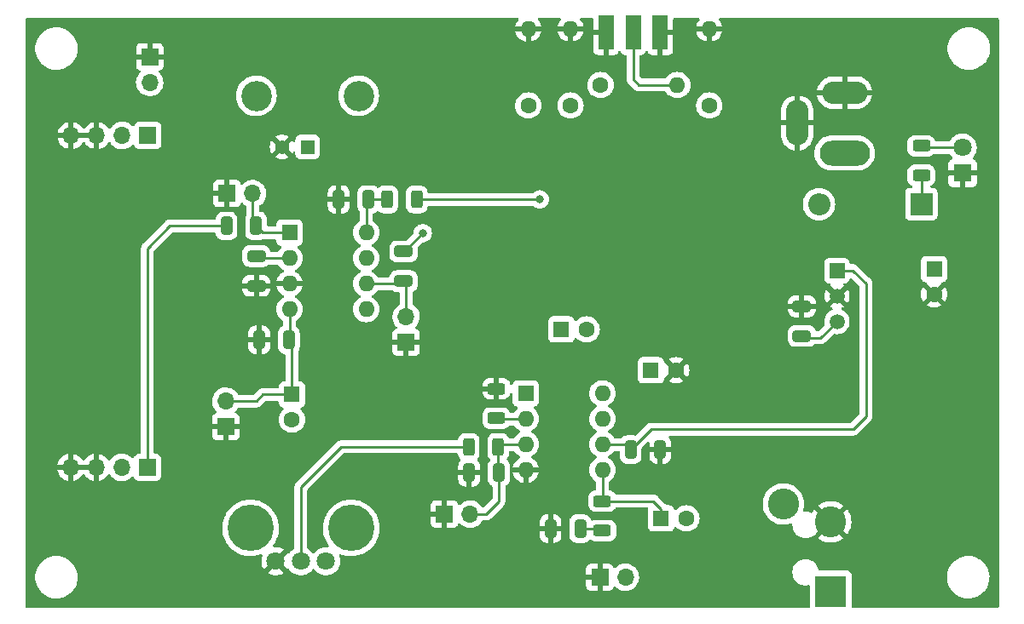
<source format=gbr>
%TF.GenerationSoftware,KiCad,Pcbnew,(6.0.7)*%
%TF.CreationDate,2024-07-20T13:04:07-04:00*%
%TF.ProjectId,DCV v2,44435620-7632-42e6-9b69-6361645f7063,rev?*%
%TF.SameCoordinates,Original*%
%TF.FileFunction,Copper,L1,Top*%
%TF.FilePolarity,Positive*%
%FSLAX46Y46*%
G04 Gerber Fmt 4.6, Leading zero omitted, Abs format (unit mm)*
G04 Created by KiCad (PCBNEW (6.0.7)) date 2024-07-20 13:04:07*
%MOMM*%
%LPD*%
G01*
G04 APERTURE LIST*
G04 Aperture macros list*
%AMRoundRect*
0 Rectangle with rounded corners*
0 $1 Rounding radius*
0 $2 $3 $4 $5 $6 $7 $8 $9 X,Y pos of 4 corners*
0 Add a 4 corners polygon primitive as box body*
4,1,4,$2,$3,$4,$5,$6,$7,$8,$9,$2,$3,0*
0 Add four circle primitives for the rounded corners*
1,1,$1+$1,$2,$3*
1,1,$1+$1,$4,$5*
1,1,$1+$1,$6,$7*
1,1,$1+$1,$8,$9*
0 Add four rect primitives between the rounded corners*
20,1,$1+$1,$2,$3,$4,$5,0*
20,1,$1+$1,$4,$5,$6,$7,0*
20,1,$1+$1,$6,$7,$8,$9,0*
20,1,$1+$1,$8,$9,$2,$3,0*%
G04 Aperture macros list end*
%TA.AperFunction,ComponentPad*%
%ADD10R,1.700000X1.700000*%
%TD*%
%TA.AperFunction,ComponentPad*%
%ADD11O,1.700000X1.700000*%
%TD*%
%TA.AperFunction,ComponentPad*%
%ADD12R,1.600000X1.600000*%
%TD*%
%TA.AperFunction,ComponentPad*%
%ADD13C,1.600000*%
%TD*%
%TA.AperFunction,SMDPad,CuDef*%
%ADD14RoundRect,0.250000X-0.325000X-0.650000X0.325000X-0.650000X0.325000X0.650000X-0.325000X0.650000X0*%
%TD*%
%TA.AperFunction,ComponentPad*%
%ADD15O,5.000000X2.500000*%
%TD*%
%TA.AperFunction,ComponentPad*%
%ADD16O,4.500000X2.250000*%
%TD*%
%TA.AperFunction,ComponentPad*%
%ADD17O,2.250000X4.500000*%
%TD*%
%TA.AperFunction,SMDPad,CuDef*%
%ADD18RoundRect,0.250000X-0.625000X0.312500X-0.625000X-0.312500X0.625000X-0.312500X0.625000X0.312500X0*%
%TD*%
%TA.AperFunction,ComponentPad*%
%ADD19O,1.600000X1.600000*%
%TD*%
%TA.AperFunction,SMDPad,CuDef*%
%ADD20RoundRect,0.250000X-0.650000X0.325000X-0.650000X-0.325000X0.650000X-0.325000X0.650000X0.325000X0*%
%TD*%
%TA.AperFunction,ComponentPad*%
%ADD21R,1.500000X1.500000*%
%TD*%
%TA.AperFunction,ComponentPad*%
%ADD22C,1.500000*%
%TD*%
%TA.AperFunction,SMDPad,CuDef*%
%ADD23RoundRect,0.250000X0.625000X-0.312500X0.625000X0.312500X-0.625000X0.312500X-0.625000X-0.312500X0*%
%TD*%
%TA.AperFunction,SMDPad,CuDef*%
%ADD24RoundRect,0.250000X0.325000X0.650000X-0.325000X0.650000X-0.325000X-0.650000X0.325000X-0.650000X0*%
%TD*%
%TA.AperFunction,ComponentPad*%
%ADD25C,4.600000*%
%TD*%
%TA.AperFunction,ComponentPad*%
%ADD26C,1.800000*%
%TD*%
%TA.AperFunction,ComponentPad*%
%ADD27R,1.398000X1.398000*%
%TD*%
%TA.AperFunction,ComponentPad*%
%ADD28C,1.398000*%
%TD*%
%TA.AperFunction,ComponentPad*%
%ADD29C,3.015000*%
%TD*%
%TA.AperFunction,ComponentPad*%
%ADD30R,3.092000X3.092000*%
%TD*%
%TA.AperFunction,ComponentPad*%
%ADD31C,3.092000*%
%TD*%
%TA.AperFunction,SMDPad,CuDef*%
%ADD32RoundRect,0.250000X0.650000X-0.325000X0.650000X0.325000X-0.650000X0.325000X-0.650000X-0.325000X0*%
%TD*%
%TA.AperFunction,SMDPad,CuDef*%
%ADD33RoundRect,0.250000X-0.312500X-0.625000X0.312500X-0.625000X0.312500X0.625000X-0.312500X0.625000X0*%
%TD*%
%TA.AperFunction,SMDPad,CuDef*%
%ADD34R,1.500000X3.500000*%
%TD*%
%TA.AperFunction,ComponentPad*%
%ADD35R,1.800000X1.800000*%
%TD*%
%TA.AperFunction,ComponentPad*%
%ADD36R,2.200000X2.200000*%
%TD*%
%TA.AperFunction,ComponentPad*%
%ADD37O,2.200000X2.200000*%
%TD*%
%TA.AperFunction,SMDPad,CuDef*%
%ADD38RoundRect,0.250000X0.312500X0.625000X-0.312500X0.625000X-0.312500X-0.625000X0.312500X-0.625000X0*%
%TD*%
%TA.AperFunction,ViaPad*%
%ADD39C,0.800000*%
%TD*%
%TA.AperFunction,Conductor*%
%ADD40C,0.250000*%
%TD*%
G04 APERTURE END LIST*
D10*
%TO.P,J10,1,Pin_1*%
%TO.N,GND*%
X140716000Y-101600000D03*
D11*
%TO.P,J10,2,Pin_2*%
%TO.N,Net-(C4-Pad1)*%
X143256000Y-101600000D03*
%TD*%
D12*
%TO.P,C7,1*%
%TO.N,12V*%
X189333500Y-77240349D03*
D13*
%TO.P,C7,2*%
%TO.N,GND*%
X189333500Y-79740349D03*
%TD*%
D12*
%TO.P,C11,1*%
%TO.N,Net-(C11-Pad1)*%
X161216500Y-87302500D03*
D13*
%TO.P,C11,2*%
%TO.N,GND*%
X163716500Y-87302500D03*
%TD*%
D14*
%TO.P,C8,1*%
%TO.N,Net-(C8-Pad1)*%
X119060700Y-72936100D03*
%TO.P,C8,2*%
%TO.N,Net-(C8-Pad2)*%
X122010700Y-72936100D03*
%TD*%
D15*
%TO.P,J4,1*%
%TO.N,Net-(D2-Pad2)*%
X180443500Y-65693000D03*
D16*
%TO.P,J4,2*%
%TO.N,GND*%
X180443500Y-59693000D03*
D17*
%TO.P,J4,3*%
X175743500Y-62693000D03*
%TD*%
D18*
%TO.P,R7,1*%
%TO.N,GND*%
X145859151Y-89142000D03*
%TO.P,R7,2*%
%TO.N,Net-(R7-Pad2)*%
X145859151Y-92067000D03*
%TD*%
D13*
%TO.P,R4,1*%
%TO.N,Net-(C6-Pad1)*%
X156210000Y-58928000D03*
D19*
%TO.P,R4,2*%
%TO.N,Net-(J3-Pad1)*%
X163830000Y-58928000D03*
%TD*%
D13*
%TO.P,R9,1*%
%TO.N,Net-(C6-Pad1)*%
X149034500Y-60960000D03*
D19*
%TO.P,R9,2*%
%TO.N,GND*%
X149034500Y-53340000D03*
%TD*%
D20*
%TO.P,C2,1*%
%TO.N,Net-(C2-Pad1)*%
X122018900Y-75941500D03*
%TO.P,C2,2*%
%TO.N,GND*%
X122018900Y-78891500D03*
%TD*%
D12*
%TO.P,U4,1,GAIN*%
%TO.N,Net-(C12-Pad1)*%
X148780500Y-89598500D03*
D19*
%TO.P,U4,2,-*%
%TO.N,Net-(R7-Pad2)*%
X148780500Y-92138500D03*
%TO.P,U4,3,+*%
%TO.N,Net-(C4-Pad1)*%
X148780500Y-94678500D03*
%TO.P,U4,4,GND*%
%TO.N,GND*%
X148780500Y-97218500D03*
%TO.P,U4,5*%
%TO.N,Net-(C15-Pad1)*%
X156400500Y-97218500D03*
%TO.P,U4,6,V+*%
%TO.N,12V*%
X156400500Y-94678500D03*
%TO.P,U4,7,BYPASS*%
%TO.N,Net-(C11-Pad1)*%
X156400500Y-92138500D03*
%TO.P,U4,8,GAIN*%
%TO.N,Net-(C12-Pad2)*%
X156400500Y-89598500D03*
%TD*%
D21*
%TO.P,U3,1,VI*%
%TO.N,12V*%
X179681500Y-77377000D03*
D22*
%TO.P,U3,2,GND*%
%TO.N,GND*%
X179681500Y-79917000D03*
%TO.P,U3,3,VO*%
%TO.N,RX6V*%
X179681500Y-82457000D03*
%TD*%
D10*
%TO.P,J6,1,Pin_1*%
%TO.N,GND*%
X136906000Y-84518500D03*
D11*
%TO.P,J6,2,Pin_2*%
%TO.N,Net-(C6-Pad2)*%
X136906000Y-81978500D03*
%TD*%
D23*
%TO.P,R8,1*%
%TO.N,Net-(C14-Pad1)*%
X156390500Y-103243000D03*
%TO.P,R8,2*%
%TO.N,Net-(C15-Pad1)*%
X156390500Y-100318000D03*
%TD*%
D12*
%TO.P,C15,1*%
%TO.N,Net-(C15-Pad1)*%
X162232500Y-102034500D03*
D13*
%TO.P,C15,2*%
%TO.N,Net-(C15-Pad2)*%
X164732500Y-102034500D03*
%TD*%
D10*
%TO.P,J7,1,Pin_1*%
%TO.N,GND*%
X118999000Y-92905500D03*
D11*
%TO.P,J7,2,Pin_2*%
%TO.N,Net-(C1-Pad1)*%
X118999000Y-90365500D03*
%TD*%
D20*
%TO.P,C6,1*%
%TO.N,Net-(C6-Pad1)*%
X136652000Y-75487000D03*
%TO.P,C6,2*%
%TO.N,Net-(C6-Pad2)*%
X136652000Y-78437000D03*
%TD*%
D24*
%TO.P,C4,1*%
%TO.N,Net-(C4-Pad1)*%
X146113151Y-97462500D03*
%TO.P,C4,2*%
%TO.N,GND*%
X143163151Y-97462500D03*
%TD*%
%TO.P,C5,1*%
%TO.N,Net-(C5-Pad1)*%
X133158400Y-70304500D03*
%TO.P,C5,2*%
%TO.N,GND*%
X130208400Y-70304500D03*
%TD*%
D25*
%TO.P,RV1,*%
%TO.N,*%
X121453500Y-102986000D03*
X131453500Y-102986000D03*
D26*
%TO.P,RV1,1,1*%
%TO.N,GND*%
X123953500Y-106286000D03*
%TO.P,RV1,2,2*%
%TO.N,Net-(R1-Pad1)*%
X126453500Y-106286000D03*
%TO.P,RV1,3,3*%
%TO.N,Net-(C3-Pad2)*%
X128953500Y-106286000D03*
%TD*%
D27*
%TO.P,J1,1,1*%
%TO.N,Net-(J1-Pad1)*%
X127114300Y-65089000D03*
D28*
%TO.P,J1,2,2*%
%TO.N,GND*%
X124574300Y-65089000D03*
D29*
%TO.P,J1,P1,SHIELD*%
%TO.N,unconnected-(J1-PadP1)*%
X122034300Y-60009000D03*
%TO.P,J1,P2,SHIELD*%
%TO.N,unconnected-(J1-PadP2)*%
X132194300Y-60009000D03*
%TD*%
D30*
%TO.P,J5,1,1*%
%TO.N,Net-(C15-Pad2)*%
X179070500Y-109285500D03*
D31*
%TO.P,J5,2,2*%
%TO.N,GND*%
X179070500Y-102385500D03*
%TO.P,J5,3,3*%
%TO.N,unconnected-(J5-Pad3)*%
X174370500Y-100585500D03*
%TD*%
D13*
%TO.P,R3,1*%
%TO.N,Net-(C6-Pad1)*%
X153225500Y-60960000D03*
D19*
%TO.P,R3,2*%
%TO.N,GND*%
X153225500Y-53340000D03*
%TD*%
D32*
%TO.P,C10,1*%
%TO.N,RX6V*%
X176196500Y-83883000D03*
%TO.P,C10,2*%
%TO.N,GND*%
X176196500Y-80933000D03*
%TD*%
D33*
%TO.P,R1,1*%
%TO.N,Net-(R1-Pad1)*%
X143126651Y-94922500D03*
%TO.P,R1,2*%
%TO.N,Net-(C4-Pad1)*%
X146051651Y-94922500D03*
%TD*%
D12*
%TO.P,C3,1*%
%TO.N,Net-(C1-Pad1)*%
X125564900Y-89715849D03*
D13*
%TO.P,C3,2*%
%TO.N,Net-(C3-Pad2)*%
X125564900Y-92215849D03*
%TD*%
D12*
%TO.P,U2,1,IN_A*%
%TO.N,Net-(C8-Pad2)*%
X125320900Y-73606500D03*
D19*
%TO.P,U2,2,IN_B*%
%TO.N,Net-(C2-Pad1)*%
X125320900Y-76146500D03*
%TO.P,U2,3,GND*%
%TO.N,GND*%
X125320900Y-78686500D03*
%TO.P,U2,4,OUT_A*%
%TO.N,Net-(C1-Pad1)*%
X125320900Y-81226500D03*
%TO.P,U2,5,OUT_B*%
%TO.N,unconnected-(U2-Pad5)*%
X132940900Y-81226500D03*
%TO.P,U2,6,OSC_B*%
%TO.N,Net-(C6-Pad2)*%
X132940900Y-78686500D03*
%TO.P,U2,7,OSC_E*%
%TO.N,unconnected-(U2-Pad7)*%
X132940900Y-76146500D03*
%TO.P,U2,8,Vcc*%
%TO.N,Net-(C5-Pad1)*%
X132940900Y-73606500D03*
%TD*%
D34*
%TO.P,J3,1*%
%TO.N,Net-(J3-Pad1)*%
X159448500Y-53685000D03*
%TO.P,J3,G1*%
%TO.N,GND*%
X162148500Y-53685000D03*
%TO.P,J3,G2*%
X156748500Y-53685000D03*
%TD*%
D24*
%TO.P,C14,1*%
%TO.N,Net-(C14-Pad1)*%
X154192151Y-103050500D03*
%TO.P,C14,2*%
%TO.N,GND*%
X151242151Y-103050500D03*
%TD*%
D35*
%TO.P,D1,1,K*%
%TO.N,GND*%
X192163700Y-67703700D03*
D26*
%TO.P,D1,2,A*%
%TO.N,Net-(D1-Pad2)*%
X192163700Y-65163700D03*
%TD*%
D36*
%TO.P,D2,1,K*%
%TO.N,12V*%
X188063500Y-70773000D03*
D37*
%TO.P,D2,2,A*%
%TO.N,Net-(D2-Pad2)*%
X177903500Y-70773000D03*
%TD*%
D14*
%TO.P,C13,1*%
%TO.N,12V*%
X159194500Y-95186500D03*
%TO.P,C13,2*%
%TO.N,GND*%
X162144500Y-95186500D03*
%TD*%
D10*
%TO.P,J9,1,Pin_1*%
%TO.N,GND*%
X156141500Y-107886500D03*
D11*
%TO.P,J9,2,Pin_2*%
%TO.N,Net-(C15-Pad1)*%
X158681500Y-107886500D03*
%TD*%
D24*
%TO.P,C1,1*%
%TO.N,Net-(C1-Pad1)*%
X125261900Y-84264500D03*
%TO.P,C1,2*%
%TO.N,GND*%
X122311900Y-84264500D03*
%TD*%
D12*
%TO.P,C12,1*%
%TO.N,Net-(C12-Pad1)*%
X152326500Y-83238500D03*
D13*
%TO.P,C12,2*%
%TO.N,Net-(C12-Pad2)*%
X154826500Y-83238500D03*
%TD*%
%TO.P,R5,1*%
%TO.N,Net-(J3-Pad1)*%
X167005000Y-60960000D03*
D19*
%TO.P,R5,2*%
%TO.N,GND*%
X167005000Y-53340000D03*
%TD*%
D23*
%TO.P,R6,1*%
%TO.N,12V*%
X188063500Y-67917500D03*
%TO.P,R6,2*%
%TO.N,Net-(D1-Pad2)*%
X188063500Y-64992500D03*
%TD*%
D10*
%TO.P,U1,1,IN*%
%TO.N,Net-(J1-Pad1)*%
X111259900Y-63944500D03*
D11*
%TO.P,U1,2,IN*%
X108719900Y-63944500D03*
%TO.P,U1,3,GND*%
%TO.N,GND*%
X106179900Y-63944500D03*
%TO.P,U1,4,GND*%
X103639900Y-63944500D03*
%TO.P,U1,5,GND*%
X103593900Y-96964500D03*
%TO.P,U1,6,GND*%
X106133900Y-96964500D03*
%TO.P,U1,7,OUT*%
%TO.N,Net-(C8-Pad1)*%
X108673900Y-96964500D03*
D10*
%TO.P,U1,8,OUT*%
X111213900Y-96964500D03*
%TD*%
%TO.P,J8,1,Pin_1*%
%TO.N,GND*%
X111442500Y-56129000D03*
D11*
%TO.P,J8,2,Pin_2*%
%TO.N,Net-(J1-Pad1)*%
X111442500Y-58669000D03*
%TD*%
D10*
%TO.P,J2,1,Pin_1*%
%TO.N,GND*%
X119121000Y-69723000D03*
D11*
%TO.P,J2,2,Pin_2*%
%TO.N,Net-(C8-Pad2)*%
X121661000Y-69723000D03*
%TD*%
D38*
%TO.P,R2,1*%
%TO.N,RX6V*%
X137959400Y-70304500D03*
%TO.P,R2,2*%
%TO.N,Net-(C5-Pad1)*%
X135034400Y-70304500D03*
%TD*%
D39*
%TO.N,Net-(C6-Pad1)*%
X138557000Y-73660000D03*
%TO.N,RX6V*%
X150167500Y-70304500D03*
%TD*%
D40*
%TO.N,Net-(C1-Pad1)*%
X122691651Y-89715849D02*
X125564900Y-89715849D01*
X122042000Y-90365500D02*
X122691651Y-89715849D01*
X125320900Y-84205500D02*
X125261900Y-84264500D01*
X125564900Y-84567500D02*
X125564900Y-89715849D01*
X118999000Y-90365500D02*
X122042000Y-90365500D01*
X125261900Y-84264500D02*
X125564900Y-84567500D01*
X125320900Y-81226500D02*
X125320900Y-84205500D01*
%TO.N,Net-(C2-Pad1)*%
X122223900Y-76146500D02*
X125320900Y-76146500D01*
X122018900Y-75941500D02*
X122223900Y-76146500D01*
%TO.N,Net-(C4-Pad1)*%
X146051651Y-94922500D02*
X146295651Y-94678500D01*
X146051651Y-94922500D02*
X146051651Y-97401000D01*
X144843500Y-101600000D02*
X143256000Y-101600000D01*
X146113151Y-100330349D02*
X144843500Y-101600000D01*
X146051651Y-97401000D02*
X146113151Y-97462500D01*
X146113151Y-97462500D02*
X146113151Y-100330349D01*
X146295651Y-94678500D02*
X148780500Y-94678500D01*
%TO.N,Net-(C5-Pad1)*%
X133158400Y-70304500D02*
X135034400Y-70304500D01*
X133158400Y-70304500D02*
X132940900Y-70522000D01*
X132940900Y-70522000D02*
X132940900Y-73606500D01*
%TO.N,Net-(C6-Pad1)*%
X136730000Y-75487000D02*
X138557000Y-73660000D01*
X136652000Y-75487000D02*
X136730000Y-75487000D01*
%TO.N,12V*%
X182562500Y-78676500D02*
X181263000Y-77377000D01*
X159233500Y-95176500D02*
X161255500Y-93154500D01*
X181292500Y-93154500D02*
X182562500Y-91884500D01*
X158735500Y-94678500D02*
X159233500Y-95176500D01*
X182562500Y-91884500D02*
X182562500Y-78676500D01*
X188063500Y-67917500D02*
X188063500Y-70773000D01*
X161255500Y-93154500D02*
X181292500Y-93154500D01*
X156400500Y-94678500D02*
X158735500Y-94678500D01*
X181263000Y-77377000D02*
X179681500Y-77377000D01*
%TO.N,RX6V*%
X179681500Y-82457000D02*
X178051800Y-84086700D01*
X178051800Y-84086700D02*
X176400200Y-84086700D01*
X137959400Y-70304500D02*
X150167500Y-70304500D01*
%TO.N,Net-(D1-Pad2)*%
X188063500Y-64992500D02*
X188234700Y-65163700D01*
X188234700Y-65163700D02*
X192163700Y-65163700D01*
%TO.N,Net-(C6-Pad2)*%
X136402500Y-78686500D02*
X136652000Y-78437000D01*
X132940900Y-78686500D02*
X136402500Y-78686500D01*
X136652000Y-78437000D02*
X136906000Y-78691000D01*
X136906000Y-78691000D02*
X136906000Y-81978500D01*
%TO.N,Net-(J3-Pad1)*%
X160020000Y-58928000D02*
X163830000Y-58928000D01*
X159448500Y-58356500D02*
X160020000Y-58928000D01*
X159448500Y-53685000D02*
X159448500Y-58356500D01*
%TO.N,Net-(R1-Pad1)*%
X126453500Y-98908000D02*
X130439000Y-94922500D01*
X126453500Y-106286000D02*
X126453500Y-98908000D01*
X130439000Y-94922500D02*
X143126651Y-94922500D01*
%TO.N,Net-(C8-Pad1)*%
X111213900Y-75171300D02*
X111213900Y-96964500D01*
X119060700Y-72936100D02*
X113449100Y-72936100D01*
X113449100Y-72936100D02*
X111213900Y-75171300D01*
%TO.N,Net-(C14-Pad1)*%
X156198000Y-103050500D02*
X156390500Y-103243000D01*
X154192151Y-103050500D02*
X156198000Y-103050500D01*
%TO.N,Net-(C15-Pad1)*%
X162232500Y-101082000D02*
X162232500Y-102034500D01*
X156400500Y-100308000D02*
X156390500Y-100318000D01*
X156400500Y-97218500D02*
X156400500Y-100308000D01*
X156390500Y-100318000D02*
X161468500Y-100318000D01*
X161468500Y-100318000D02*
X162232500Y-101082000D01*
%TO.N,Net-(R7-Pad2)*%
X145859151Y-92067000D02*
X145930651Y-92138500D01*
X145930651Y-92138500D02*
X148780500Y-92138500D01*
%TO.N,Net-(C8-Pad2)*%
X121661000Y-69723000D02*
X121661000Y-72586400D01*
X121661000Y-72586400D02*
X122010700Y-72936100D01*
X122010700Y-72936100D02*
X122681100Y-73606500D01*
X122681100Y-73606500D02*
X125320900Y-73606500D01*
%TD*%
%TA.AperFunction,Conductor*%
%TO.N,GND*%
G36*
X148027640Y-52281002D02*
G01*
X148074133Y-52334658D01*
X148084237Y-52404932D01*
X148054743Y-52469512D01*
X148048614Y-52476095D01*
X148032584Y-52492125D01*
X148025528Y-52500533D01*
X147900569Y-52678993D01*
X147895086Y-52688489D01*
X147803010Y-52885947D01*
X147799264Y-52896239D01*
X147753106Y-53068503D01*
X147753442Y-53082599D01*
X147761384Y-53086000D01*
X150302467Y-53086000D01*
X150315998Y-53082027D01*
X150317227Y-53073478D01*
X150269736Y-52896239D01*
X150265990Y-52885947D01*
X150173914Y-52688489D01*
X150168431Y-52678993D01*
X150043472Y-52500533D01*
X150036416Y-52492125D01*
X150020386Y-52476095D01*
X149986360Y-52413783D01*
X149991425Y-52342968D01*
X150033972Y-52286132D01*
X150100492Y-52261321D01*
X150109481Y-52261000D01*
X152150519Y-52261000D01*
X152218640Y-52281002D01*
X152265133Y-52334658D01*
X152275237Y-52404932D01*
X152245743Y-52469512D01*
X152239614Y-52476095D01*
X152223584Y-52492125D01*
X152216528Y-52500533D01*
X152091569Y-52678993D01*
X152086086Y-52688489D01*
X151994010Y-52885947D01*
X151990264Y-52896239D01*
X151944106Y-53068503D01*
X151944442Y-53082599D01*
X151952384Y-53086000D01*
X154493467Y-53086000D01*
X154506998Y-53082027D01*
X154508227Y-53073478D01*
X154460736Y-52896239D01*
X154456990Y-52885947D01*
X154364914Y-52688489D01*
X154359431Y-52678993D01*
X154234472Y-52500533D01*
X154227416Y-52492125D01*
X154211386Y-52476095D01*
X154177360Y-52413783D01*
X154182425Y-52342968D01*
X154224972Y-52286132D01*
X154291492Y-52261321D01*
X154300481Y-52261000D01*
X155364500Y-52261000D01*
X155432621Y-52281002D01*
X155479114Y-52334658D01*
X155490500Y-52387000D01*
X155490500Y-53412885D01*
X155494975Y-53428124D01*
X155496365Y-53429329D01*
X155504048Y-53431000D01*
X156876500Y-53431000D01*
X156944621Y-53451002D01*
X156991114Y-53504658D01*
X157002500Y-53557000D01*
X157002500Y-55924884D01*
X157006975Y-55940123D01*
X157008365Y-55941328D01*
X157016048Y-55942999D01*
X157543169Y-55942999D01*
X157549990Y-55942629D01*
X157600852Y-55937105D01*
X157616104Y-55933479D01*
X157736554Y-55888324D01*
X157752149Y-55879786D01*
X157854224Y-55803285D01*
X157866785Y-55790724D01*
X157943286Y-55688649D01*
X157951824Y-55673054D01*
X157980251Y-55597226D01*
X158022893Y-55540462D01*
X158089454Y-55515762D01*
X158158803Y-55530970D01*
X158208921Y-55581256D01*
X158216215Y-55597226D01*
X158247885Y-55681705D01*
X158335239Y-55798261D01*
X158451795Y-55885615D01*
X158588184Y-55936745D01*
X158650366Y-55943500D01*
X158689000Y-55943500D01*
X158757121Y-55963502D01*
X158803614Y-56017158D01*
X158815000Y-56069500D01*
X158815000Y-58277733D01*
X158814473Y-58288916D01*
X158812798Y-58296409D01*
X158813047Y-58304335D01*
X158813047Y-58304336D01*
X158814938Y-58364486D01*
X158815000Y-58368445D01*
X158815000Y-58396356D01*
X158815497Y-58400290D01*
X158815497Y-58400291D01*
X158815505Y-58400356D01*
X158816438Y-58412193D01*
X158817827Y-58456389D01*
X158822878Y-58473775D01*
X158823478Y-58475839D01*
X158827487Y-58495200D01*
X158830026Y-58515297D01*
X158832945Y-58522668D01*
X158832945Y-58522670D01*
X158846304Y-58556412D01*
X158850149Y-58567642D01*
X158862482Y-58610093D01*
X158866515Y-58616912D01*
X158866517Y-58616917D01*
X158872793Y-58627528D01*
X158881488Y-58645276D01*
X158888948Y-58664117D01*
X158893610Y-58670533D01*
X158893610Y-58670534D01*
X158914936Y-58699887D01*
X158921452Y-58709807D01*
X158938663Y-58738908D01*
X158943958Y-58747862D01*
X158958279Y-58762183D01*
X158971119Y-58777216D01*
X158983028Y-58793607D01*
X159014913Y-58819984D01*
X159017093Y-58821788D01*
X159025874Y-58829778D01*
X159516353Y-59320258D01*
X159523887Y-59328537D01*
X159528000Y-59335018D01*
X159577651Y-59381643D01*
X159580493Y-59384398D01*
X159600230Y-59404135D01*
X159603427Y-59406615D01*
X159612447Y-59414318D01*
X159644679Y-59444586D01*
X159651625Y-59448405D01*
X159651628Y-59448407D01*
X159662434Y-59454348D01*
X159678953Y-59465199D01*
X159694959Y-59477614D01*
X159702228Y-59480759D01*
X159702232Y-59480762D01*
X159735537Y-59495174D01*
X159746187Y-59500391D01*
X159784940Y-59521695D01*
X159792615Y-59523666D01*
X159792616Y-59523666D01*
X159804562Y-59526733D01*
X159823267Y-59533137D01*
X159841855Y-59541181D01*
X159849678Y-59542420D01*
X159849688Y-59542423D01*
X159885524Y-59548099D01*
X159897144Y-59550505D01*
X159932289Y-59559528D01*
X159939970Y-59561500D01*
X159960224Y-59561500D01*
X159979934Y-59563051D01*
X159999943Y-59566220D01*
X160007835Y-59565474D01*
X160043961Y-59562059D01*
X160055819Y-59561500D01*
X162610606Y-59561500D01*
X162678727Y-59581502D01*
X162713819Y-59615229D01*
X162820643Y-59767789D01*
X162823802Y-59772300D01*
X162985700Y-59934198D01*
X162990208Y-59937355D01*
X162990211Y-59937357D01*
X163045663Y-59976185D01*
X163173251Y-60065523D01*
X163178233Y-60067846D01*
X163178238Y-60067849D01*
X163375775Y-60159961D01*
X163380757Y-60162284D01*
X163386065Y-60163706D01*
X163386067Y-60163707D01*
X163596598Y-60220119D01*
X163596600Y-60220119D01*
X163601913Y-60221543D01*
X163830000Y-60241498D01*
X164058087Y-60221543D01*
X164063400Y-60220119D01*
X164063402Y-60220119D01*
X164273933Y-60163707D01*
X164273935Y-60163706D01*
X164279243Y-60162284D01*
X164284225Y-60159961D01*
X164481762Y-60067849D01*
X164481767Y-60067846D01*
X164486749Y-60065523D01*
X164614337Y-59976185D01*
X164669789Y-59937357D01*
X164669792Y-59937355D01*
X164674300Y-59934198D01*
X164836198Y-59772300D01*
X164859491Y-59739035D01*
X164910646Y-59665978D01*
X164967523Y-59584749D01*
X164969846Y-59579767D01*
X164969849Y-59579762D01*
X165041265Y-59426608D01*
X177703053Y-59426608D01*
X177705031Y-59436029D01*
X177716498Y-59439000D01*
X180171385Y-59439000D01*
X180186624Y-59434525D01*
X180187829Y-59433135D01*
X180189500Y-59425452D01*
X180189500Y-59420885D01*
X180697500Y-59420885D01*
X180701975Y-59436124D01*
X180703365Y-59437329D01*
X180711048Y-59439000D01*
X183168445Y-59439000D01*
X183183238Y-59434656D01*
X183184358Y-59428319D01*
X183127533Y-59191627D01*
X183124484Y-59182242D01*
X183029908Y-58953915D01*
X183025427Y-58945121D01*
X182896292Y-58734392D01*
X182890499Y-58726419D01*
X182729984Y-58538480D01*
X182723020Y-58531516D01*
X182535081Y-58371001D01*
X182527108Y-58365208D01*
X182316379Y-58236073D01*
X182307585Y-58231592D01*
X182079258Y-58137016D01*
X182069873Y-58133967D01*
X181829560Y-58076272D01*
X181819813Y-58074729D01*
X181635124Y-58060193D01*
X181630197Y-58060000D01*
X180715615Y-58060000D01*
X180700376Y-58064475D01*
X180699171Y-58065865D01*
X180697500Y-58073548D01*
X180697500Y-59420885D01*
X180189500Y-59420885D01*
X180189500Y-58078115D01*
X180185025Y-58062876D01*
X180183635Y-58061671D01*
X180175952Y-58060000D01*
X179256803Y-58060000D01*
X179251876Y-58060193D01*
X179067187Y-58074729D01*
X179057440Y-58076272D01*
X178817127Y-58133967D01*
X178807742Y-58137016D01*
X178579415Y-58231592D01*
X178570621Y-58236073D01*
X178359892Y-58365208D01*
X178351919Y-58371001D01*
X178163980Y-58531516D01*
X178157016Y-58538480D01*
X177996501Y-58726419D01*
X177990708Y-58734392D01*
X177861573Y-58945121D01*
X177857092Y-58953915D01*
X177762516Y-59182242D01*
X177759467Y-59191627D01*
X177703053Y-59426608D01*
X165041265Y-59426608D01*
X165061961Y-59382225D01*
X165061961Y-59382224D01*
X165064284Y-59377243D01*
X165088192Y-59288020D01*
X165122119Y-59161402D01*
X165122119Y-59161400D01*
X165123543Y-59156087D01*
X165143498Y-58928000D01*
X165123543Y-58699913D01*
X165122119Y-58694598D01*
X165065707Y-58484067D01*
X165065706Y-58484065D01*
X165064284Y-58478757D01*
X165046837Y-58441342D01*
X164969849Y-58276238D01*
X164969846Y-58276233D01*
X164967523Y-58271251D01*
X164894098Y-58166389D01*
X164839357Y-58088211D01*
X164839355Y-58088208D01*
X164836198Y-58083700D01*
X164674300Y-57921802D01*
X164669792Y-57918645D01*
X164669789Y-57918643D01*
X164553586Y-57837277D01*
X164486749Y-57790477D01*
X164481767Y-57788154D01*
X164481762Y-57788151D01*
X164284225Y-57696039D01*
X164284224Y-57696039D01*
X164279243Y-57693716D01*
X164273935Y-57692294D01*
X164273933Y-57692293D01*
X164063402Y-57635881D01*
X164063400Y-57635881D01*
X164058087Y-57634457D01*
X163830000Y-57614502D01*
X163601913Y-57634457D01*
X163596600Y-57635881D01*
X163596598Y-57635881D01*
X163386067Y-57692293D01*
X163386065Y-57692294D01*
X163380757Y-57693716D01*
X163375776Y-57696039D01*
X163375775Y-57696039D01*
X163178238Y-57788151D01*
X163178233Y-57788154D01*
X163173251Y-57790477D01*
X163106414Y-57837277D01*
X162990211Y-57918643D01*
X162990208Y-57918645D01*
X162985700Y-57921802D01*
X162823802Y-58083700D01*
X162820645Y-58088208D01*
X162820643Y-58088211D01*
X162713819Y-58240771D01*
X162658362Y-58285099D01*
X162610606Y-58294500D01*
X160334595Y-58294500D01*
X160266474Y-58274498D01*
X160245499Y-58257595D01*
X160118904Y-58130999D01*
X160084879Y-58068687D01*
X160082000Y-58041904D01*
X160082000Y-56069500D01*
X160102002Y-56001379D01*
X160155658Y-55954886D01*
X160208000Y-55943500D01*
X160246634Y-55943500D01*
X160308816Y-55936745D01*
X160445205Y-55885615D01*
X160561761Y-55798261D01*
X160649115Y-55681705D01*
X160680785Y-55597226D01*
X160723427Y-55540462D01*
X160789988Y-55515762D01*
X160859337Y-55530970D01*
X160909455Y-55581256D01*
X160916749Y-55597226D01*
X160945176Y-55673054D01*
X160953714Y-55688649D01*
X161030215Y-55790724D01*
X161042776Y-55803285D01*
X161144851Y-55879786D01*
X161160446Y-55888324D01*
X161280894Y-55933478D01*
X161296149Y-55937105D01*
X161347014Y-55942631D01*
X161353828Y-55943000D01*
X161876385Y-55943000D01*
X161891624Y-55938525D01*
X161892829Y-55937135D01*
X161894500Y-55929452D01*
X161894500Y-55924884D01*
X162402500Y-55924884D01*
X162406975Y-55940123D01*
X162408365Y-55941328D01*
X162416048Y-55942999D01*
X162943169Y-55942999D01*
X162949990Y-55942629D01*
X163000852Y-55937105D01*
X163016104Y-55933479D01*
X163136554Y-55888324D01*
X163152149Y-55879786D01*
X163254224Y-55803285D01*
X163266785Y-55790724D01*
X163343286Y-55688649D01*
X163351824Y-55673054D01*
X163396978Y-55552606D01*
X163400605Y-55537351D01*
X163406131Y-55486486D01*
X163406500Y-55479672D01*
X163406500Y-55441203D01*
X190676743Y-55441203D01*
X190677302Y-55445447D01*
X190677302Y-55445451D01*
X190682705Y-55486490D01*
X190714268Y-55726234D01*
X190790129Y-56003536D01*
X190902923Y-56267976D01*
X191050561Y-56514661D01*
X191230313Y-56739028D01*
X191438851Y-56936923D01*
X191559575Y-57023672D01*
X191661073Y-57096606D01*
X191672317Y-57104686D01*
X191676112Y-57106695D01*
X191676113Y-57106696D01*
X191697869Y-57118215D01*
X191926392Y-57239212D01*
X191950699Y-57248107D01*
X192187391Y-57334724D01*
X192196373Y-57338011D01*
X192477264Y-57399255D01*
X192505841Y-57401504D01*
X192700282Y-57416807D01*
X192700291Y-57416807D01*
X192702739Y-57417000D01*
X192858271Y-57417000D01*
X192860407Y-57416854D01*
X192860418Y-57416854D01*
X193068548Y-57402665D01*
X193068554Y-57402664D01*
X193072825Y-57402373D01*
X193077020Y-57401504D01*
X193077022Y-57401504D01*
X193320564Y-57351069D01*
X193354342Y-57344074D01*
X193625343Y-57248107D01*
X193880812Y-57116250D01*
X193884313Y-57113789D01*
X193884317Y-57113787D01*
X194012541Y-57023669D01*
X194116023Y-56950941D01*
X194326622Y-56755240D01*
X194508713Y-56532768D01*
X194658927Y-56287642D01*
X194774483Y-56024398D01*
X194853244Y-55747906D01*
X194893751Y-55463284D01*
X194893845Y-55445451D01*
X194895235Y-55180083D01*
X194895235Y-55180076D01*
X194895257Y-55175797D01*
X194857732Y-54890766D01*
X194781871Y-54613464D01*
X194763967Y-54571490D01*
X194670763Y-54352976D01*
X194670761Y-54352972D01*
X194669077Y-54349024D01*
X194521439Y-54102339D01*
X194341687Y-53877972D01*
X194133149Y-53680077D01*
X193899683Y-53512314D01*
X193885224Y-53504658D01*
X193767612Y-53442386D01*
X193645608Y-53377788D01*
X193375627Y-53278989D01*
X193094736Y-53217745D01*
X193063685Y-53215301D01*
X192871718Y-53200193D01*
X192871709Y-53200193D01*
X192869261Y-53200000D01*
X192713729Y-53200000D01*
X192711593Y-53200146D01*
X192711582Y-53200146D01*
X192503452Y-53214335D01*
X192503446Y-53214336D01*
X192499175Y-53214627D01*
X192494980Y-53215496D01*
X192494978Y-53215496D01*
X192358416Y-53243777D01*
X192217658Y-53272926D01*
X191946657Y-53368893D01*
X191942848Y-53370859D01*
X191804267Y-53442386D01*
X191691188Y-53500750D01*
X191687687Y-53503211D01*
X191687683Y-53503213D01*
X191685627Y-53504658D01*
X191455977Y-53666059D01*
X191245378Y-53861760D01*
X191063287Y-54084232D01*
X190913073Y-54329358D01*
X190911347Y-54333291D01*
X190911346Y-54333292D01*
X190805140Y-54575236D01*
X190797517Y-54592602D01*
X190718756Y-54869094D01*
X190678249Y-55153716D01*
X190678227Y-55158005D01*
X190678226Y-55158012D01*
X190676765Y-55436917D01*
X190676743Y-55441203D01*
X163406500Y-55441203D01*
X163406500Y-53957115D01*
X163402025Y-53941876D01*
X163400635Y-53940671D01*
X163392952Y-53939000D01*
X162420615Y-53939000D01*
X162405376Y-53943475D01*
X162404171Y-53944865D01*
X162402500Y-53952548D01*
X162402500Y-55924884D01*
X161894500Y-55924884D01*
X161894500Y-53606522D01*
X165722273Y-53606522D01*
X165769764Y-53783761D01*
X165773510Y-53794053D01*
X165865586Y-53991511D01*
X165871069Y-54001007D01*
X165996028Y-54179467D01*
X166003084Y-54187875D01*
X166157125Y-54341916D01*
X166165533Y-54348972D01*
X166343993Y-54473931D01*
X166353489Y-54479414D01*
X166550947Y-54571490D01*
X166561239Y-54575236D01*
X166733503Y-54621394D01*
X166747599Y-54621058D01*
X166751000Y-54613116D01*
X166751000Y-54607967D01*
X167259000Y-54607967D01*
X167262973Y-54621498D01*
X167271522Y-54622727D01*
X167448761Y-54575236D01*
X167459053Y-54571490D01*
X167656511Y-54479414D01*
X167666007Y-54473931D01*
X167844467Y-54348972D01*
X167852875Y-54341916D01*
X168006916Y-54187875D01*
X168013972Y-54179467D01*
X168138931Y-54001007D01*
X168144414Y-53991511D01*
X168236490Y-53794053D01*
X168240236Y-53783761D01*
X168286394Y-53611497D01*
X168286058Y-53597401D01*
X168278116Y-53594000D01*
X167277115Y-53594000D01*
X167261876Y-53598475D01*
X167260671Y-53599865D01*
X167259000Y-53607548D01*
X167259000Y-54607967D01*
X166751000Y-54607967D01*
X166751000Y-53612115D01*
X166746525Y-53596876D01*
X166745135Y-53595671D01*
X166737452Y-53594000D01*
X165737033Y-53594000D01*
X165723502Y-53597973D01*
X165722273Y-53606522D01*
X161894500Y-53606522D01*
X161894500Y-53557000D01*
X161914502Y-53488879D01*
X161968158Y-53442386D01*
X162020500Y-53431000D01*
X163388384Y-53431000D01*
X163403623Y-53426525D01*
X163404828Y-53425135D01*
X163406499Y-53417452D01*
X163406499Y-52387000D01*
X163426501Y-52318879D01*
X163480157Y-52272386D01*
X163532499Y-52261000D01*
X165930019Y-52261000D01*
X165998140Y-52281002D01*
X166044633Y-52334658D01*
X166054737Y-52404932D01*
X166025243Y-52469512D01*
X166019114Y-52476095D01*
X166003084Y-52492125D01*
X165996028Y-52500533D01*
X165871069Y-52678993D01*
X165865586Y-52688489D01*
X165773510Y-52885947D01*
X165769764Y-52896239D01*
X165723606Y-53068503D01*
X165723942Y-53082599D01*
X165731884Y-53086000D01*
X168272967Y-53086000D01*
X168286498Y-53082027D01*
X168287727Y-53073478D01*
X168240236Y-52896239D01*
X168236490Y-52885947D01*
X168144414Y-52688489D01*
X168138931Y-52678993D01*
X168013972Y-52500533D01*
X168006916Y-52492125D01*
X167990886Y-52476095D01*
X167956860Y-52413783D01*
X167961925Y-52342968D01*
X168004472Y-52286132D01*
X168070992Y-52261321D01*
X168079981Y-52261000D01*
X195644000Y-52261000D01*
X195712121Y-52281002D01*
X195758614Y-52334658D01*
X195770000Y-52387000D01*
X195770000Y-110808000D01*
X195749998Y-110876121D01*
X195696342Y-110922614D01*
X195644000Y-110934000D01*
X181251000Y-110934000D01*
X181182879Y-110913998D01*
X181136386Y-110860342D01*
X181125000Y-110808000D01*
X181125000Y-108019203D01*
X190613243Y-108019203D01*
X190613802Y-108023447D01*
X190613802Y-108023451D01*
X190620749Y-108076215D01*
X190650768Y-108304234D01*
X190726629Y-108581536D01*
X190728313Y-108585484D01*
X190819470Y-108799196D01*
X190839423Y-108845976D01*
X190987061Y-109092661D01*
X191166813Y-109317028D01*
X191375351Y-109514923D01*
X191608817Y-109682686D01*
X191612612Y-109684695D01*
X191612613Y-109684696D01*
X191634369Y-109696215D01*
X191862892Y-109817212D01*
X192132873Y-109916011D01*
X192413764Y-109977255D01*
X192442341Y-109979504D01*
X192636782Y-109994807D01*
X192636791Y-109994807D01*
X192639239Y-109995000D01*
X192794771Y-109995000D01*
X192796907Y-109994854D01*
X192796918Y-109994854D01*
X193005048Y-109980665D01*
X193005054Y-109980664D01*
X193009325Y-109980373D01*
X193013520Y-109979504D01*
X193013522Y-109979504D01*
X193150083Y-109951224D01*
X193290842Y-109922074D01*
X193561843Y-109826107D01*
X193817312Y-109694250D01*
X193820813Y-109691789D01*
X193820817Y-109691787D01*
X193934918Y-109611595D01*
X194052523Y-109528941D01*
X194263122Y-109333240D01*
X194445213Y-109110768D01*
X194595427Y-108865642D01*
X194599427Y-108856531D01*
X194709257Y-108606330D01*
X194710983Y-108602398D01*
X194716242Y-108583938D01*
X194788568Y-108330034D01*
X194789744Y-108325906D01*
X194830251Y-108041284D01*
X194830345Y-108023451D01*
X194831735Y-107758083D01*
X194831735Y-107758076D01*
X194831757Y-107753797D01*
X194824370Y-107697683D01*
X194805977Y-107557977D01*
X194794232Y-107468766D01*
X194718371Y-107191464D01*
X194689860Y-107124622D01*
X194607263Y-106930976D01*
X194607261Y-106930972D01*
X194605577Y-106927024D01*
X194502204Y-106754300D01*
X194460143Y-106684021D01*
X194460140Y-106684017D01*
X194457939Y-106680339D01*
X194278187Y-106455972D01*
X194099074Y-106286000D01*
X194072758Y-106261027D01*
X194072755Y-106261025D01*
X194069649Y-106258077D01*
X193836183Y-106090314D01*
X193814343Y-106078750D01*
X193791154Y-106066472D01*
X193582108Y-105955788D01*
X193312127Y-105856989D01*
X193031236Y-105795745D01*
X193000185Y-105793301D01*
X192808218Y-105778193D01*
X192808209Y-105778193D01*
X192805761Y-105778000D01*
X192650229Y-105778000D01*
X192648093Y-105778146D01*
X192648082Y-105778146D01*
X192439952Y-105792335D01*
X192439946Y-105792336D01*
X192435675Y-105792627D01*
X192431480Y-105793496D01*
X192431478Y-105793496D01*
X192384880Y-105803146D01*
X192154158Y-105850926D01*
X191883157Y-105946893D01*
X191627688Y-106078750D01*
X191624187Y-106081211D01*
X191624183Y-106081213D01*
X191608896Y-106091957D01*
X191392477Y-106244059D01*
X191181878Y-106439760D01*
X190999787Y-106662232D01*
X190849573Y-106907358D01*
X190847847Y-106911291D01*
X190847846Y-106911292D01*
X190836887Y-106936257D01*
X190734017Y-107170602D01*
X190655256Y-107447094D01*
X190633549Y-107599616D01*
X190619593Y-107697683D01*
X190614749Y-107731716D01*
X190614727Y-107736005D01*
X190614726Y-107736012D01*
X190613265Y-108014917D01*
X190613243Y-108019203D01*
X181125000Y-108019203D01*
X181125000Y-107691366D01*
X181118245Y-107629184D01*
X181067115Y-107492795D01*
X180979761Y-107376239D01*
X180863205Y-107288885D01*
X180726816Y-107237755D01*
X180664634Y-107231000D01*
X177980444Y-107231000D01*
X177912323Y-107210998D01*
X177865830Y-107157342D01*
X177858737Y-107137611D01*
X177806207Y-106941567D01*
X177806206Y-106941565D01*
X177804784Y-106936257D01*
X177802461Y-106931275D01*
X177710349Y-106733738D01*
X177710346Y-106733733D01*
X177708023Y-106728751D01*
X177634598Y-106623889D01*
X177579857Y-106545711D01*
X177579855Y-106545708D01*
X177576698Y-106541200D01*
X177414800Y-106379302D01*
X177410292Y-106376145D01*
X177410289Y-106376143D01*
X177239618Y-106256638D01*
X177227249Y-106247977D01*
X177222267Y-106245654D01*
X177222262Y-106245651D01*
X177024725Y-106153539D01*
X177024724Y-106153539D01*
X177019743Y-106151216D01*
X177014435Y-106149794D01*
X177014433Y-106149793D01*
X176803902Y-106093381D01*
X176803900Y-106093381D01*
X176798587Y-106091957D01*
X176699020Y-106083246D01*
X176630351Y-106077238D01*
X176630344Y-106077238D01*
X176627627Y-106077000D01*
X176513373Y-106077000D01*
X176510656Y-106077238D01*
X176510649Y-106077238D01*
X176441980Y-106083246D01*
X176342413Y-106091957D01*
X176337100Y-106093381D01*
X176337098Y-106093381D01*
X176126567Y-106149793D01*
X176126565Y-106149794D01*
X176121257Y-106151216D01*
X176116276Y-106153539D01*
X176116275Y-106153539D01*
X175918738Y-106245651D01*
X175918733Y-106245654D01*
X175913751Y-106247977D01*
X175901382Y-106256638D01*
X175730711Y-106376143D01*
X175730708Y-106376145D01*
X175726200Y-106379302D01*
X175564302Y-106541200D01*
X175561145Y-106545708D01*
X175561143Y-106545711D01*
X175506402Y-106623889D01*
X175432977Y-106728751D01*
X175430654Y-106733733D01*
X175430651Y-106733738D01*
X175338539Y-106931275D01*
X175336216Y-106936257D01*
X175334794Y-106941565D01*
X175334793Y-106941567D01*
X175302581Y-107061783D01*
X175276957Y-107157413D01*
X175257002Y-107385500D01*
X175276957Y-107613587D01*
X175278381Y-107618900D01*
X175278381Y-107618902D01*
X175299491Y-107697683D01*
X175336216Y-107834743D01*
X175338539Y-107839724D01*
X175338539Y-107839725D01*
X175430651Y-108037262D01*
X175430654Y-108037267D01*
X175432977Y-108042249D01*
X175501773Y-108140500D01*
X175529098Y-108179523D01*
X175564302Y-108229800D01*
X175726200Y-108391698D01*
X175730708Y-108394855D01*
X175730711Y-108394857D01*
X175808889Y-108449598D01*
X175913751Y-108523023D01*
X175918733Y-108525346D01*
X175918738Y-108525349D01*
X176116275Y-108617461D01*
X176121257Y-108619784D01*
X176126565Y-108621206D01*
X176126567Y-108621207D01*
X176337098Y-108677619D01*
X176337100Y-108677619D01*
X176342413Y-108679043D01*
X176441980Y-108687754D01*
X176510649Y-108693762D01*
X176510656Y-108693762D01*
X176513373Y-108694000D01*
X176627627Y-108694000D01*
X176630344Y-108693762D01*
X176630351Y-108693762D01*
X176699020Y-108687754D01*
X176798587Y-108679043D01*
X176803900Y-108677619D01*
X176803902Y-108677619D01*
X176857389Y-108663287D01*
X176928365Y-108664977D01*
X176987161Y-108704771D01*
X177015109Y-108770035D01*
X177016000Y-108784994D01*
X177016000Y-110808000D01*
X176995998Y-110876121D01*
X176942342Y-110922614D01*
X176890000Y-110934000D01*
X99250000Y-110934000D01*
X99181879Y-110913998D01*
X99135386Y-110860342D01*
X99124000Y-110808000D01*
X99124000Y-108019203D01*
X100062243Y-108019203D01*
X100062802Y-108023447D01*
X100062802Y-108023451D01*
X100069749Y-108076215D01*
X100099768Y-108304234D01*
X100175629Y-108581536D01*
X100177313Y-108585484D01*
X100268470Y-108799196D01*
X100288423Y-108845976D01*
X100436061Y-109092661D01*
X100615813Y-109317028D01*
X100824351Y-109514923D01*
X101057817Y-109682686D01*
X101061612Y-109684695D01*
X101061613Y-109684696D01*
X101083369Y-109696215D01*
X101311892Y-109817212D01*
X101581873Y-109916011D01*
X101862764Y-109977255D01*
X101891341Y-109979504D01*
X102085782Y-109994807D01*
X102085791Y-109994807D01*
X102088239Y-109995000D01*
X102243771Y-109995000D01*
X102245907Y-109994854D01*
X102245918Y-109994854D01*
X102454048Y-109980665D01*
X102454054Y-109980664D01*
X102458325Y-109980373D01*
X102462520Y-109979504D01*
X102462522Y-109979504D01*
X102599083Y-109951224D01*
X102739842Y-109922074D01*
X103010843Y-109826107D01*
X103266312Y-109694250D01*
X103269813Y-109691789D01*
X103269817Y-109691787D01*
X103383917Y-109611596D01*
X103501523Y-109528941D01*
X103712122Y-109333240D01*
X103894213Y-109110768D01*
X104044427Y-108865642D01*
X104048427Y-108856531D01*
X104081508Y-108781169D01*
X154783501Y-108781169D01*
X154783871Y-108787990D01*
X154789395Y-108838852D01*
X154793021Y-108854104D01*
X154838176Y-108974554D01*
X154846714Y-108990149D01*
X154923215Y-109092224D01*
X154935776Y-109104785D01*
X155037851Y-109181286D01*
X155053446Y-109189824D01*
X155173894Y-109234978D01*
X155189149Y-109238605D01*
X155240014Y-109244131D01*
X155246828Y-109244500D01*
X155869385Y-109244500D01*
X155884624Y-109240025D01*
X155885829Y-109238635D01*
X155887500Y-109230952D01*
X155887500Y-109226384D01*
X156395500Y-109226384D01*
X156399975Y-109241623D01*
X156401365Y-109242828D01*
X156409048Y-109244499D01*
X157036169Y-109244499D01*
X157042990Y-109244129D01*
X157093852Y-109238605D01*
X157109104Y-109234979D01*
X157229554Y-109189824D01*
X157245149Y-109181286D01*
X157347224Y-109104785D01*
X157359785Y-109092224D01*
X157436286Y-108990149D01*
X157444824Y-108974554D01*
X157485725Y-108865452D01*
X157528367Y-108808688D01*
X157594928Y-108783988D01*
X157664277Y-108799196D01*
X157698944Y-108827184D01*
X157724365Y-108856531D01*
X157724369Y-108856535D01*
X157727750Y-108860438D01*
X157899626Y-109003132D01*
X158092500Y-109115838D01*
X158301192Y-109195530D01*
X158306260Y-109196561D01*
X158306263Y-109196562D01*
X158413517Y-109218383D01*
X158520097Y-109240067D01*
X158525272Y-109240257D01*
X158525274Y-109240257D01*
X158738173Y-109248064D01*
X158738177Y-109248064D01*
X158743337Y-109248253D01*
X158748457Y-109247597D01*
X158748459Y-109247597D01*
X158959788Y-109220525D01*
X158959789Y-109220525D01*
X158964916Y-109219868D01*
X158969866Y-109218383D01*
X159173929Y-109157161D01*
X159173934Y-109157159D01*
X159178884Y-109155674D01*
X159379494Y-109057396D01*
X159561360Y-108927673D01*
X159719596Y-108769989D01*
X159849953Y-108588577D01*
X159855479Y-108577397D01*
X159946636Y-108392953D01*
X159946637Y-108392951D01*
X159948930Y-108388311D01*
X159981400Y-108281440D01*
X160012365Y-108179523D01*
X160012365Y-108179521D01*
X160013870Y-108174569D01*
X160043029Y-107953090D01*
X160044656Y-107886500D01*
X160026352Y-107663861D01*
X159971931Y-107447202D01*
X159882854Y-107242340D01*
X159778635Y-107081242D01*
X159764322Y-107059117D01*
X159764320Y-107059114D01*
X159761514Y-107054777D01*
X159611170Y-106889551D01*
X159607119Y-106886352D01*
X159607115Y-106886348D01*
X159439914Y-106754300D01*
X159439910Y-106754298D01*
X159435859Y-106751098D01*
X159240289Y-106643138D01*
X159235420Y-106641414D01*
X159235416Y-106641412D01*
X159034587Y-106570295D01*
X159034583Y-106570294D01*
X159029712Y-106568569D01*
X159024619Y-106567662D01*
X159024616Y-106567661D01*
X158814873Y-106530300D01*
X158814867Y-106530299D01*
X158809784Y-106529394D01*
X158735952Y-106528492D01*
X158591581Y-106526728D01*
X158591579Y-106526728D01*
X158586411Y-106526665D01*
X158365591Y-106560455D01*
X158153256Y-106629857D01*
X158122943Y-106645637D01*
X157963283Y-106728751D01*
X157955107Y-106733007D01*
X157950974Y-106736110D01*
X157950971Y-106736112D01*
X157780600Y-106864030D01*
X157776465Y-106867135D01*
X157772893Y-106870873D01*
X157695398Y-106951966D01*
X157633874Y-106987395D01*
X157562962Y-106983938D01*
X157505176Y-106942692D01*
X157486323Y-106909144D01*
X157444824Y-106798446D01*
X157436286Y-106782851D01*
X157359785Y-106680776D01*
X157347224Y-106668215D01*
X157245149Y-106591714D01*
X157229554Y-106583176D01*
X157109106Y-106538022D01*
X157093851Y-106534395D01*
X157042986Y-106528869D01*
X157036172Y-106528500D01*
X156413615Y-106528500D01*
X156398376Y-106532975D01*
X156397171Y-106534365D01*
X156395500Y-106542048D01*
X156395500Y-109226384D01*
X155887500Y-109226384D01*
X155887500Y-108158615D01*
X155883025Y-108143376D01*
X155881635Y-108142171D01*
X155873952Y-108140500D01*
X154801616Y-108140500D01*
X154786377Y-108144975D01*
X154785172Y-108146365D01*
X154783501Y-108154048D01*
X154783501Y-108781169D01*
X104081508Y-108781169D01*
X104158257Y-108606330D01*
X104159983Y-108602398D01*
X104165242Y-108583938D01*
X104237568Y-108330034D01*
X104238744Y-108325906D01*
X104279251Y-108041284D01*
X104279345Y-108023451D01*
X104280735Y-107758083D01*
X104280735Y-107758076D01*
X104280757Y-107753797D01*
X104273370Y-107697683D01*
X104254977Y-107557977D01*
X104243232Y-107468766D01*
X104237389Y-107447406D01*
X123156923Y-107447406D01*
X123162204Y-107454461D01*
X123338580Y-107557527D01*
X123347863Y-107561974D01*
X123554503Y-107640883D01*
X123564401Y-107643759D01*
X123781153Y-107687857D01*
X123791383Y-107689076D01*
X124012414Y-107697182D01*
X124022723Y-107696714D01*
X124242123Y-107668608D01*
X124252188Y-107666468D01*
X124464057Y-107602905D01*
X124473652Y-107599144D01*
X124672278Y-107501838D01*
X124681136Y-107496559D01*
X124738597Y-107455572D01*
X124746997Y-107444874D01*
X124740010Y-107431721D01*
X123966311Y-106658021D01*
X123952368Y-106650408D01*
X123950534Y-106650539D01*
X123943920Y-106654790D01*
X123163680Y-107435031D01*
X123156923Y-107447406D01*
X104237389Y-107447406D01*
X104167371Y-107191464D01*
X104138860Y-107124622D01*
X104056263Y-106930976D01*
X104056261Y-106930972D01*
X104054577Y-106927024D01*
X103951204Y-106754300D01*
X103909143Y-106684021D01*
X103909140Y-106684017D01*
X103906939Y-106680339D01*
X103727187Y-106455972D01*
X103548074Y-106286000D01*
X103521758Y-106261027D01*
X103521755Y-106261025D01*
X103518649Y-106258077D01*
X103285183Y-106090314D01*
X103263343Y-106078750D01*
X103240154Y-106066472D01*
X103031108Y-105955788D01*
X102761127Y-105856989D01*
X102480236Y-105795745D01*
X102449185Y-105793301D01*
X102257218Y-105778193D01*
X102257209Y-105778193D01*
X102254761Y-105778000D01*
X102099229Y-105778000D01*
X102097093Y-105778146D01*
X102097082Y-105778146D01*
X101888952Y-105792335D01*
X101888946Y-105792336D01*
X101884675Y-105792627D01*
X101880480Y-105793496D01*
X101880478Y-105793496D01*
X101833880Y-105803146D01*
X101603158Y-105850926D01*
X101332157Y-105946893D01*
X101076688Y-106078750D01*
X101073187Y-106081211D01*
X101073183Y-106081213D01*
X101057896Y-106091957D01*
X100841477Y-106244059D01*
X100630878Y-106439760D01*
X100448787Y-106662232D01*
X100298573Y-106907358D01*
X100296847Y-106911291D01*
X100296846Y-106911292D01*
X100285887Y-106936257D01*
X100183017Y-107170602D01*
X100104256Y-107447094D01*
X100082549Y-107599616D01*
X100068593Y-107697683D01*
X100063749Y-107731716D01*
X100063727Y-107736005D01*
X100063726Y-107736012D01*
X100062265Y-108014917D01*
X100062243Y-108019203D01*
X99124000Y-108019203D01*
X99124000Y-102897633D01*
X118641628Y-102897633D01*
X118641723Y-102901263D01*
X118641723Y-102901264D01*
X118643092Y-102953525D01*
X118650106Y-103221408D01*
X118650617Y-103224998D01*
X118650617Y-103224999D01*
X118665351Y-103328522D01*
X118695742Y-103542061D01*
X118777931Y-103855345D01*
X118895582Y-104157106D01*
X118978340Y-104313409D01*
X119043477Y-104436430D01*
X119047138Y-104443345D01*
X119049195Y-104446338D01*
X119228532Y-104707275D01*
X119228538Y-104707282D01*
X119230589Y-104710267D01*
X119332485Y-104827073D01*
X119413169Y-104919562D01*
X119443503Y-104954335D01*
X119683058Y-105172314D01*
X119686000Y-105174428D01*
X119943129Y-105359194D01*
X119943135Y-105359198D01*
X119946080Y-105361314D01*
X120229082Y-105518831D01*
X120528313Y-105642776D01*
X120531807Y-105643771D01*
X120531809Y-105643772D01*
X120788830Y-105716987D01*
X120839806Y-105731508D01*
X121059950Y-105767558D01*
X121155854Y-105783263D01*
X121155858Y-105783263D01*
X121159434Y-105783849D01*
X121163060Y-105784020D01*
X121479333Y-105798935D01*
X121479334Y-105798935D01*
X121482960Y-105799106D01*
X121518869Y-105796658D01*
X121802464Y-105777325D01*
X121802472Y-105777324D01*
X121806095Y-105777077D01*
X121809670Y-105776414D01*
X121809673Y-105776414D01*
X122120992Y-105718714D01*
X122120996Y-105718713D01*
X122124557Y-105718053D01*
X122434124Y-105622818D01*
X122473968Y-105605328D01*
X122544380Y-105596261D01*
X122608519Y-105626703D01*
X122646018Y-105686989D01*
X122644972Y-105757978D01*
X122638900Y-105773750D01*
X122629755Y-105793453D01*
X122626189Y-105803146D01*
X122567081Y-106016280D01*
X122565150Y-106026400D01*
X122541645Y-106246349D01*
X122541393Y-106256638D01*
X122554127Y-106477468D01*
X122555561Y-106487670D01*
X122604185Y-106703439D01*
X122607273Y-106713292D01*
X122690486Y-106918220D01*
X122695134Y-106927421D01*
X122783597Y-107071781D01*
X122794053Y-107081242D01*
X122802831Y-107077458D01*
X123593158Y-106287132D01*
X124317908Y-106287132D01*
X124318039Y-106288966D01*
X124322290Y-106295580D01*
X125099807Y-107073096D01*
X125111813Y-107079652D01*
X125120744Y-107072829D01*
X125187019Y-107047370D01*
X125256537Y-107061783D01*
X125304665Y-107107117D01*
X125310300Y-107116311D01*
X125313001Y-107120719D01*
X125464647Y-107295784D01*
X125642849Y-107443730D01*
X125842822Y-107560584D01*
X126059194Y-107643209D01*
X126064260Y-107644240D01*
X126064261Y-107644240D01*
X126117346Y-107655040D01*
X126286156Y-107689385D01*
X126416824Y-107694176D01*
X126512449Y-107697683D01*
X126512453Y-107697683D01*
X126517613Y-107697872D01*
X126522733Y-107697216D01*
X126522735Y-107697216D01*
X126595791Y-107687857D01*
X126747347Y-107668442D01*
X126752295Y-107666957D01*
X126752302Y-107666956D01*
X126964247Y-107603369D01*
X126969190Y-107601886D01*
X127050661Y-107561974D01*
X127172549Y-107502262D01*
X127172552Y-107502260D01*
X127177184Y-107499991D01*
X127365743Y-107365494D01*
X127529803Y-107202005D01*
X127537378Y-107191464D01*
X127588213Y-107120719D01*
X127598870Y-107105888D01*
X127654865Y-107062240D01*
X127725568Y-107055794D01*
X127788533Y-107088597D01*
X127808628Y-107113584D01*
X127810299Y-107116311D01*
X127810302Y-107116315D01*
X127813001Y-107120719D01*
X127964647Y-107295784D01*
X128142849Y-107443730D01*
X128342822Y-107560584D01*
X128559194Y-107643209D01*
X128564260Y-107644240D01*
X128564261Y-107644240D01*
X128617346Y-107655040D01*
X128786156Y-107689385D01*
X128916824Y-107694176D01*
X129012449Y-107697683D01*
X129012453Y-107697683D01*
X129017613Y-107697872D01*
X129022733Y-107697216D01*
X129022735Y-107697216D01*
X129095791Y-107687857D01*
X129247347Y-107668442D01*
X129252295Y-107666957D01*
X129252302Y-107666956D01*
X129427529Y-107614385D01*
X154783500Y-107614385D01*
X154787975Y-107629624D01*
X154789365Y-107630829D01*
X154797048Y-107632500D01*
X155869385Y-107632500D01*
X155884624Y-107628025D01*
X155885829Y-107626635D01*
X155887500Y-107618952D01*
X155887500Y-106546616D01*
X155883025Y-106531377D01*
X155881635Y-106530172D01*
X155873952Y-106528501D01*
X155246831Y-106528501D01*
X155240010Y-106528871D01*
X155189148Y-106534395D01*
X155173896Y-106538021D01*
X155053446Y-106583176D01*
X155037851Y-106591714D01*
X154935776Y-106668215D01*
X154923215Y-106680776D01*
X154846714Y-106782851D01*
X154838176Y-106798446D01*
X154793022Y-106918894D01*
X154789395Y-106934149D01*
X154783869Y-106985014D01*
X154783500Y-106991828D01*
X154783500Y-107614385D01*
X129427529Y-107614385D01*
X129464247Y-107603369D01*
X129469190Y-107601886D01*
X129550661Y-107561974D01*
X129672549Y-107502262D01*
X129672552Y-107502260D01*
X129677184Y-107499991D01*
X129865743Y-107365494D01*
X130029803Y-107202005D01*
X130037378Y-107191464D01*
X130088213Y-107120719D01*
X130164958Y-107013917D01*
X130179775Y-106983938D01*
X130265284Y-106810922D01*
X130265285Y-106810920D01*
X130267578Y-106806280D01*
X130334908Y-106584671D01*
X130365140Y-106355041D01*
X130366827Y-106286000D01*
X130350874Y-106091957D01*
X130348273Y-106060318D01*
X130348272Y-106060312D01*
X130347849Y-106055167D01*
X130298441Y-105858464D01*
X130292684Y-105835544D01*
X130292683Y-105835540D01*
X130291425Y-105830533D01*
X130271126Y-105783849D01*
X130264170Y-105767850D01*
X130255351Y-105697403D01*
X130286017Y-105633371D01*
X130346434Y-105596084D01*
X130417419Y-105597380D01*
X130427928Y-105601195D01*
X130528313Y-105642776D01*
X130531807Y-105643771D01*
X130531809Y-105643772D01*
X130788830Y-105716987D01*
X130839806Y-105731508D01*
X131059950Y-105767558D01*
X131155854Y-105783263D01*
X131155858Y-105783263D01*
X131159434Y-105783849D01*
X131163060Y-105784020D01*
X131479333Y-105798935D01*
X131479334Y-105798935D01*
X131482960Y-105799106D01*
X131518869Y-105796658D01*
X131802464Y-105777325D01*
X131802472Y-105777324D01*
X131806095Y-105777077D01*
X131809670Y-105776414D01*
X131809673Y-105776414D01*
X132120992Y-105718714D01*
X132120996Y-105718713D01*
X132124557Y-105718053D01*
X132434124Y-105622818D01*
X132730693Y-105492633D01*
X132740176Y-105487092D01*
X132841277Y-105428013D01*
X133010334Y-105329224D01*
X133013243Y-105327040D01*
X133266433Y-105136940D01*
X133266437Y-105136937D01*
X133269340Y-105134757D01*
X133504278Y-104911809D01*
X133712034Y-104663336D01*
X133714022Y-104660310D01*
X133887868Y-104395656D01*
X133887873Y-104395647D01*
X133889855Y-104392630D01*
X134035382Y-104103280D01*
X134041836Y-104085644D01*
X134145441Y-103802533D01*
X134145442Y-103802529D01*
X134146689Y-103799122D01*
X134159059Y-103747595D01*
X150159152Y-103747595D01*
X150159489Y-103754114D01*
X150169408Y-103849706D01*
X150172300Y-103863100D01*
X150223739Y-104017284D01*
X150229912Y-104030462D01*
X150315214Y-104168307D01*
X150324250Y-104179708D01*
X150438980Y-104294239D01*
X150450391Y-104303251D01*
X150588394Y-104388316D01*
X150601575Y-104394463D01*
X150755861Y-104445638D01*
X150769237Y-104448505D01*
X150863589Y-104458172D01*
X150870005Y-104458500D01*
X150970036Y-104458500D01*
X150985275Y-104454025D01*
X150986480Y-104452635D01*
X150988151Y-104444952D01*
X150988151Y-104440384D01*
X151496151Y-104440384D01*
X151500626Y-104455623D01*
X151502016Y-104456828D01*
X151509699Y-104458499D01*
X151614246Y-104458499D01*
X151620765Y-104458162D01*
X151716357Y-104448243D01*
X151729751Y-104445351D01*
X151883935Y-104393912D01*
X151897113Y-104387739D01*
X152034958Y-104302437D01*
X152046359Y-104293401D01*
X152160890Y-104178671D01*
X152169902Y-104167260D01*
X152254967Y-104029257D01*
X152261114Y-104016076D01*
X152312289Y-103861790D01*
X152315156Y-103848414D01*
X152324823Y-103754062D01*
X152324985Y-103750900D01*
X153108651Y-103750900D01*
X153108988Y-103754146D01*
X153108988Y-103754150D01*
X153118903Y-103849706D01*
X153119625Y-103856666D01*
X153121806Y-103863202D01*
X153121806Y-103863204D01*
X153139908Y-103917461D01*
X153175601Y-104024446D01*
X153268673Y-104174848D01*
X153393848Y-104299805D01*
X153400078Y-104303645D01*
X153400079Y-104303646D01*
X153537439Y-104388316D01*
X153544413Y-104392615D01*
X153587011Y-104406744D01*
X153705762Y-104446132D01*
X153705764Y-104446132D01*
X153712290Y-104448297D01*
X153719126Y-104448997D01*
X153719129Y-104448998D01*
X153762182Y-104453409D01*
X153816751Y-104459000D01*
X154567551Y-104459000D01*
X154570797Y-104458663D01*
X154570801Y-104458663D01*
X154666459Y-104448738D01*
X154666463Y-104448737D01*
X154673317Y-104448026D01*
X154679853Y-104445845D01*
X154679855Y-104445845D01*
X154811957Y-104401772D01*
X154841097Y-104392050D01*
X154991499Y-104298978D01*
X155116456Y-104173803D01*
X155117048Y-104172843D01*
X155172890Y-104133252D01*
X155243813Y-104130022D01*
X155289930Y-104152542D01*
X155292197Y-104154805D01*
X155298427Y-104158645D01*
X155298428Y-104158646D01*
X155435590Y-104243194D01*
X155442762Y-104247615D01*
X155522505Y-104274064D01*
X155604111Y-104301132D01*
X155604113Y-104301132D01*
X155610639Y-104303297D01*
X155617475Y-104303997D01*
X155617478Y-104303998D01*
X155660531Y-104308409D01*
X155715100Y-104314000D01*
X157065900Y-104314000D01*
X157069146Y-104313663D01*
X157069150Y-104313663D01*
X157164808Y-104303738D01*
X157164812Y-104303737D01*
X157171666Y-104303026D01*
X157178202Y-104300845D01*
X157178204Y-104300845D01*
X157310306Y-104256772D01*
X157339446Y-104247050D01*
X157489848Y-104153978D01*
X157614805Y-104028803D01*
X157618646Y-104022572D01*
X157627745Y-104007811D01*
X177813462Y-104007811D01*
X177820515Y-104017782D01*
X177857079Y-104048354D01*
X177864001Y-104053383D01*
X178093978Y-104197648D01*
X178101524Y-104201694D01*
X178348947Y-104313409D01*
X178356977Y-104316396D01*
X178617274Y-104393499D01*
X178625626Y-104395366D01*
X178893983Y-104436430D01*
X178902516Y-104437146D01*
X179173958Y-104441411D01*
X179182509Y-104440962D01*
X179452017Y-104408349D01*
X179460431Y-104406744D01*
X179723022Y-104337855D01*
X179731137Y-104335124D01*
X179981950Y-104231233D01*
X179989618Y-104227427D01*
X180224014Y-104090457D01*
X180231095Y-104085644D01*
X180317919Y-104017566D01*
X180326390Y-104005706D01*
X180319874Y-103994085D01*
X179083310Y-102757520D01*
X179069369Y-102749908D01*
X179067534Y-102750039D01*
X179060920Y-102754290D01*
X177820754Y-103994457D01*
X177813462Y-104007811D01*
X157627745Y-104007811D01*
X157703775Y-103884468D01*
X157703776Y-103884466D01*
X157707615Y-103878238D01*
X157763297Y-103710361D01*
X157765609Y-103687801D01*
X157773672Y-103609098D01*
X157774000Y-103605900D01*
X157774000Y-102880100D01*
X157773021Y-102870661D01*
X157763738Y-102781192D01*
X157763737Y-102781188D01*
X157763026Y-102774334D01*
X157757417Y-102757520D01*
X157709368Y-102613502D01*
X157707050Y-102606554D01*
X157613978Y-102456152D01*
X157488803Y-102331195D01*
X157429448Y-102294608D01*
X157344468Y-102242225D01*
X157344466Y-102242224D01*
X157338238Y-102238385D01*
X157229131Y-102202196D01*
X157176889Y-102184868D01*
X157176887Y-102184868D01*
X157170361Y-102182703D01*
X157163525Y-102182003D01*
X157163522Y-102182002D01*
X157120469Y-102177591D01*
X157065900Y-102172000D01*
X155715100Y-102172000D01*
X155711854Y-102172337D01*
X155711850Y-102172337D01*
X155616192Y-102182262D01*
X155616188Y-102182263D01*
X155609334Y-102182974D01*
X155602798Y-102185155D01*
X155602796Y-102185155D01*
X155491592Y-102222256D01*
X155441554Y-102238950D01*
X155428882Y-102246791D01*
X155360432Y-102265630D01*
X155292662Y-102244470D01*
X155247090Y-102190030D01*
X155243056Y-102179525D01*
X155211021Y-102083507D01*
X155211020Y-102083505D01*
X155208701Y-102076554D01*
X155115629Y-101926152D01*
X154990454Y-101801195D01*
X154878159Y-101731975D01*
X154846119Y-101712225D01*
X154846117Y-101712224D01*
X154839889Y-101708385D01*
X154752206Y-101679302D01*
X154678540Y-101654868D01*
X154678538Y-101654868D01*
X154672012Y-101652703D01*
X154665176Y-101652003D01*
X154665173Y-101652002D01*
X154622120Y-101647591D01*
X154567551Y-101642000D01*
X153816751Y-101642000D01*
X153813505Y-101642337D01*
X153813501Y-101642337D01*
X153717843Y-101652262D01*
X153717839Y-101652263D01*
X153710985Y-101652974D01*
X153704449Y-101655155D01*
X153704447Y-101655155D01*
X153572345Y-101699228D01*
X153543205Y-101708950D01*
X153392803Y-101802022D01*
X153267846Y-101927197D01*
X153264006Y-101933427D01*
X153264005Y-101933428D01*
X153182612Y-102065472D01*
X153175036Y-102077762D01*
X153166154Y-102104542D01*
X153121573Y-102238950D01*
X153119354Y-102245639D01*
X153118654Y-102252475D01*
X153118653Y-102252478D01*
X153117306Y-102265630D01*
X153108651Y-102350100D01*
X153108651Y-103750900D01*
X152324985Y-103750900D01*
X152325151Y-103747646D01*
X152325151Y-103322615D01*
X152320676Y-103307376D01*
X152319286Y-103306171D01*
X152311603Y-103304500D01*
X151514266Y-103304500D01*
X151499027Y-103308975D01*
X151497822Y-103310365D01*
X151496151Y-103318048D01*
X151496151Y-104440384D01*
X150988151Y-104440384D01*
X150988151Y-103322615D01*
X150983676Y-103307376D01*
X150982286Y-103306171D01*
X150974603Y-103304500D01*
X150177267Y-103304500D01*
X150162028Y-103308975D01*
X150160823Y-103310365D01*
X150159152Y-103318048D01*
X150159152Y-103747595D01*
X134159059Y-103747595D01*
X134222298Y-103484185D01*
X134238929Y-103346757D01*
X134260873Y-103165425D01*
X134260874Y-103165418D01*
X134261209Y-103162646D01*
X134261930Y-103139725D01*
X134266672Y-102988797D01*
X134266760Y-102986000D01*
X134265146Y-102958000D01*
X134248325Y-102666272D01*
X134248324Y-102666267D01*
X134248116Y-102662652D01*
X134238724Y-102608840D01*
X134218798Y-102494669D01*
X139358001Y-102494669D01*
X139358371Y-102501490D01*
X139363895Y-102552352D01*
X139367521Y-102567604D01*
X139412676Y-102688054D01*
X139421214Y-102703649D01*
X139497715Y-102805724D01*
X139510276Y-102818285D01*
X139612351Y-102894786D01*
X139627946Y-102903324D01*
X139748394Y-102948478D01*
X139763649Y-102952105D01*
X139814514Y-102957631D01*
X139821328Y-102958000D01*
X140443885Y-102958000D01*
X140459124Y-102953525D01*
X140460329Y-102952135D01*
X140462000Y-102944452D01*
X140462000Y-102939884D01*
X140970000Y-102939884D01*
X140974475Y-102955123D01*
X140975865Y-102956328D01*
X140983548Y-102957999D01*
X141610669Y-102957999D01*
X141617490Y-102957629D01*
X141668352Y-102952105D01*
X141683604Y-102948479D01*
X141804054Y-102903324D01*
X141819649Y-102894786D01*
X141921724Y-102818285D01*
X141934285Y-102805724D01*
X142010786Y-102703649D01*
X142019324Y-102688054D01*
X142060225Y-102578952D01*
X142102867Y-102522188D01*
X142169428Y-102497488D01*
X142238777Y-102512696D01*
X142273444Y-102540684D01*
X142298865Y-102570031D01*
X142298869Y-102570035D01*
X142302250Y-102573938D01*
X142384206Y-102641979D01*
X142468240Y-102711745D01*
X142474126Y-102716632D01*
X142667000Y-102829338D01*
X142875692Y-102909030D01*
X142880760Y-102910061D01*
X142880763Y-102910062D01*
X142988017Y-102931883D01*
X143094597Y-102953567D01*
X143099772Y-102953757D01*
X143099774Y-102953757D01*
X143312673Y-102961564D01*
X143312677Y-102961564D01*
X143317837Y-102961753D01*
X143322957Y-102961097D01*
X143322959Y-102961097D01*
X143534288Y-102934025D01*
X143534289Y-102934025D01*
X143539416Y-102933368D01*
X143544366Y-102931883D01*
X143748429Y-102870661D01*
X143748434Y-102870659D01*
X143753384Y-102869174D01*
X143938707Y-102778385D01*
X150159151Y-102778385D01*
X150163626Y-102793624D01*
X150165016Y-102794829D01*
X150172699Y-102796500D01*
X150970036Y-102796500D01*
X150985275Y-102792025D01*
X150986480Y-102790635D01*
X150988151Y-102782952D01*
X150988151Y-102778385D01*
X151496151Y-102778385D01*
X151500626Y-102793624D01*
X151502016Y-102794829D01*
X151509699Y-102796500D01*
X152307035Y-102796500D01*
X152322274Y-102792025D01*
X152323479Y-102790635D01*
X152325150Y-102782952D01*
X152325150Y-102353405D01*
X152324813Y-102346886D01*
X152314894Y-102251294D01*
X152312002Y-102237900D01*
X152260563Y-102083716D01*
X152254390Y-102070538D01*
X152169088Y-101932693D01*
X152160052Y-101921292D01*
X152045322Y-101806761D01*
X152033911Y-101797749D01*
X151895908Y-101712684D01*
X151882727Y-101706537D01*
X151728441Y-101655362D01*
X151715065Y-101652495D01*
X151620713Y-101642828D01*
X151614296Y-101642500D01*
X151514266Y-101642500D01*
X151499027Y-101646975D01*
X151497822Y-101648365D01*
X151496151Y-101656048D01*
X151496151Y-102778385D01*
X150988151Y-102778385D01*
X150988151Y-101660616D01*
X150983676Y-101645377D01*
X150982286Y-101644172D01*
X150974603Y-101642501D01*
X150870056Y-101642501D01*
X150863537Y-101642838D01*
X150767945Y-101652757D01*
X150754551Y-101655649D01*
X150600367Y-101707088D01*
X150587189Y-101713261D01*
X150449344Y-101798563D01*
X150437943Y-101807599D01*
X150323412Y-101922329D01*
X150314400Y-101933740D01*
X150229335Y-102071743D01*
X150223188Y-102084924D01*
X150172013Y-102239210D01*
X150169146Y-102252586D01*
X150159479Y-102346938D01*
X150159151Y-102353355D01*
X150159151Y-102778385D01*
X143938707Y-102778385D01*
X143953994Y-102770896D01*
X144135860Y-102641173D01*
X144294096Y-102483489D01*
X144312834Y-102457413D01*
X144421435Y-102306277D01*
X144424453Y-102302077D01*
X144426746Y-102297437D01*
X144428446Y-102294608D01*
X144480674Y-102246518D01*
X144536451Y-102233500D01*
X144764733Y-102233500D01*
X144775916Y-102234027D01*
X144783409Y-102235702D01*
X144791335Y-102235453D01*
X144791336Y-102235453D01*
X144851486Y-102233562D01*
X144855445Y-102233500D01*
X144883356Y-102233500D01*
X144887291Y-102233003D01*
X144887356Y-102232995D01*
X144899193Y-102232062D01*
X144931451Y-102231048D01*
X144935470Y-102230922D01*
X144943389Y-102230673D01*
X144962843Y-102225021D01*
X144982200Y-102221013D01*
X144994430Y-102219468D01*
X144994431Y-102219468D01*
X145002297Y-102218474D01*
X145009668Y-102215555D01*
X145009670Y-102215555D01*
X145043412Y-102202196D01*
X145054642Y-102198351D01*
X145089483Y-102188229D01*
X145089484Y-102188229D01*
X145097093Y-102186018D01*
X145103912Y-102181985D01*
X145103917Y-102181983D01*
X145114528Y-102175707D01*
X145132276Y-102167012D01*
X145151117Y-102159552D01*
X145186887Y-102133564D01*
X145196807Y-102127048D01*
X145228035Y-102108580D01*
X145228038Y-102108578D01*
X145234862Y-102104542D01*
X145249183Y-102090221D01*
X145264217Y-102077380D01*
X145271867Y-102071822D01*
X145280607Y-102065472D01*
X145308798Y-102031395D01*
X145316788Y-102022616D01*
X146505398Y-100834006D01*
X146513688Y-100826462D01*
X146520169Y-100822349D01*
X146566810Y-100772681D01*
X146569564Y-100769840D01*
X146589286Y-100750118D01*
X146591763Y-100746925D01*
X146599468Y-100737904D01*
X146614890Y-100721481D01*
X146629737Y-100705670D01*
X146633671Y-100698514D01*
X146639497Y-100687917D01*
X146644106Y-100680900D01*
X155007000Y-100680900D01*
X155007337Y-100684146D01*
X155007337Y-100684150D01*
X155016971Y-100776996D01*
X155017974Y-100786666D01*
X155020155Y-100793202D01*
X155020155Y-100793204D01*
X155044395Y-100865858D01*
X155073950Y-100954446D01*
X155167022Y-101104848D01*
X155292197Y-101229805D01*
X155298427Y-101233645D01*
X155298428Y-101233646D01*
X155435866Y-101318364D01*
X155442762Y-101322615D01*
X155499774Y-101341525D01*
X155604111Y-101376132D01*
X155604113Y-101376132D01*
X155610639Y-101378297D01*
X155617475Y-101378997D01*
X155617478Y-101378998D01*
X155653983Y-101382738D01*
X155715100Y-101389000D01*
X157065900Y-101389000D01*
X157069146Y-101388663D01*
X157069150Y-101388663D01*
X157164808Y-101378738D01*
X157164812Y-101378737D01*
X157171666Y-101378026D01*
X157178202Y-101375845D01*
X157178204Y-101375845D01*
X157321956Y-101327885D01*
X157339446Y-101322050D01*
X157489848Y-101228978D01*
X157614805Y-101103803D01*
X157671773Y-101011384D01*
X157724545Y-100963891D01*
X157779033Y-100951500D01*
X160813693Y-100951500D01*
X160881814Y-100971502D01*
X160928307Y-101025158D01*
X160938411Y-101095432D01*
X160934935Y-101109000D01*
X160935356Y-101109100D01*
X160933529Y-101116784D01*
X160930755Y-101124184D01*
X160924000Y-101186366D01*
X160924000Y-102882634D01*
X160930755Y-102944816D01*
X160981885Y-103081205D01*
X161069239Y-103197761D01*
X161185795Y-103285115D01*
X161322184Y-103336245D01*
X161384366Y-103343000D01*
X163080634Y-103343000D01*
X163142816Y-103336245D01*
X163279205Y-103285115D01*
X163395761Y-103197761D01*
X163483115Y-103081205D01*
X163534245Y-102944816D01*
X163536191Y-102945546D01*
X163566045Y-102893295D01*
X163629003Y-102860479D01*
X163699707Y-102866909D01*
X163742500Y-102894998D01*
X163888200Y-103040698D01*
X163892708Y-103043855D01*
X163892711Y-103043857D01*
X163934042Y-103072797D01*
X164075751Y-103172023D01*
X164080733Y-103174346D01*
X164080738Y-103174349D01*
X164278275Y-103266461D01*
X164283257Y-103268784D01*
X164288565Y-103270206D01*
X164288567Y-103270207D01*
X164499098Y-103326619D01*
X164499100Y-103326619D01*
X164504413Y-103328043D01*
X164732500Y-103347998D01*
X164960587Y-103328043D01*
X164965900Y-103326619D01*
X164965902Y-103326619D01*
X165176433Y-103270207D01*
X165176435Y-103270206D01*
X165181743Y-103268784D01*
X165186725Y-103266461D01*
X165384262Y-103174349D01*
X165384267Y-103174346D01*
X165389249Y-103172023D01*
X165530958Y-103072797D01*
X165572289Y-103043857D01*
X165572292Y-103043855D01*
X165576800Y-103040698D01*
X165738698Y-102878800D01*
X165745439Y-102869174D01*
X165807044Y-102781192D01*
X165870023Y-102691249D01*
X165872346Y-102686267D01*
X165872349Y-102686262D01*
X165964461Y-102488725D01*
X165964461Y-102488724D01*
X165966784Y-102483743D01*
X165980944Y-102430900D01*
X166024619Y-102267902D01*
X166024619Y-102267900D01*
X166026043Y-102262587D01*
X166045998Y-102034500D01*
X166026043Y-101806413D01*
X166023834Y-101798168D01*
X165968207Y-101590567D01*
X165968206Y-101590565D01*
X165966784Y-101585257D01*
X165960552Y-101571893D01*
X165872349Y-101382738D01*
X165872346Y-101382733D01*
X165870023Y-101377751D01*
X165769119Y-101233646D01*
X165741857Y-101194711D01*
X165741855Y-101194708D01*
X165738698Y-101190200D01*
X165576800Y-101028302D01*
X165572292Y-101025145D01*
X165572289Y-101025143D01*
X165480220Y-100960676D01*
X165389249Y-100896977D01*
X165384267Y-100894654D01*
X165384262Y-100894651D01*
X165186725Y-100802539D01*
X165186724Y-100802539D01*
X165181743Y-100800216D01*
X165176435Y-100798794D01*
X165176433Y-100798793D01*
X164965902Y-100742381D01*
X164965900Y-100742381D01*
X164960587Y-100740957D01*
X164732500Y-100721002D01*
X164504413Y-100740957D01*
X164499100Y-100742381D01*
X164499098Y-100742381D01*
X164288567Y-100798793D01*
X164288565Y-100798794D01*
X164283257Y-100800216D01*
X164278276Y-100802539D01*
X164278275Y-100802539D01*
X164080738Y-100894651D01*
X164080733Y-100894654D01*
X164075751Y-100896977D01*
X163984780Y-100960676D01*
X163892711Y-101025143D01*
X163892708Y-101025145D01*
X163888200Y-101028302D01*
X163742500Y-101174002D01*
X163680188Y-101208028D01*
X163609373Y-101202963D01*
X163552537Y-101160416D01*
X163535368Y-101123763D01*
X163534245Y-101124184D01*
X163486267Y-100996203D01*
X163483115Y-100987795D01*
X163395761Y-100871239D01*
X163279205Y-100783885D01*
X163142816Y-100732755D01*
X163080634Y-100726000D01*
X162824595Y-100726000D01*
X162756474Y-100705998D01*
X162735500Y-100689095D01*
X162722718Y-100676313D01*
X162709876Y-100661278D01*
X162706181Y-100656192D01*
X162697972Y-100644893D01*
X162663906Y-100616711D01*
X162655127Y-100608722D01*
X162610340Y-100563935D01*
X172311312Y-100563935D01*
X172327437Y-100843599D01*
X172328262Y-100847806D01*
X172328263Y-100847811D01*
X172350407Y-100960676D01*
X172381368Y-101118486D01*
X172382755Y-101122537D01*
X172470076Y-101377581D01*
X172472106Y-101383511D01*
X172505986Y-101450874D01*
X172576245Y-101590567D01*
X172597973Y-101633769D01*
X172652606Y-101713261D01*
X172750482Y-101855671D01*
X172756639Y-101864630D01*
X172759520Y-101867796D01*
X172911209Y-102034500D01*
X172945169Y-102071822D01*
X173160073Y-102251510D01*
X173163699Y-102253785D01*
X173163701Y-102253786D01*
X173177731Y-102262587D01*
X173397376Y-102400369D01*
X173401278Y-102402131D01*
X173401282Y-102402133D01*
X173648773Y-102513880D01*
X173648777Y-102513882D01*
X173652685Y-102515646D01*
X173656805Y-102516866D01*
X173656804Y-102516866D01*
X173917164Y-102593988D01*
X173917168Y-102593989D01*
X173921277Y-102595206D01*
X173925514Y-102595854D01*
X173925517Y-102595855D01*
X174010374Y-102608840D01*
X174198182Y-102637579D01*
X174340138Y-102639809D01*
X174473984Y-102641912D01*
X174473990Y-102641912D01*
X174478275Y-102641979D01*
X174756375Y-102608325D01*
X174969730Y-102552352D01*
X175023190Y-102538327D01*
X175023191Y-102538327D01*
X175027333Y-102537240D01*
X175087261Y-102512417D01*
X175157851Y-102504828D01*
X175221338Y-102536607D01*
X175257565Y-102597665D01*
X175260999Y-102639809D01*
X175257481Y-102680015D01*
X175257481Y-102680025D01*
X175257002Y-102685500D01*
X175276957Y-102913587D01*
X175278381Y-102918900D01*
X175278381Y-102918902D01*
X175311017Y-103040698D01*
X175336216Y-103134743D01*
X175338539Y-103139724D01*
X175338539Y-103139725D01*
X175430651Y-103337262D01*
X175430654Y-103337267D01*
X175432977Y-103342249D01*
X175437003Y-103347998D01*
X175537915Y-103492115D01*
X175564302Y-103529800D01*
X175726200Y-103691698D01*
X175730708Y-103694855D01*
X175730711Y-103694857D01*
X175743086Y-103703522D01*
X175913751Y-103823023D01*
X175918733Y-103825346D01*
X175918738Y-103825349D01*
X176045521Y-103884468D01*
X176121257Y-103919784D01*
X176126565Y-103921206D01*
X176126567Y-103921207D01*
X176337098Y-103977619D01*
X176337100Y-103977619D01*
X176342413Y-103979043D01*
X176441980Y-103987754D01*
X176510649Y-103993762D01*
X176510656Y-103993762D01*
X176513373Y-103994000D01*
X176627627Y-103994000D01*
X176630344Y-103993762D01*
X176630351Y-103993762D01*
X176699020Y-103987754D01*
X176798587Y-103979043D01*
X176803900Y-103977619D01*
X176803902Y-103977619D01*
X177014433Y-103921207D01*
X177014435Y-103921206D01*
X177019743Y-103919784D01*
X177095479Y-103884468D01*
X177222262Y-103825349D01*
X177222267Y-103825346D01*
X177227249Y-103823023D01*
X177397914Y-103703522D01*
X177410289Y-103694857D01*
X177410292Y-103694855D01*
X177414800Y-103691698D01*
X177576698Y-103529800D01*
X177593055Y-103506440D01*
X177607173Y-103489616D01*
X178698480Y-102398310D01*
X178704857Y-102386631D01*
X179434908Y-102386631D01*
X179435039Y-102388466D01*
X179439290Y-102395080D01*
X180679136Y-103634925D01*
X180691346Y-103641593D01*
X180702844Y-103632904D01*
X180806264Y-103492115D01*
X180810848Y-103484892D01*
X180940385Y-103246315D01*
X180943953Y-103238521D01*
X181039913Y-102984571D01*
X181042386Y-102976379D01*
X181102996Y-102711745D01*
X181104334Y-102703294D01*
X181128628Y-102431083D01*
X181128874Y-102426141D01*
X181129274Y-102387984D01*
X181129131Y-102383019D01*
X181110544Y-102110366D01*
X181109383Y-102101892D01*
X181054328Y-101836045D01*
X181052029Y-101827810D01*
X180961404Y-101571893D01*
X180958007Y-101564043D01*
X180833489Y-101322793D01*
X180829061Y-101315481D01*
X180703551Y-101136898D01*
X180693029Y-101128518D01*
X180679641Y-101135570D01*
X179442520Y-102372690D01*
X179434908Y-102386631D01*
X178704857Y-102386631D01*
X178706092Y-102384369D01*
X178705961Y-102382534D01*
X178701710Y-102375920D01*
X177461352Y-101135563D01*
X177449341Y-101129004D01*
X177437603Y-101137971D01*
X177323241Y-101297124D01*
X177318737Y-101304388D01*
X177253234Y-101428102D01*
X177203681Y-101478945D01*
X177134506Y-101494927D01*
X177088629Y-101483338D01*
X177024725Y-101453539D01*
X177024724Y-101453539D01*
X177019743Y-101451216D01*
X177014435Y-101449794D01*
X177014433Y-101449793D01*
X176803902Y-101393381D01*
X176803900Y-101393381D01*
X176798587Y-101391957D01*
X176693213Y-101382738D01*
X176630351Y-101377238D01*
X176630344Y-101377238D01*
X176627627Y-101377000D01*
X176513373Y-101377000D01*
X176510656Y-101377238D01*
X176510649Y-101377238D01*
X176459046Y-101381753D01*
X176389441Y-101367764D01*
X176338448Y-101318364D01*
X176322258Y-101249238D01*
X176330199Y-101211693D01*
X176340391Y-101184722D01*
X176340394Y-101184713D01*
X176341909Y-101180703D01*
X176404448Y-100907646D01*
X176417154Y-100765274D01*
X177814359Y-100765274D01*
X177820755Y-100776544D01*
X179057690Y-102013480D01*
X179071631Y-102021092D01*
X179073466Y-102020961D01*
X179080080Y-102016710D01*
X180319793Y-100776996D01*
X180326985Y-100763826D01*
X180319663Y-100753591D01*
X180266442Y-100710031D01*
X180259470Y-100705076D01*
X180027984Y-100563220D01*
X180020414Y-100559263D01*
X179771823Y-100450140D01*
X179763763Y-100447238D01*
X179502679Y-100372867D01*
X179494301Y-100371085D01*
X179225534Y-100332834D01*
X179216987Y-100332207D01*
X178945514Y-100330785D01*
X178936979Y-100331322D01*
X178667819Y-100366758D01*
X178659421Y-100368451D01*
X178397568Y-100440086D01*
X178389481Y-100442902D01*
X178139776Y-100549410D01*
X178132137Y-100553303D01*
X177899199Y-100692713D01*
X177892167Y-100697600D01*
X177822828Y-100753151D01*
X177814359Y-100765274D01*
X176417154Y-100765274D01*
X176422526Y-100705076D01*
X176429129Y-100631095D01*
X176429129Y-100631089D01*
X176429349Y-100628627D01*
X176429801Y-100585500D01*
X176424017Y-100500661D01*
X176411040Y-100310298D01*
X176411039Y-100310292D01*
X176410748Y-100306021D01*
X176409807Y-100301474D01*
X176354811Y-100035910D01*
X176353942Y-100031713D01*
X176260433Y-99767653D01*
X176131952Y-99518726D01*
X176119030Y-99500339D01*
X175973344Y-99293050D01*
X175973343Y-99293049D01*
X175970877Y-99289540D01*
X175780189Y-99084334D01*
X175766050Y-99072761D01*
X175566732Y-98909623D01*
X175563414Y-98906907D01*
X175324566Y-98760540D01*
X175220434Y-98714829D01*
X175071995Y-98649669D01*
X175068063Y-98647943D01*
X175048710Y-98642430D01*
X175001524Y-98628989D01*
X174798653Y-98571200D01*
X174794411Y-98570596D01*
X174794405Y-98570595D01*
X174589048Y-98541368D01*
X174521319Y-98531729D01*
X174374208Y-98530959D01*
X174245481Y-98530285D01*
X174245475Y-98530285D01*
X174241195Y-98530263D01*
X174236951Y-98530822D01*
X174236947Y-98530822D01*
X174114826Y-98546900D01*
X173963464Y-98566827D01*
X173959324Y-98567960D01*
X173959322Y-98567960D01*
X173876305Y-98590671D01*
X173693265Y-98640745D01*
X173435597Y-98750649D01*
X173326922Y-98815690D01*
X173198911Y-98892303D01*
X173198907Y-98892306D01*
X173195229Y-98894507D01*
X173191886Y-98897185D01*
X173191882Y-98897188D01*
X173085246Y-98982620D01*
X172976609Y-99069655D01*
X172973665Y-99072757D01*
X172973661Y-99072761D01*
X172796102Y-99259868D01*
X172783781Y-99272852D01*
X172620315Y-99500339D01*
X172618311Y-99504124D01*
X172501732Y-99724305D01*
X172489235Y-99747907D01*
X172487763Y-99751930D01*
X172487761Y-99751934D01*
X172427367Y-99916968D01*
X172392966Y-100010973D01*
X172333290Y-100284671D01*
X172331673Y-100305214D01*
X172315404Y-100511946D01*
X172311312Y-100563935D01*
X162610340Y-100563935D01*
X161972152Y-99925747D01*
X161964612Y-99917461D01*
X161960500Y-99910982D01*
X161910848Y-99864356D01*
X161908007Y-99861602D01*
X161888270Y-99841865D01*
X161885073Y-99839385D01*
X161876051Y-99831680D01*
X161849600Y-99806841D01*
X161843821Y-99801414D01*
X161836875Y-99797595D01*
X161836872Y-99797593D01*
X161826066Y-99791652D01*
X161809547Y-99780801D01*
X161809083Y-99780441D01*
X161793541Y-99768386D01*
X161786272Y-99765241D01*
X161786268Y-99765238D01*
X161752963Y-99750826D01*
X161742313Y-99745609D01*
X161703560Y-99724305D01*
X161683937Y-99719267D01*
X161665234Y-99712863D01*
X161653920Y-99707967D01*
X161653919Y-99707967D01*
X161646645Y-99704819D01*
X161638822Y-99703580D01*
X161638812Y-99703577D01*
X161602976Y-99697901D01*
X161591356Y-99695495D01*
X161556211Y-99686472D01*
X161556210Y-99686472D01*
X161548530Y-99684500D01*
X161528276Y-99684500D01*
X161508565Y-99682949D01*
X161507385Y-99682762D01*
X161488557Y-99679780D01*
X161480665Y-99680526D01*
X161444539Y-99683941D01*
X161432681Y-99684500D01*
X157779075Y-99684500D01*
X157710954Y-99664498D01*
X157671931Y-99624803D01*
X157617832Y-99537380D01*
X157613978Y-99531152D01*
X157488803Y-99406195D01*
X157482572Y-99402354D01*
X157344468Y-99317225D01*
X157344466Y-99317224D01*
X157338238Y-99313385D01*
X157177754Y-99260155D01*
X157176889Y-99259868D01*
X157176887Y-99259868D01*
X157170361Y-99257703D01*
X157163521Y-99257002D01*
X157163520Y-99257002D01*
X157158207Y-99256458D01*
X157147159Y-99255326D01*
X157081432Y-99228486D01*
X157040649Y-99170372D01*
X157034000Y-99129982D01*
X157034000Y-98437894D01*
X157054002Y-98369773D01*
X157087729Y-98334681D01*
X157240289Y-98227857D01*
X157240292Y-98227855D01*
X157244800Y-98224698D01*
X157406698Y-98062800D01*
X157413703Y-98052797D01*
X157498135Y-97932215D01*
X157538023Y-97875249D01*
X157540346Y-97870267D01*
X157540349Y-97870262D01*
X157632461Y-97672725D01*
X157632461Y-97672724D01*
X157634784Y-97667743D01*
X157683470Y-97486048D01*
X157692619Y-97451902D01*
X157692619Y-97451900D01*
X157694043Y-97446587D01*
X157713998Y-97218500D01*
X157694043Y-96990413D01*
X157682411Y-96947003D01*
X157636207Y-96774567D01*
X157636206Y-96774565D01*
X157634784Y-96769257D01*
X157629972Y-96758938D01*
X157540349Y-96566738D01*
X157540346Y-96566733D01*
X157538023Y-96561751D01*
X157451677Y-96438437D01*
X157409857Y-96378711D01*
X157409855Y-96378708D01*
X157406698Y-96374200D01*
X157244800Y-96212302D01*
X157240292Y-96209145D01*
X157240289Y-96209143D01*
X157126200Y-96129257D01*
X157057249Y-96080977D01*
X157052267Y-96078654D01*
X157052262Y-96078651D01*
X157018043Y-96062695D01*
X156964758Y-96015778D01*
X156945297Y-95947501D01*
X156965839Y-95879541D01*
X157018043Y-95834305D01*
X157052262Y-95818349D01*
X157052267Y-95818346D01*
X157057249Y-95816023D01*
X157189190Y-95723637D01*
X157240289Y-95687857D01*
X157240292Y-95687855D01*
X157244800Y-95684698D01*
X157406698Y-95522800D01*
X157461192Y-95444975D01*
X157516681Y-95365729D01*
X157572138Y-95321401D01*
X157619894Y-95312000D01*
X157985000Y-95312000D01*
X158053121Y-95332002D01*
X158099614Y-95385658D01*
X158111000Y-95438000D01*
X158111000Y-95886900D01*
X158111337Y-95890146D01*
X158111337Y-95890150D01*
X158121252Y-95985706D01*
X158121974Y-95992666D01*
X158124155Y-95999202D01*
X158124155Y-95999204D01*
X158145429Y-96062969D01*
X158177950Y-96160446D01*
X158271022Y-96310848D01*
X158396197Y-96435805D01*
X158402427Y-96439645D01*
X158402428Y-96439646D01*
X158539788Y-96524316D01*
X158546762Y-96528615D01*
X158626505Y-96555064D01*
X158708111Y-96582132D01*
X158708113Y-96582132D01*
X158714639Y-96584297D01*
X158721475Y-96584997D01*
X158721478Y-96584998D01*
X158764531Y-96589409D01*
X158819100Y-96595000D01*
X159569900Y-96595000D01*
X159573146Y-96594663D01*
X159573150Y-96594663D01*
X159668808Y-96584738D01*
X159668812Y-96584737D01*
X159675666Y-96584026D01*
X159682202Y-96581845D01*
X159682204Y-96581845D01*
X159814306Y-96537772D01*
X159843446Y-96528050D01*
X159993848Y-96434978D01*
X160118805Y-96309803D01*
X160128851Y-96293506D01*
X160207775Y-96165468D01*
X160207776Y-96165466D01*
X160211615Y-96159238D01*
X160246964Y-96052663D01*
X160265132Y-95997889D01*
X160265132Y-95997887D01*
X160267297Y-95991361D01*
X160269277Y-95972043D01*
X160277667Y-95890150D01*
X160278000Y-95886900D01*
X160278000Y-95883595D01*
X161061501Y-95883595D01*
X161061838Y-95890114D01*
X161071757Y-95985706D01*
X161074649Y-95999100D01*
X161126088Y-96153284D01*
X161132261Y-96166462D01*
X161217563Y-96304307D01*
X161226599Y-96315708D01*
X161341329Y-96430239D01*
X161352740Y-96439251D01*
X161490743Y-96524316D01*
X161503924Y-96530463D01*
X161658210Y-96581638D01*
X161671586Y-96584505D01*
X161765938Y-96594172D01*
X161772354Y-96594500D01*
X161872385Y-96594500D01*
X161887624Y-96590025D01*
X161888829Y-96588635D01*
X161890500Y-96580952D01*
X161890500Y-96576384D01*
X162398500Y-96576384D01*
X162402975Y-96591623D01*
X162404365Y-96592828D01*
X162412048Y-96594499D01*
X162516595Y-96594499D01*
X162523114Y-96594162D01*
X162618706Y-96584243D01*
X162632100Y-96581351D01*
X162786284Y-96529912D01*
X162799462Y-96523739D01*
X162937307Y-96438437D01*
X162948708Y-96429401D01*
X163063239Y-96314671D01*
X163072251Y-96303260D01*
X163157316Y-96165257D01*
X163163463Y-96152076D01*
X163214638Y-95997790D01*
X163217505Y-95984414D01*
X163227172Y-95890062D01*
X163227500Y-95883646D01*
X163227500Y-95458615D01*
X163223025Y-95443376D01*
X163221635Y-95442171D01*
X163213952Y-95440500D01*
X162416615Y-95440500D01*
X162401376Y-95444975D01*
X162400171Y-95446365D01*
X162398500Y-95454048D01*
X162398500Y-96576384D01*
X161890500Y-96576384D01*
X161890500Y-95458615D01*
X161886025Y-95443376D01*
X161884635Y-95442171D01*
X161876952Y-95440500D01*
X161079616Y-95440500D01*
X161064377Y-95444975D01*
X161063172Y-95446365D01*
X161061501Y-95454048D01*
X161061501Y-95883595D01*
X160278000Y-95883595D01*
X160278000Y-95080095D01*
X160298002Y-95011974D01*
X160314905Y-94990999D01*
X160846405Y-94459500D01*
X160908717Y-94425475D01*
X160979533Y-94430540D01*
X161036368Y-94473087D01*
X161061179Y-94539607D01*
X161061500Y-94548596D01*
X161061500Y-94914385D01*
X161065975Y-94929624D01*
X161067365Y-94930829D01*
X161075048Y-94932500D01*
X163209384Y-94932500D01*
X163224623Y-94928025D01*
X163225828Y-94926635D01*
X163227499Y-94918952D01*
X163227499Y-94489405D01*
X163227162Y-94482886D01*
X163217243Y-94387294D01*
X163214351Y-94373900D01*
X163162912Y-94219716D01*
X163156739Y-94206538D01*
X163071437Y-94068693D01*
X163062401Y-94057292D01*
X163008188Y-94003173D01*
X162974109Y-93940890D01*
X162979112Y-93870070D01*
X163021610Y-93813197D01*
X163088108Y-93788329D01*
X163097206Y-93788000D01*
X181213733Y-93788000D01*
X181224916Y-93788527D01*
X181232409Y-93790202D01*
X181240335Y-93789953D01*
X181240336Y-93789953D01*
X181300486Y-93788062D01*
X181304445Y-93788000D01*
X181332356Y-93788000D01*
X181336291Y-93787503D01*
X181336356Y-93787495D01*
X181348193Y-93786562D01*
X181380451Y-93785548D01*
X181384470Y-93785422D01*
X181392389Y-93785173D01*
X181411843Y-93779521D01*
X181431200Y-93775513D01*
X181443430Y-93773968D01*
X181443431Y-93773968D01*
X181451297Y-93772974D01*
X181458668Y-93770055D01*
X181458670Y-93770055D01*
X181492412Y-93756696D01*
X181503642Y-93752851D01*
X181538483Y-93742729D01*
X181538484Y-93742729D01*
X181546093Y-93740518D01*
X181552912Y-93736485D01*
X181552917Y-93736483D01*
X181563528Y-93730207D01*
X181581276Y-93721512D01*
X181600117Y-93714052D01*
X181635887Y-93688064D01*
X181645807Y-93681548D01*
X181677035Y-93663080D01*
X181677038Y-93663078D01*
X181683862Y-93659042D01*
X181698183Y-93644721D01*
X181713217Y-93631880D01*
X181723194Y-93624631D01*
X181729607Y-93619972D01*
X181757798Y-93585895D01*
X181765788Y-93577116D01*
X182954747Y-92388157D01*
X182963037Y-92380613D01*
X182969518Y-92376500D01*
X183016159Y-92326832D01*
X183018913Y-92323991D01*
X183038634Y-92304270D01*
X183041112Y-92301075D01*
X183048818Y-92292053D01*
X183073658Y-92265601D01*
X183079086Y-92259821D01*
X183088846Y-92242068D01*
X183099699Y-92225545D01*
X183107253Y-92215806D01*
X183112113Y-92209541D01*
X183129676Y-92168957D01*
X183134883Y-92158327D01*
X183156195Y-92119560D01*
X183158166Y-92111883D01*
X183158168Y-92111878D01*
X183161232Y-92099942D01*
X183167638Y-92081230D01*
X183172533Y-92069919D01*
X183175681Y-92062645D01*
X183176921Y-92054817D01*
X183176923Y-92054810D01*
X183182599Y-92018976D01*
X183185005Y-92007356D01*
X183194028Y-91972211D01*
X183194028Y-91972210D01*
X183196000Y-91964530D01*
X183196000Y-91944276D01*
X183197551Y-91924565D01*
X183199480Y-91912386D01*
X183200720Y-91904557D01*
X183196559Y-91860538D01*
X183196000Y-91848681D01*
X183196000Y-80826411D01*
X188611993Y-80826411D01*
X188621289Y-80838426D01*
X188672494Y-80874280D01*
X188681989Y-80879763D01*
X188879447Y-80971839D01*
X188889739Y-80975585D01*
X189100188Y-81031974D01*
X189110981Y-81033877D01*
X189328025Y-81052866D01*
X189338975Y-81052866D01*
X189556019Y-81033877D01*
X189566812Y-81031974D01*
X189777261Y-80975585D01*
X189787553Y-80971839D01*
X189985011Y-80879763D01*
X189994506Y-80874280D01*
X190046548Y-80837840D01*
X190054924Y-80827361D01*
X190047856Y-80813915D01*
X189346312Y-80112371D01*
X189332368Y-80104757D01*
X189330535Y-80104888D01*
X189323920Y-80109139D01*
X188618423Y-80814636D01*
X188611993Y-80826411D01*
X183196000Y-80826411D01*
X183196000Y-79745824D01*
X188020983Y-79745824D01*
X188039972Y-79962868D01*
X188041875Y-79973661D01*
X188098264Y-80184110D01*
X188102010Y-80194402D01*
X188194086Y-80391860D01*
X188199569Y-80401355D01*
X188236009Y-80453397D01*
X188246488Y-80461773D01*
X188259934Y-80454705D01*
X188961478Y-79753161D01*
X188967856Y-79741481D01*
X189697908Y-79741481D01*
X189698039Y-79743314D01*
X189702290Y-79749929D01*
X190407787Y-80455426D01*
X190419562Y-80461856D01*
X190431577Y-80452560D01*
X190467431Y-80401355D01*
X190472914Y-80391860D01*
X190564990Y-80194402D01*
X190568736Y-80184110D01*
X190625125Y-79973661D01*
X190627028Y-79962868D01*
X190646017Y-79745824D01*
X190646017Y-79734874D01*
X190627028Y-79517830D01*
X190625125Y-79507037D01*
X190568736Y-79296588D01*
X190564990Y-79286296D01*
X190472914Y-79088838D01*
X190467431Y-79079343D01*
X190430991Y-79027301D01*
X190420512Y-79018925D01*
X190407066Y-79025993D01*
X189705522Y-79727537D01*
X189697908Y-79741481D01*
X188967856Y-79741481D01*
X188969092Y-79739217D01*
X188968961Y-79737384D01*
X188964710Y-79730769D01*
X188259213Y-79025272D01*
X188247438Y-79018842D01*
X188235423Y-79028138D01*
X188199569Y-79079343D01*
X188194086Y-79088838D01*
X188102010Y-79286296D01*
X188098264Y-79296588D01*
X188041875Y-79507037D01*
X188039972Y-79517830D01*
X188020983Y-79734874D01*
X188020983Y-79745824D01*
X183196000Y-79745824D01*
X183196000Y-78755268D01*
X183196527Y-78744085D01*
X183198202Y-78736592D01*
X183196062Y-78668501D01*
X183196000Y-78664544D01*
X183196000Y-78636644D01*
X183195496Y-78632653D01*
X183194563Y-78620811D01*
X183194519Y-78619385D01*
X183193174Y-78576611D01*
X183187521Y-78557152D01*
X183183512Y-78537793D01*
X183183346Y-78536483D01*
X183180974Y-78517703D01*
X183178058Y-78510337D01*
X183178056Y-78510331D01*
X183164700Y-78476598D01*
X183160855Y-78465368D01*
X183150730Y-78430517D01*
X183150730Y-78430516D01*
X183148519Y-78422907D01*
X183143427Y-78414297D01*
X183138205Y-78405466D01*
X183129508Y-78387713D01*
X183124972Y-78376258D01*
X183122052Y-78368883D01*
X183096063Y-78333112D01*
X183089547Y-78323192D01*
X183071078Y-78291963D01*
X183067042Y-78285138D01*
X183052721Y-78270817D01*
X183039880Y-78255783D01*
X183032631Y-78245806D01*
X183027972Y-78239393D01*
X182993895Y-78211202D01*
X182985116Y-78203212D01*
X182870387Y-78088483D01*
X188025000Y-78088483D01*
X188031755Y-78150665D01*
X188082885Y-78287054D01*
X188170239Y-78403610D01*
X188286795Y-78490964D01*
X188423184Y-78542094D01*
X188466752Y-78546827D01*
X188481986Y-78548482D01*
X188481989Y-78548482D01*
X188485366Y-78548849D01*
X188488685Y-78548849D01*
X188555610Y-78572502D01*
X188591304Y-78618505D01*
X188593234Y-78617490D01*
X188598942Y-78628349D01*
X188599132Y-78628594D01*
X188599153Y-78628752D01*
X188619144Y-78666783D01*
X189320688Y-79368327D01*
X189334632Y-79375941D01*
X189336465Y-79375810D01*
X189343080Y-79371559D01*
X190048577Y-78666062D01*
X190071371Y-78624320D01*
X190073547Y-78614320D01*
X190123753Y-78564122D01*
X190177314Y-78548898D01*
X190178219Y-78548849D01*
X190181634Y-78548849D01*
X190185030Y-78548480D01*
X190185032Y-78548480D01*
X190197379Y-78547139D01*
X190243816Y-78542094D01*
X190380205Y-78490964D01*
X190496761Y-78403610D01*
X190584115Y-78287054D01*
X190635245Y-78150665D01*
X190642000Y-78088483D01*
X190642000Y-76392215D01*
X190641619Y-76388703D01*
X190636098Y-76337889D01*
X190635245Y-76330033D01*
X190584115Y-76193644D01*
X190496761Y-76077088D01*
X190380205Y-75989734D01*
X190243816Y-75938604D01*
X190181634Y-75931849D01*
X188485366Y-75931849D01*
X188423184Y-75938604D01*
X188286795Y-75989734D01*
X188170239Y-76077088D01*
X188082885Y-76193644D01*
X188031755Y-76330033D01*
X188030902Y-76337889D01*
X188025382Y-76388703D01*
X188025000Y-76392215D01*
X188025000Y-78088483D01*
X182870387Y-78088483D01*
X181766652Y-76984747D01*
X181759112Y-76976461D01*
X181755000Y-76969982D01*
X181705348Y-76923356D01*
X181702507Y-76920602D01*
X181682770Y-76900865D01*
X181679573Y-76898385D01*
X181670551Y-76890680D01*
X181644100Y-76865841D01*
X181638321Y-76860414D01*
X181631375Y-76856595D01*
X181631372Y-76856593D01*
X181620566Y-76850652D01*
X181604047Y-76839801D01*
X181603583Y-76839441D01*
X181588041Y-76827386D01*
X181580772Y-76824241D01*
X181580768Y-76824238D01*
X181547463Y-76809826D01*
X181536813Y-76804609D01*
X181498060Y-76783305D01*
X181478437Y-76778267D01*
X181459734Y-76771863D01*
X181448420Y-76766967D01*
X181448419Y-76766967D01*
X181441145Y-76763819D01*
X181433322Y-76762580D01*
X181433312Y-76762577D01*
X181397476Y-76756901D01*
X181385856Y-76754495D01*
X181350711Y-76745472D01*
X181350710Y-76745472D01*
X181343030Y-76743500D01*
X181322776Y-76743500D01*
X181303065Y-76741949D01*
X181290886Y-76740020D01*
X181283057Y-76738780D01*
X181275165Y-76739526D01*
X181239039Y-76742941D01*
X181227181Y-76743500D01*
X181066000Y-76743500D01*
X180997879Y-76723498D01*
X180951386Y-76669842D01*
X180940000Y-76617500D01*
X180940000Y-76578866D01*
X180933245Y-76516684D01*
X180882115Y-76380295D01*
X180794761Y-76263739D01*
X180678205Y-76176385D01*
X180541816Y-76125255D01*
X180479634Y-76118500D01*
X178883366Y-76118500D01*
X178821184Y-76125255D01*
X178684795Y-76176385D01*
X178568239Y-76263739D01*
X178480885Y-76380295D01*
X178429755Y-76516684D01*
X178423000Y-76578866D01*
X178423000Y-78175134D01*
X178429755Y-78237316D01*
X178480885Y-78373705D01*
X178568239Y-78490261D01*
X178684795Y-78577615D01*
X178821184Y-78628745D01*
X178883366Y-78635500D01*
X178918794Y-78635500D01*
X178986915Y-78655502D01*
X179033408Y-78709158D01*
X179043512Y-78779432D01*
X179015379Y-78841032D01*
X179015663Y-78841259D01*
X179014759Y-78842390D01*
X179014018Y-78844012D01*
X179012027Y-78845808D01*
X178995977Y-78865887D01*
X179003045Y-78879334D01*
X179668689Y-79544979D01*
X179682632Y-79552592D01*
X179684466Y-79552461D01*
X179691080Y-79548210D01*
X180360680Y-78878609D01*
X180367107Y-78866839D01*
X180346102Y-78839688D01*
X180349704Y-78836902D01*
X180327608Y-78809262D01*
X180320295Y-78738643D01*
X180352323Y-78675281D01*
X180413522Y-78639293D01*
X180444205Y-78635500D01*
X180479634Y-78635500D01*
X180541816Y-78628745D01*
X180678205Y-78577615D01*
X180794761Y-78490261D01*
X180882115Y-78373705D01*
X180933245Y-78237316D01*
X180934098Y-78229460D01*
X180935925Y-78221778D01*
X180938271Y-78222336D01*
X180960922Y-78167843D01*
X181019290Y-78127424D01*
X181090245Y-78124979D01*
X181148027Y-78157931D01*
X181892095Y-78901999D01*
X181926121Y-78964311D01*
X181929000Y-78991094D01*
X181929000Y-91569905D01*
X181908998Y-91638026D01*
X181892095Y-91659000D01*
X181067000Y-92484095D01*
X181004688Y-92518121D01*
X180977905Y-92521000D01*
X161334267Y-92521000D01*
X161323084Y-92520473D01*
X161315591Y-92518798D01*
X161307665Y-92519047D01*
X161307664Y-92519047D01*
X161247501Y-92520938D01*
X161243543Y-92521000D01*
X161215644Y-92521000D01*
X161211654Y-92521504D01*
X161199820Y-92522436D01*
X161155611Y-92523826D01*
X161147997Y-92526038D01*
X161147992Y-92526039D01*
X161136159Y-92529477D01*
X161116796Y-92533488D01*
X161096703Y-92536026D01*
X161089336Y-92538943D01*
X161089331Y-92538944D01*
X161055592Y-92552302D01*
X161044365Y-92556146D01*
X161001907Y-92568482D01*
X160995081Y-92572519D01*
X160984472Y-92578793D01*
X160966724Y-92587488D01*
X160947883Y-92594948D01*
X160941467Y-92599610D01*
X160941466Y-92599610D01*
X160912113Y-92620936D01*
X160902193Y-92627452D01*
X160870965Y-92645920D01*
X160870962Y-92645922D01*
X160864138Y-92649958D01*
X160849817Y-92664279D01*
X160834784Y-92677119D01*
X160818393Y-92689028D01*
X160790202Y-92723105D01*
X160782212Y-92731884D01*
X159763003Y-93751092D01*
X159700691Y-93785118D01*
X159661067Y-93787341D01*
X159569900Y-93778000D01*
X158819100Y-93778000D01*
X158815854Y-93778337D01*
X158815850Y-93778337D01*
X158720192Y-93788262D01*
X158720188Y-93788263D01*
X158713334Y-93788974D01*
X158706798Y-93791155D01*
X158706796Y-93791155D01*
X158623284Y-93819017D01*
X158545554Y-93844950D01*
X158395152Y-93938022D01*
X158330115Y-94003173D01*
X158325278Y-94008018D01*
X158262996Y-94042097D01*
X158236105Y-94045000D01*
X157619894Y-94045000D01*
X157551773Y-94024998D01*
X157516681Y-93991271D01*
X157409857Y-93838711D01*
X157409855Y-93838708D01*
X157406698Y-93834200D01*
X157244800Y-93672302D01*
X157240292Y-93669145D01*
X157240289Y-93669143D01*
X157121398Y-93585895D01*
X157057249Y-93540977D01*
X157052267Y-93538654D01*
X157052262Y-93538651D01*
X157018043Y-93522695D01*
X156964758Y-93475778D01*
X156945297Y-93407501D01*
X156965839Y-93339541D01*
X157018043Y-93294305D01*
X157052262Y-93278349D01*
X157052267Y-93278346D01*
X157057249Y-93276023D01*
X157217270Y-93163975D01*
X157240289Y-93147857D01*
X157240292Y-93147855D01*
X157244800Y-93144698D01*
X157406698Y-92982800D01*
X157410075Y-92977978D01*
X157502088Y-92846569D01*
X157538023Y-92795249D01*
X157540346Y-92790267D01*
X157540349Y-92790262D01*
X157632461Y-92592725D01*
X157632461Y-92592724D01*
X157634784Y-92587743D01*
X157643251Y-92556146D01*
X157692619Y-92371902D01*
X157692619Y-92371900D01*
X157694043Y-92366587D01*
X157713998Y-92138500D01*
X157694043Y-91910413D01*
X157677502Y-91848681D01*
X157636207Y-91694567D01*
X157636206Y-91694565D01*
X157634784Y-91689257D01*
X157576417Y-91564087D01*
X157540349Y-91486738D01*
X157540346Y-91486733D01*
X157538023Y-91481751D01*
X157438374Y-91339438D01*
X157409857Y-91298711D01*
X157409855Y-91298708D01*
X157406698Y-91294200D01*
X157244800Y-91132302D01*
X157240292Y-91129145D01*
X157240289Y-91129143D01*
X157151262Y-91066806D01*
X157057249Y-91000977D01*
X157052267Y-90998654D01*
X157052262Y-90998651D01*
X157018043Y-90982695D01*
X156964758Y-90935778D01*
X156945297Y-90867501D01*
X156965839Y-90799541D01*
X157018043Y-90754305D01*
X157052262Y-90738349D01*
X157052267Y-90738346D01*
X157057249Y-90736023D01*
X157225362Y-90618309D01*
X157240289Y-90607857D01*
X157240292Y-90607855D01*
X157244800Y-90604698D01*
X157406698Y-90442800D01*
X157420558Y-90423007D01*
X157534866Y-90259757D01*
X157538023Y-90255249D01*
X157540346Y-90250267D01*
X157540349Y-90250262D01*
X157632461Y-90052725D01*
X157632461Y-90052724D01*
X157634784Y-90047743D01*
X157694043Y-89826587D01*
X157713998Y-89598500D01*
X157694043Y-89370413D01*
X157658690Y-89238473D01*
X157636207Y-89154567D01*
X157636206Y-89154565D01*
X157634784Y-89149257D01*
X157622138Y-89122138D01*
X157540349Y-88946738D01*
X157540346Y-88946733D01*
X157538023Y-88941751D01*
X157428303Y-88785055D01*
X157409857Y-88758711D01*
X157409855Y-88758708D01*
X157406698Y-88754200D01*
X157244800Y-88592302D01*
X157240292Y-88589145D01*
X157240289Y-88589143D01*
X157131140Y-88512716D01*
X157057249Y-88460977D01*
X157052267Y-88458654D01*
X157052262Y-88458651D01*
X156854725Y-88366539D01*
X156854724Y-88366539D01*
X156849743Y-88364216D01*
X156844435Y-88362794D01*
X156844433Y-88362793D01*
X156633902Y-88306381D01*
X156633900Y-88306381D01*
X156628587Y-88304957D01*
X156400500Y-88285002D01*
X156172413Y-88304957D01*
X156167100Y-88306381D01*
X156167098Y-88306381D01*
X155956567Y-88362793D01*
X155956565Y-88362794D01*
X155951257Y-88364216D01*
X155946276Y-88366539D01*
X155946275Y-88366539D01*
X155748738Y-88458651D01*
X155748733Y-88458654D01*
X155743751Y-88460977D01*
X155669860Y-88512716D01*
X155560711Y-88589143D01*
X155560708Y-88589145D01*
X155556200Y-88592302D01*
X155394302Y-88754200D01*
X155391145Y-88758708D01*
X155391143Y-88758711D01*
X155372697Y-88785055D01*
X155262977Y-88941751D01*
X155260654Y-88946733D01*
X155260651Y-88946738D01*
X155178862Y-89122138D01*
X155166216Y-89149257D01*
X155164794Y-89154565D01*
X155164793Y-89154567D01*
X155142310Y-89238473D01*
X155106957Y-89370413D01*
X155087002Y-89598500D01*
X155106957Y-89826587D01*
X155166216Y-90047743D01*
X155168539Y-90052724D01*
X155168539Y-90052725D01*
X155260651Y-90250262D01*
X155260654Y-90250267D01*
X155262977Y-90255249D01*
X155266134Y-90259757D01*
X155380443Y-90423007D01*
X155394302Y-90442800D01*
X155556200Y-90604698D01*
X155560708Y-90607855D01*
X155560711Y-90607857D01*
X155575638Y-90618309D01*
X155743751Y-90736023D01*
X155748733Y-90738346D01*
X155748738Y-90738349D01*
X155782957Y-90754305D01*
X155836242Y-90801222D01*
X155855703Y-90869499D01*
X155835161Y-90937459D01*
X155782957Y-90982695D01*
X155748738Y-90998651D01*
X155748733Y-90998654D01*
X155743751Y-91000977D01*
X155649738Y-91066806D01*
X155560711Y-91129143D01*
X155560708Y-91129145D01*
X155556200Y-91132302D01*
X155394302Y-91294200D01*
X155391145Y-91298708D01*
X155391143Y-91298711D01*
X155362626Y-91339438D01*
X155262977Y-91481751D01*
X155260654Y-91486733D01*
X155260651Y-91486738D01*
X155224583Y-91564087D01*
X155166216Y-91689257D01*
X155164794Y-91694565D01*
X155164793Y-91694567D01*
X155123498Y-91848681D01*
X155106957Y-91910413D01*
X155087002Y-92138500D01*
X155106957Y-92366587D01*
X155108381Y-92371900D01*
X155108381Y-92371902D01*
X155157750Y-92556146D01*
X155166216Y-92587743D01*
X155168539Y-92592724D01*
X155168539Y-92592725D01*
X155260651Y-92790262D01*
X155260654Y-92790267D01*
X155262977Y-92795249D01*
X155298912Y-92846569D01*
X155390926Y-92977978D01*
X155394302Y-92982800D01*
X155556200Y-93144698D01*
X155560708Y-93147855D01*
X155560711Y-93147857D01*
X155583730Y-93163975D01*
X155743751Y-93276023D01*
X155748733Y-93278346D01*
X155748738Y-93278349D01*
X155782957Y-93294305D01*
X155836242Y-93341222D01*
X155855703Y-93409499D01*
X155835161Y-93477459D01*
X155782957Y-93522695D01*
X155748738Y-93538651D01*
X155748733Y-93538654D01*
X155743751Y-93540977D01*
X155679602Y-93585895D01*
X155560711Y-93669143D01*
X155560708Y-93669145D01*
X155556200Y-93672302D01*
X155394302Y-93834200D01*
X155391145Y-93838708D01*
X155391143Y-93838711D01*
X155336402Y-93916889D01*
X155262977Y-94021751D01*
X155260654Y-94026733D01*
X155260651Y-94026738D01*
X155179725Y-94200286D01*
X155166216Y-94229257D01*
X155164794Y-94234565D01*
X155164793Y-94234567D01*
X155108381Y-94445098D01*
X155106957Y-94450413D01*
X155087002Y-94678500D01*
X155106957Y-94906587D01*
X155108381Y-94911900D01*
X155108381Y-94911902D01*
X155153449Y-95080095D01*
X155166216Y-95127743D01*
X155168539Y-95132724D01*
X155168539Y-95132725D01*
X155260651Y-95330262D01*
X155260654Y-95330267D01*
X155262977Y-95335249D01*
X155394302Y-95522800D01*
X155556200Y-95684698D01*
X155560708Y-95687855D01*
X155560711Y-95687857D01*
X155611810Y-95723637D01*
X155743751Y-95816023D01*
X155748733Y-95818346D01*
X155748738Y-95818349D01*
X155782957Y-95834305D01*
X155836242Y-95881222D01*
X155855703Y-95949499D01*
X155835161Y-96017459D01*
X155782957Y-96062695D01*
X155748738Y-96078651D01*
X155748733Y-96078654D01*
X155743751Y-96080977D01*
X155674800Y-96129257D01*
X155560711Y-96209143D01*
X155560708Y-96209145D01*
X155556200Y-96212302D01*
X155394302Y-96374200D01*
X155391145Y-96378708D01*
X155391143Y-96378711D01*
X155349323Y-96438437D01*
X155262977Y-96561751D01*
X155260654Y-96566733D01*
X155260651Y-96566738D01*
X155171028Y-96758938D01*
X155166216Y-96769257D01*
X155164794Y-96774565D01*
X155164793Y-96774567D01*
X155118589Y-96947003D01*
X155106957Y-96990413D01*
X155087002Y-97218500D01*
X155106957Y-97446587D01*
X155108381Y-97451900D01*
X155108381Y-97451902D01*
X155117531Y-97486048D01*
X155166216Y-97667743D01*
X155168539Y-97672724D01*
X155168539Y-97672725D01*
X155260651Y-97870262D01*
X155260654Y-97870267D01*
X155262977Y-97875249D01*
X155302865Y-97932215D01*
X155387298Y-98052797D01*
X155394302Y-98062800D01*
X155556200Y-98224698D01*
X155560708Y-98227855D01*
X155560711Y-98227857D01*
X155713271Y-98334681D01*
X155757599Y-98390138D01*
X155767000Y-98437894D01*
X155767000Y-99128012D01*
X155746998Y-99196133D01*
X155693342Y-99242626D01*
X155654004Y-99253339D01*
X155616192Y-99257262D01*
X155616188Y-99257263D01*
X155609334Y-99257974D01*
X155602798Y-99260155D01*
X155602796Y-99260155D01*
X155524134Y-99286399D01*
X155441554Y-99313950D01*
X155291152Y-99407022D01*
X155166195Y-99532197D01*
X155162355Y-99538427D01*
X155162354Y-99538428D01*
X155109112Y-99624803D01*
X155073385Y-99682762D01*
X155017703Y-99850639D01*
X155017003Y-99857475D01*
X155017002Y-99857478D01*
X155016435Y-99863016D01*
X155007000Y-99955100D01*
X155007000Y-100680900D01*
X146644106Y-100680900D01*
X146650353Y-100671390D01*
X146657908Y-100661651D01*
X146657909Y-100661649D01*
X146662765Y-100655389D01*
X146680325Y-100614809D01*
X146685542Y-100604161D01*
X146703026Y-100572358D01*
X146703027Y-100572356D01*
X146706846Y-100565409D01*
X146711884Y-100545786D01*
X146718288Y-100527083D01*
X146723184Y-100515769D01*
X146723184Y-100515768D01*
X146726332Y-100508494D01*
X146727571Y-100500671D01*
X146727574Y-100500661D01*
X146733250Y-100464825D01*
X146735656Y-100453205D01*
X146744679Y-100418060D01*
X146744679Y-100418059D01*
X146746651Y-100410379D01*
X146746651Y-100390125D01*
X146748202Y-100370414D01*
X146750131Y-100358235D01*
X146751371Y-100350406D01*
X146747210Y-100306387D01*
X146746651Y-100294530D01*
X146746651Y-98883811D01*
X146766653Y-98815690D01*
X146806347Y-98776667D01*
X146912499Y-98710978D01*
X147037456Y-98585803D01*
X147045732Y-98572377D01*
X147126426Y-98441468D01*
X147126427Y-98441466D01*
X147130266Y-98435238D01*
X147166632Y-98325597D01*
X147183783Y-98273889D01*
X147183783Y-98273887D01*
X147185948Y-98267361D01*
X147196651Y-98162900D01*
X147196651Y-97485022D01*
X147497773Y-97485022D01*
X147545264Y-97662261D01*
X147549010Y-97672553D01*
X147641086Y-97870011D01*
X147646569Y-97879507D01*
X147771528Y-98057967D01*
X147778584Y-98066375D01*
X147932625Y-98220416D01*
X147941033Y-98227472D01*
X148119493Y-98352431D01*
X148128989Y-98357914D01*
X148326447Y-98449990D01*
X148336739Y-98453736D01*
X148509003Y-98499894D01*
X148523099Y-98499558D01*
X148526500Y-98491616D01*
X148526500Y-98486467D01*
X149034500Y-98486467D01*
X149038473Y-98499998D01*
X149047022Y-98501227D01*
X149224261Y-98453736D01*
X149234553Y-98449990D01*
X149432011Y-98357914D01*
X149441507Y-98352431D01*
X149619967Y-98227472D01*
X149628375Y-98220416D01*
X149782416Y-98066375D01*
X149789472Y-98057967D01*
X149914431Y-97879507D01*
X149919914Y-97870011D01*
X150011990Y-97672553D01*
X150015736Y-97662261D01*
X150061894Y-97489997D01*
X150061558Y-97475901D01*
X150053616Y-97472500D01*
X149052615Y-97472500D01*
X149037376Y-97476975D01*
X149036171Y-97478365D01*
X149034500Y-97486048D01*
X149034500Y-98486467D01*
X148526500Y-98486467D01*
X148526500Y-97490615D01*
X148522025Y-97475376D01*
X148520635Y-97474171D01*
X148512952Y-97472500D01*
X147512533Y-97472500D01*
X147499002Y-97476473D01*
X147497773Y-97485022D01*
X147196651Y-97485022D01*
X147196651Y-96762100D01*
X147190071Y-96698683D01*
X147186389Y-96663192D01*
X147186388Y-96663188D01*
X147185677Y-96656334D01*
X147165048Y-96594500D01*
X147132019Y-96495502D01*
X147129701Y-96488554D01*
X147036629Y-96338152D01*
X146930477Y-96232185D01*
X146896398Y-96169903D01*
X146901401Y-96099082D01*
X146930322Y-96053995D01*
X146963456Y-96020803D01*
X146976834Y-95999100D01*
X147052426Y-95876468D01*
X147052427Y-95876466D01*
X147056266Y-95870238D01*
X147082715Y-95790495D01*
X147109783Y-95708889D01*
X147109783Y-95708887D01*
X147111948Y-95702361D01*
X147115367Y-95668997D01*
X147121678Y-95607394D01*
X147122651Y-95597900D01*
X147122651Y-95438000D01*
X147142653Y-95369879D01*
X147196309Y-95323386D01*
X147248651Y-95312000D01*
X147561106Y-95312000D01*
X147629227Y-95332002D01*
X147664319Y-95365729D01*
X147719808Y-95444975D01*
X147774302Y-95522800D01*
X147936200Y-95684698D01*
X147940708Y-95687855D01*
X147940711Y-95687857D01*
X147991810Y-95723637D01*
X148123751Y-95816023D01*
X148128733Y-95818346D01*
X148128738Y-95818349D01*
X148163549Y-95834581D01*
X148216834Y-95881498D01*
X148236295Y-95949775D01*
X148215753Y-96017735D01*
X148163549Y-96062971D01*
X148128989Y-96079086D01*
X148119493Y-96084569D01*
X147941033Y-96209528D01*
X147932625Y-96216584D01*
X147778584Y-96370625D01*
X147771528Y-96379033D01*
X147646569Y-96557493D01*
X147641086Y-96566989D01*
X147549010Y-96764447D01*
X147545264Y-96774739D01*
X147499106Y-96947003D01*
X147499442Y-96961099D01*
X147507384Y-96964500D01*
X150048467Y-96964500D01*
X150061998Y-96960527D01*
X150063227Y-96951978D01*
X150015736Y-96774739D01*
X150011990Y-96764447D01*
X149919914Y-96566989D01*
X149914431Y-96557493D01*
X149789472Y-96379033D01*
X149782416Y-96370625D01*
X149628375Y-96216584D01*
X149619967Y-96209528D01*
X149441507Y-96084569D01*
X149432011Y-96079086D01*
X149397451Y-96062971D01*
X149344166Y-96016054D01*
X149324705Y-95947777D01*
X149345247Y-95879817D01*
X149397451Y-95834581D01*
X149432262Y-95818349D01*
X149432267Y-95818346D01*
X149437249Y-95816023D01*
X149569190Y-95723637D01*
X149620289Y-95687857D01*
X149620292Y-95687855D01*
X149624800Y-95684698D01*
X149786698Y-95522800D01*
X149918023Y-95335249D01*
X149920346Y-95330267D01*
X149920349Y-95330262D01*
X150012461Y-95132725D01*
X150012461Y-95132724D01*
X150014784Y-95127743D01*
X150027552Y-95080095D01*
X150072619Y-94911902D01*
X150072619Y-94911900D01*
X150074043Y-94906587D01*
X150093998Y-94678500D01*
X150074043Y-94450413D01*
X150072619Y-94445098D01*
X150016207Y-94234567D01*
X150016206Y-94234565D01*
X150014784Y-94229257D01*
X150001275Y-94200286D01*
X149920349Y-94026738D01*
X149920346Y-94026733D01*
X149918023Y-94021751D01*
X149844598Y-93916889D01*
X149789857Y-93838711D01*
X149789855Y-93838708D01*
X149786698Y-93834200D01*
X149624800Y-93672302D01*
X149620292Y-93669145D01*
X149620289Y-93669143D01*
X149501398Y-93585895D01*
X149437249Y-93540977D01*
X149432267Y-93538654D01*
X149432262Y-93538651D01*
X149398043Y-93522695D01*
X149344758Y-93475778D01*
X149325297Y-93407501D01*
X149345839Y-93339541D01*
X149398043Y-93294305D01*
X149432262Y-93278349D01*
X149432267Y-93278346D01*
X149437249Y-93276023D01*
X149597270Y-93163975D01*
X149620289Y-93147857D01*
X149620292Y-93147855D01*
X149624800Y-93144698D01*
X149786698Y-92982800D01*
X149790075Y-92977978D01*
X149882088Y-92846569D01*
X149918023Y-92795249D01*
X149920346Y-92790267D01*
X149920349Y-92790262D01*
X150012461Y-92592725D01*
X150012461Y-92592724D01*
X150014784Y-92587743D01*
X150023251Y-92556146D01*
X150072619Y-92371902D01*
X150072619Y-92371900D01*
X150074043Y-92366587D01*
X150093998Y-92138500D01*
X150074043Y-91910413D01*
X150057502Y-91848681D01*
X150016207Y-91694567D01*
X150016206Y-91694565D01*
X150014784Y-91689257D01*
X149956417Y-91564087D01*
X149920349Y-91486738D01*
X149920346Y-91486733D01*
X149918023Y-91481751D01*
X149818374Y-91339438D01*
X149789857Y-91298711D01*
X149789855Y-91298708D01*
X149786698Y-91294200D01*
X149624800Y-91132302D01*
X149620289Y-91129143D01*
X149616076Y-91125608D01*
X149617027Y-91124474D01*
X149577029Y-91074429D01*
X149569724Y-91003810D01*
X149601758Y-90940451D01*
X149662962Y-90904470D01*
X149680017Y-90901418D01*
X149690816Y-90900245D01*
X149827205Y-90849115D01*
X149943761Y-90761761D01*
X150031115Y-90645205D01*
X150082245Y-90508816D01*
X150089000Y-90446634D01*
X150089000Y-88750366D01*
X150082245Y-88688184D01*
X150031115Y-88551795D01*
X149943761Y-88435239D01*
X149827205Y-88347885D01*
X149690816Y-88296755D01*
X149628634Y-88290000D01*
X147932366Y-88290000D01*
X147870184Y-88296755D01*
X147733795Y-88347885D01*
X147617239Y-88435239D01*
X147529885Y-88551795D01*
X147478755Y-88688184D01*
X147478329Y-88692109D01*
X147443982Y-88752234D01*
X147381027Y-88785055D01*
X147310322Y-88778631D01*
X147254315Y-88735000D01*
X147235859Y-88686488D01*
X147233349Y-88687030D01*
X147229002Y-88666900D01*
X147177563Y-88512716D01*
X147171390Y-88499538D01*
X147086088Y-88361693D01*
X147077052Y-88350292D01*
X146962322Y-88235761D01*
X146950911Y-88226749D01*
X146827428Y-88150634D01*
X159908000Y-88150634D01*
X159914755Y-88212816D01*
X159965885Y-88349205D01*
X160053239Y-88465761D01*
X160169795Y-88553115D01*
X160306184Y-88604245D01*
X160368366Y-88611000D01*
X162064634Y-88611000D01*
X162126816Y-88604245D01*
X162263205Y-88553115D01*
X162379761Y-88465761D01*
X162437619Y-88388562D01*
X162994993Y-88388562D01*
X163004289Y-88400577D01*
X163055494Y-88436431D01*
X163064989Y-88441914D01*
X163262447Y-88533990D01*
X163272739Y-88537736D01*
X163483188Y-88594125D01*
X163493981Y-88596028D01*
X163711025Y-88615017D01*
X163721975Y-88615017D01*
X163939019Y-88596028D01*
X163949812Y-88594125D01*
X164160261Y-88537736D01*
X164170553Y-88533990D01*
X164368011Y-88441914D01*
X164377506Y-88436431D01*
X164429548Y-88399991D01*
X164437924Y-88389512D01*
X164430856Y-88376066D01*
X163729312Y-87674522D01*
X163715368Y-87666908D01*
X163713535Y-87667039D01*
X163706920Y-87671290D01*
X163001423Y-88376787D01*
X162994993Y-88388562D01*
X162437619Y-88388562D01*
X162467115Y-88349205D01*
X162518245Y-88212816D01*
X162525000Y-88150634D01*
X162525000Y-88147315D01*
X162548653Y-88080390D01*
X162594656Y-88044696D01*
X162593641Y-88042766D01*
X162604500Y-88037058D01*
X162604745Y-88036868D01*
X162604903Y-88036847D01*
X162642934Y-88016856D01*
X163344478Y-87315312D01*
X163350856Y-87303632D01*
X164080908Y-87303632D01*
X164081039Y-87305465D01*
X164085290Y-87312080D01*
X164790787Y-88017577D01*
X164802562Y-88024007D01*
X164814577Y-88014711D01*
X164850431Y-87963506D01*
X164855914Y-87954011D01*
X164947990Y-87756553D01*
X164951736Y-87746261D01*
X165008125Y-87535812D01*
X165010028Y-87525019D01*
X165029017Y-87307975D01*
X165029017Y-87297025D01*
X165010028Y-87079981D01*
X165008125Y-87069188D01*
X164951736Y-86858739D01*
X164947990Y-86848447D01*
X164855914Y-86650989D01*
X164850431Y-86641494D01*
X164813991Y-86589452D01*
X164803512Y-86581076D01*
X164790066Y-86588144D01*
X164088522Y-87289688D01*
X164080908Y-87303632D01*
X163350856Y-87303632D01*
X163352092Y-87301368D01*
X163351961Y-87299535D01*
X163347710Y-87292920D01*
X162642213Y-86587423D01*
X162600471Y-86564629D01*
X162590471Y-86562453D01*
X162540273Y-86512247D01*
X162525049Y-86458686D01*
X162525000Y-86457781D01*
X162525000Y-86454366D01*
X162518245Y-86392184D01*
X162467115Y-86255795D01*
X162436907Y-86215488D01*
X162995076Y-86215488D01*
X163002144Y-86228934D01*
X163703688Y-86930478D01*
X163717632Y-86938092D01*
X163719465Y-86937961D01*
X163726080Y-86933710D01*
X164431577Y-86228213D01*
X164438007Y-86216438D01*
X164428711Y-86204423D01*
X164377506Y-86168569D01*
X164368011Y-86163086D01*
X164170553Y-86071010D01*
X164160261Y-86067264D01*
X163949812Y-86010875D01*
X163939019Y-86008972D01*
X163721975Y-85989983D01*
X163711025Y-85989983D01*
X163493981Y-86008972D01*
X163483188Y-86010875D01*
X163272739Y-86067264D01*
X163262447Y-86071010D01*
X163064989Y-86163086D01*
X163055494Y-86168569D01*
X163003452Y-86205009D01*
X162995076Y-86215488D01*
X162436907Y-86215488D01*
X162379761Y-86139239D01*
X162263205Y-86051885D01*
X162126816Y-86000755D01*
X162064634Y-85994000D01*
X160368366Y-85994000D01*
X160306184Y-86000755D01*
X160169795Y-86051885D01*
X160053239Y-86139239D01*
X159965885Y-86255795D01*
X159914755Y-86392184D01*
X159908000Y-86454366D01*
X159908000Y-88150634D01*
X146827428Y-88150634D01*
X146812908Y-88141684D01*
X146799727Y-88135537D01*
X146645441Y-88084362D01*
X146632065Y-88081495D01*
X146537713Y-88071828D01*
X146531296Y-88071500D01*
X146131266Y-88071500D01*
X146116027Y-88075975D01*
X146114822Y-88077365D01*
X146113151Y-88085048D01*
X146113151Y-90194384D01*
X146117626Y-90209623D01*
X146119016Y-90210828D01*
X146126699Y-90212499D01*
X146531246Y-90212499D01*
X146537765Y-90212162D01*
X146633357Y-90202243D01*
X146646751Y-90199351D01*
X146800935Y-90147912D01*
X146814113Y-90141739D01*
X146951958Y-90056437D01*
X146963359Y-90047401D01*
X147077890Y-89932671D01*
X147086902Y-89921260D01*
X147171967Y-89783257D01*
X147178114Y-89770076D01*
X147226407Y-89624478D01*
X147266838Y-89566119D01*
X147332402Y-89538882D01*
X147402284Y-89551416D01*
X147454295Y-89599740D01*
X147472000Y-89664146D01*
X147472000Y-90446634D01*
X147478755Y-90508816D01*
X147529885Y-90645205D01*
X147617239Y-90761761D01*
X147733795Y-90849115D01*
X147870184Y-90900245D01*
X147880974Y-90901417D01*
X147883106Y-90902303D01*
X147885722Y-90902925D01*
X147885621Y-90903348D01*
X147946535Y-90928655D01*
X147986963Y-90987017D01*
X147989422Y-91057971D01*
X147953129Y-91118990D01*
X147944469Y-91125989D01*
X147940707Y-91129146D01*
X147936200Y-91132302D01*
X147774302Y-91294200D01*
X147771145Y-91298708D01*
X147771143Y-91298711D01*
X147664319Y-91451271D01*
X147608862Y-91495599D01*
X147561106Y-91505000D01*
X147289754Y-91505000D01*
X147221633Y-91484998D01*
X147176753Y-91433707D01*
X147175701Y-91430554D01*
X147139188Y-91371549D01*
X147086483Y-91286380D01*
X147082629Y-91280152D01*
X146957454Y-91155195D01*
X146915190Y-91129143D01*
X146813119Y-91066225D01*
X146813117Y-91066224D01*
X146806889Y-91062385D01*
X146726997Y-91035886D01*
X146645540Y-91008868D01*
X146645538Y-91008868D01*
X146639012Y-91006703D01*
X146632176Y-91006003D01*
X146632173Y-91006002D01*
X146582892Y-91000953D01*
X146534551Y-90996000D01*
X145183751Y-90996000D01*
X145180505Y-90996337D01*
X145180501Y-90996337D01*
X145084843Y-91006262D01*
X145084839Y-91006263D01*
X145077985Y-91006974D01*
X145071449Y-91009155D01*
X145071447Y-91009155D01*
X144991325Y-91035886D01*
X144910205Y-91062950D01*
X144759803Y-91156022D01*
X144634846Y-91281197D01*
X144631006Y-91287427D01*
X144631005Y-91287428D01*
X144557941Y-91405960D01*
X144542036Y-91431762D01*
X144486354Y-91599639D01*
X144475651Y-91704100D01*
X144475651Y-92429900D01*
X144475988Y-92433146D01*
X144475988Y-92433150D01*
X144485397Y-92523826D01*
X144486625Y-92535666D01*
X144488806Y-92542202D01*
X144488806Y-92542204D01*
X144496835Y-92566270D01*
X144542601Y-92703446D01*
X144635673Y-92853848D01*
X144760848Y-92978805D01*
X144767078Y-92982645D01*
X144767079Y-92982646D01*
X144904241Y-93067194D01*
X144911413Y-93071615D01*
X144991156Y-93098064D01*
X145072762Y-93125132D01*
X145072764Y-93125132D01*
X145079290Y-93127297D01*
X145086126Y-93127997D01*
X145086129Y-93127998D01*
X145129182Y-93132409D01*
X145183751Y-93138000D01*
X146534551Y-93138000D01*
X146537797Y-93137663D01*
X146537801Y-93137663D01*
X146633459Y-93127738D01*
X146633463Y-93127737D01*
X146640317Y-93127026D01*
X146646853Y-93124845D01*
X146646855Y-93124845D01*
X146778957Y-93080772D01*
X146808097Y-93071050D01*
X146958499Y-92977978D01*
X147083456Y-92852803D01*
X147087299Y-92846569D01*
X147096352Y-92831883D01*
X147149125Y-92784390D01*
X147203611Y-92772000D01*
X147561106Y-92772000D01*
X147629227Y-92792002D01*
X147664319Y-92825729D01*
X147771143Y-92978289D01*
X147774302Y-92982800D01*
X147936200Y-93144698D01*
X147940708Y-93147855D01*
X147940711Y-93147857D01*
X147963730Y-93163975D01*
X148123751Y-93276023D01*
X148128733Y-93278346D01*
X148128738Y-93278349D01*
X148162957Y-93294305D01*
X148216242Y-93341222D01*
X148235703Y-93409499D01*
X148215161Y-93477459D01*
X148162957Y-93522695D01*
X148128738Y-93538651D01*
X148128733Y-93538654D01*
X148123751Y-93540977D01*
X148059602Y-93585895D01*
X147940711Y-93669143D01*
X147940708Y-93669145D01*
X147936200Y-93672302D01*
X147774302Y-93834200D01*
X147771145Y-93838708D01*
X147771143Y-93838711D01*
X147664319Y-93991271D01*
X147608862Y-94035599D01*
X147561106Y-94045000D01*
X147168349Y-94045000D01*
X147100228Y-94024998D01*
X147056002Y-93974455D01*
X147055701Y-93973554D01*
X147051852Y-93967334D01*
X147051850Y-93967330D01*
X146966483Y-93829380D01*
X146962629Y-93823152D01*
X146926163Y-93786749D01*
X146842634Y-93703366D01*
X146837454Y-93698195D01*
X146780487Y-93663080D01*
X146693119Y-93609225D01*
X146693117Y-93609224D01*
X146686889Y-93605385D01*
X146526405Y-93552155D01*
X146525540Y-93551868D01*
X146525538Y-93551868D01*
X146519012Y-93549703D01*
X146512176Y-93549003D01*
X146512173Y-93549002D01*
X146469120Y-93544591D01*
X146414551Y-93539000D01*
X145688751Y-93539000D01*
X145685505Y-93539337D01*
X145685501Y-93539337D01*
X145589843Y-93549262D01*
X145589839Y-93549263D01*
X145582985Y-93549974D01*
X145576449Y-93552155D01*
X145576447Y-93552155D01*
X145489009Y-93581327D01*
X145415205Y-93605950D01*
X145264803Y-93699022D01*
X145139846Y-93824197D01*
X145136006Y-93830427D01*
X145136005Y-93830428D01*
X145066489Y-93943204D01*
X145047036Y-93974762D01*
X145026857Y-94035599D01*
X144997608Y-94123785D01*
X144991354Y-94142639D01*
X144980651Y-94247100D01*
X144980651Y-95597900D01*
X144980988Y-95601146D01*
X144980988Y-95601150D01*
X144989985Y-95687857D01*
X144991625Y-95703666D01*
X144993806Y-95710202D01*
X144993806Y-95710204D01*
X145009892Y-95758419D01*
X145047601Y-95871446D01*
X145140673Y-96021848D01*
X145145855Y-96027021D01*
X145234303Y-96115315D01*
X145268382Y-96177598D01*
X145263379Y-96248418D01*
X145234459Y-96293504D01*
X145188846Y-96339197D01*
X145185006Y-96345427D01*
X145185005Y-96345428D01*
X145127172Y-96439251D01*
X145096036Y-96489762D01*
X145040354Y-96657639D01*
X145029651Y-96762100D01*
X145029651Y-98162900D01*
X145029988Y-98166146D01*
X145029988Y-98166150D01*
X145039903Y-98261706D01*
X145040625Y-98268666D01*
X145042806Y-98275202D01*
X145042806Y-98275204D01*
X145074357Y-98369773D01*
X145096601Y-98436446D01*
X145189673Y-98586848D01*
X145314848Y-98711805D01*
X145414975Y-98773524D01*
X145419767Y-98776478D01*
X145467260Y-98829250D01*
X145479651Y-98883738D01*
X145479651Y-100015754D01*
X145459649Y-100083875D01*
X145442746Y-100104850D01*
X144620368Y-100927227D01*
X144558056Y-100961252D01*
X144487240Y-100956187D01*
X144430405Y-100913640D01*
X144425481Y-100906571D01*
X144338822Y-100772617D01*
X144338820Y-100772614D01*
X144336014Y-100768277D01*
X144185670Y-100603051D01*
X144181619Y-100599852D01*
X144181615Y-100599848D01*
X144014414Y-100467800D01*
X144014410Y-100467798D01*
X144010359Y-100464598D01*
X143814789Y-100356638D01*
X143809920Y-100354914D01*
X143809916Y-100354912D01*
X143609087Y-100283795D01*
X143609083Y-100283794D01*
X143604212Y-100282069D01*
X143599119Y-100281162D01*
X143599116Y-100281161D01*
X143389373Y-100243800D01*
X143389367Y-100243799D01*
X143384284Y-100242894D01*
X143310452Y-100241992D01*
X143166081Y-100240228D01*
X143166079Y-100240228D01*
X143160911Y-100240165D01*
X142940091Y-100273955D01*
X142727756Y-100343357D01*
X142699176Y-100358235D01*
X142541942Y-100440086D01*
X142529607Y-100446507D01*
X142525474Y-100449610D01*
X142525471Y-100449612D01*
X142355100Y-100577530D01*
X142350965Y-100580635D01*
X142347393Y-100584373D01*
X142269898Y-100665466D01*
X142208374Y-100700895D01*
X142137462Y-100697438D01*
X142079676Y-100656192D01*
X142060823Y-100622644D01*
X142019324Y-100511946D01*
X142010786Y-100496351D01*
X141934285Y-100394276D01*
X141921724Y-100381715D01*
X141819649Y-100305214D01*
X141804054Y-100296676D01*
X141683606Y-100251522D01*
X141668351Y-100247895D01*
X141617486Y-100242369D01*
X141610672Y-100242000D01*
X140988115Y-100242000D01*
X140972876Y-100246475D01*
X140971671Y-100247865D01*
X140970000Y-100255548D01*
X140970000Y-102939884D01*
X140462000Y-102939884D01*
X140462000Y-101872115D01*
X140457525Y-101856876D01*
X140456135Y-101855671D01*
X140448452Y-101854000D01*
X139376116Y-101854000D01*
X139360877Y-101858475D01*
X139359672Y-101859865D01*
X139358001Y-101867548D01*
X139358001Y-102494669D01*
X134218798Y-102494669D01*
X134193055Y-102347163D01*
X134193053Y-102347156D01*
X134192431Y-102343590D01*
X134190292Y-102336366D01*
X134144566Y-102182002D01*
X134100442Y-102033042D01*
X134066645Y-101953806D01*
X133974794Y-101738464D01*
X133974792Y-101738461D01*
X133973370Y-101735126D01*
X133960899Y-101713261D01*
X133814689Y-101456929D01*
X133812898Y-101453789D01*
X133764087Y-101387340D01*
X133720413Y-101327885D01*
X139358000Y-101327885D01*
X139362475Y-101343124D01*
X139363865Y-101344329D01*
X139371548Y-101346000D01*
X140443885Y-101346000D01*
X140459124Y-101341525D01*
X140460329Y-101340135D01*
X140462000Y-101332452D01*
X140462000Y-100260116D01*
X140457525Y-100244877D01*
X140456135Y-100243672D01*
X140448452Y-100242001D01*
X139821331Y-100242001D01*
X139814510Y-100242371D01*
X139763648Y-100247895D01*
X139748396Y-100251521D01*
X139627946Y-100296676D01*
X139612351Y-100305214D01*
X139510276Y-100381715D01*
X139497715Y-100394276D01*
X139421214Y-100496351D01*
X139412676Y-100511946D01*
X139367522Y-100632394D01*
X139363895Y-100647649D01*
X139358369Y-100698514D01*
X139358000Y-100705328D01*
X139358000Y-101327885D01*
X133720413Y-101327885D01*
X133623294Y-101195674D01*
X133623292Y-101195672D01*
X133621154Y-101192761D01*
X133410900Y-100966500D01*
X133403138Y-100958147D01*
X133403136Y-100958145D01*
X133400679Y-100955501D01*
X133154395Y-100745154D01*
X133151392Y-100743136D01*
X133151384Y-100743130D01*
X132972080Y-100622644D01*
X132885566Y-100564509D01*
X132830686Y-100536183D01*
X132600976Y-100417621D01*
X132597756Y-100415959D01*
X132294779Y-100301474D01*
X132291258Y-100300590D01*
X132291253Y-100300588D01*
X131984168Y-100223454D01*
X131984165Y-100223454D01*
X131980652Y-100222571D01*
X131841888Y-100204302D01*
X131663140Y-100180769D01*
X131663136Y-100180769D01*
X131659538Y-100180295D01*
X131543692Y-100178475D01*
X131339335Y-100175265D01*
X131339331Y-100175265D01*
X131335693Y-100175208D01*
X131332079Y-100175569D01*
X131332073Y-100175569D01*
X131104602Y-100198274D01*
X131013409Y-100207376D01*
X130810941Y-100251521D01*
X130700679Y-100275562D01*
X130696959Y-100276373D01*
X130693532Y-100277546D01*
X130693526Y-100277548D01*
X130393967Y-100380110D01*
X130393962Y-100380112D01*
X130390536Y-100381285D01*
X130387268Y-100382844D01*
X130387260Y-100382847D01*
X130267257Y-100440086D01*
X130098202Y-100520721D01*
X130095123Y-100522652D01*
X130095122Y-100522653D01*
X130058243Y-100545787D01*
X129823831Y-100692834D01*
X129820997Y-100695104D01*
X129820992Y-100695108D01*
X129714115Y-100780733D01*
X129571062Y-100895340D01*
X129506407Y-100960676D01*
X129346233Y-101122537D01*
X129343243Y-101125558D01*
X129143394Y-101380434D01*
X129141501Y-101383523D01*
X129141499Y-101383526D01*
X129135460Y-101393381D01*
X128974164Y-101656592D01*
X128972639Y-101659877D01*
X128972637Y-101659881D01*
X128874122Y-101872115D01*
X128837797Y-101950370D01*
X128736100Y-102257875D01*
X128735364Y-102261430D01*
X128735363Y-102261433D01*
X128709056Y-102388466D01*
X128670420Y-102575030D01*
X128662600Y-102662652D01*
X128642967Y-102882634D01*
X128641628Y-102897633D01*
X128641723Y-102901263D01*
X128641723Y-102901264D01*
X128643092Y-102953525D01*
X128650106Y-103221408D01*
X128650617Y-103224998D01*
X128650617Y-103224999D01*
X128665351Y-103328522D01*
X128695742Y-103542061D01*
X128777931Y-103855345D01*
X128895582Y-104157106D01*
X128978340Y-104313409D01*
X129043477Y-104436430D01*
X129047138Y-104443345D01*
X129049195Y-104446338D01*
X129212198Y-104683508D01*
X129234298Y-104750977D01*
X129216413Y-104819684D01*
X129164221Y-104867814D01*
X129096495Y-104880315D01*
X129091597Y-104879852D01*
X129086506Y-104878945D01*
X128998288Y-104877867D01*
X128860081Y-104876179D01*
X128860079Y-104876179D01*
X128854911Y-104876116D01*
X128625964Y-104911150D01*
X128405814Y-104983106D01*
X128401226Y-104985494D01*
X128401222Y-104985496D01*
X128252901Y-105062707D01*
X128200372Y-105090052D01*
X128196239Y-105093155D01*
X128196236Y-105093157D01*
X128019290Y-105226012D01*
X128015155Y-105229117D01*
X128011583Y-105232855D01*
X127890851Y-105359194D01*
X127855139Y-105396564D01*
X127808336Y-105465174D01*
X127753427Y-105510175D01*
X127682902Y-105518346D01*
X127619155Y-105487092D01*
X127598459Y-105462609D01*
X127576077Y-105428013D01*
X127576076Y-105428012D01*
X127573264Y-105423665D01*
X127417387Y-105252358D01*
X127413336Y-105249159D01*
X127413332Y-105249155D01*
X127239678Y-105112012D01*
X127239675Y-105112010D01*
X127235623Y-105108810D01*
X127152107Y-105062707D01*
X127102136Y-105012274D01*
X127087000Y-104952398D01*
X127087000Y-99222594D01*
X127107002Y-99154473D01*
X127123905Y-99133499D01*
X128097809Y-98159595D01*
X142080152Y-98159595D01*
X142080489Y-98166114D01*
X142090408Y-98261706D01*
X142093300Y-98275100D01*
X142144739Y-98429284D01*
X142150912Y-98442462D01*
X142236214Y-98580307D01*
X142245250Y-98591708D01*
X142359980Y-98706239D01*
X142371391Y-98715251D01*
X142509394Y-98800316D01*
X142522575Y-98806463D01*
X142676861Y-98857638D01*
X142690237Y-98860505D01*
X142784589Y-98870172D01*
X142791005Y-98870500D01*
X142891036Y-98870500D01*
X142906275Y-98866025D01*
X142907480Y-98864635D01*
X142909151Y-98856952D01*
X142909151Y-98852384D01*
X143417151Y-98852384D01*
X143421626Y-98867623D01*
X143423016Y-98868828D01*
X143430699Y-98870499D01*
X143535246Y-98870499D01*
X143541765Y-98870162D01*
X143637357Y-98860243D01*
X143650751Y-98857351D01*
X143804935Y-98805912D01*
X143818113Y-98799739D01*
X143955958Y-98714437D01*
X143967359Y-98705401D01*
X144081890Y-98590671D01*
X144090902Y-98579260D01*
X144175967Y-98441257D01*
X144182114Y-98428076D01*
X144233289Y-98273790D01*
X144236156Y-98260414D01*
X144245823Y-98166062D01*
X144246151Y-98159646D01*
X144246151Y-97734615D01*
X144241676Y-97719376D01*
X144240286Y-97718171D01*
X144232603Y-97716500D01*
X143435266Y-97716500D01*
X143420027Y-97720975D01*
X143418822Y-97722365D01*
X143417151Y-97730048D01*
X143417151Y-98852384D01*
X142909151Y-98852384D01*
X142909151Y-97734615D01*
X142904676Y-97719376D01*
X142903286Y-97718171D01*
X142895603Y-97716500D01*
X142098267Y-97716500D01*
X142083028Y-97720975D01*
X142081823Y-97722365D01*
X142080152Y-97730048D01*
X142080152Y-98159595D01*
X128097809Y-98159595D01*
X130664499Y-95592905D01*
X130726811Y-95558879D01*
X130753594Y-95556000D01*
X141937701Y-95556000D01*
X142005822Y-95576002D01*
X142052315Y-95629658D01*
X142063028Y-95668997D01*
X142064985Y-95687857D01*
X142066625Y-95703666D01*
X142068806Y-95710202D01*
X142068806Y-95710204D01*
X142084892Y-95758419D01*
X142122601Y-95871446D01*
X142215673Y-96021848D01*
X142296868Y-96102901D01*
X142297135Y-96103168D01*
X142331214Y-96165450D01*
X142326211Y-96236270D01*
X142297290Y-96281359D01*
X142244412Y-96334329D01*
X142235400Y-96345740D01*
X142150335Y-96483743D01*
X142144188Y-96496924D01*
X142093013Y-96651210D01*
X142090146Y-96664586D01*
X142080479Y-96758938D01*
X142080151Y-96765355D01*
X142080151Y-97190385D01*
X142084626Y-97205624D01*
X142086016Y-97206829D01*
X142093699Y-97208500D01*
X144228035Y-97208500D01*
X144243274Y-97204025D01*
X144244479Y-97202635D01*
X144246150Y-97194952D01*
X144246150Y-96765405D01*
X144245813Y-96758886D01*
X144235894Y-96663294D01*
X144233002Y-96649900D01*
X144181563Y-96495716D01*
X144175390Y-96482538D01*
X144090088Y-96344693D01*
X144081052Y-96333292D01*
X143992646Y-96245039D01*
X143958567Y-96182756D01*
X143963570Y-96111936D01*
X143992491Y-96066848D01*
X144033285Y-96025983D01*
X144038456Y-96020803D01*
X144051834Y-95999100D01*
X144127426Y-95876468D01*
X144127427Y-95876466D01*
X144131266Y-95870238D01*
X144157715Y-95790495D01*
X144184783Y-95708889D01*
X144184783Y-95708887D01*
X144186948Y-95702361D01*
X144190367Y-95668997D01*
X144196678Y-95607394D01*
X144197651Y-95597900D01*
X144197651Y-94247100D01*
X144193680Y-94208824D01*
X144187389Y-94148192D01*
X144187388Y-94148188D01*
X144186677Y-94141334D01*
X144176632Y-94111224D01*
X144133019Y-93980502D01*
X144130701Y-93973554D01*
X144037629Y-93823152D01*
X144001163Y-93786749D01*
X143917634Y-93703366D01*
X143912454Y-93698195D01*
X143855487Y-93663080D01*
X143768119Y-93609225D01*
X143768117Y-93609224D01*
X143761889Y-93605385D01*
X143601405Y-93552155D01*
X143600540Y-93551868D01*
X143600538Y-93551868D01*
X143594012Y-93549703D01*
X143587176Y-93549003D01*
X143587173Y-93549002D01*
X143544120Y-93544591D01*
X143489551Y-93539000D01*
X142763751Y-93539000D01*
X142760505Y-93539337D01*
X142760501Y-93539337D01*
X142664843Y-93549262D01*
X142664839Y-93549263D01*
X142657985Y-93549974D01*
X142651449Y-93552155D01*
X142651447Y-93552155D01*
X142564009Y-93581327D01*
X142490205Y-93605950D01*
X142339803Y-93699022D01*
X142214846Y-93824197D01*
X142211006Y-93830427D01*
X142211005Y-93830428D01*
X142141489Y-93943204D01*
X142122036Y-93974762D01*
X142101857Y-94035599D01*
X142072608Y-94123785D01*
X142066354Y-94142639D01*
X142065653Y-94149477D01*
X142065653Y-94149479D01*
X142062952Y-94175842D01*
X142036111Y-94241570D01*
X141977996Y-94282352D01*
X141937608Y-94289000D01*
X130517767Y-94289000D01*
X130506584Y-94288473D01*
X130499091Y-94286798D01*
X130491165Y-94287047D01*
X130491164Y-94287047D01*
X130431014Y-94288938D01*
X130427055Y-94289000D01*
X130399144Y-94289000D01*
X130395210Y-94289497D01*
X130395209Y-94289497D01*
X130395144Y-94289505D01*
X130383307Y-94290438D01*
X130351490Y-94291438D01*
X130347029Y-94291578D01*
X130339110Y-94291827D01*
X130321454Y-94296956D01*
X130319658Y-94297478D01*
X130300306Y-94301486D01*
X130293235Y-94302380D01*
X130280203Y-94304026D01*
X130272834Y-94306943D01*
X130272832Y-94306944D01*
X130239097Y-94320300D01*
X130227869Y-94324145D01*
X130185407Y-94336482D01*
X130178584Y-94340517D01*
X130178582Y-94340518D01*
X130167972Y-94346793D01*
X130150224Y-94355488D01*
X130131383Y-94362948D01*
X130124967Y-94367610D01*
X130124966Y-94367610D01*
X130095613Y-94388936D01*
X130085693Y-94395452D01*
X130054465Y-94413920D01*
X130054462Y-94413922D01*
X130047638Y-94417958D01*
X130033317Y-94432279D01*
X130018284Y-94445119D01*
X130001893Y-94457028D01*
X129996842Y-94463134D01*
X129973702Y-94491105D01*
X129965712Y-94499884D01*
X126061247Y-98404348D01*
X126052961Y-98411888D01*
X126046482Y-98416000D01*
X126041057Y-98421777D01*
X125999857Y-98465651D01*
X125997102Y-98468493D01*
X125977365Y-98488230D01*
X125974885Y-98491427D01*
X125967182Y-98500447D01*
X125936914Y-98532679D01*
X125933095Y-98539625D01*
X125933093Y-98539628D01*
X125927152Y-98550434D01*
X125916301Y-98566953D01*
X125903886Y-98582959D01*
X125900741Y-98590228D01*
X125900738Y-98590232D01*
X125886326Y-98623537D01*
X125881109Y-98634187D01*
X125859805Y-98672940D01*
X125857834Y-98680615D01*
X125857834Y-98680616D01*
X125854767Y-98692562D01*
X125848363Y-98711266D01*
X125840319Y-98729855D01*
X125839080Y-98737678D01*
X125839077Y-98737688D01*
X125833401Y-98773524D01*
X125830995Y-98785144D01*
X125820000Y-98827970D01*
X125820000Y-98848224D01*
X125818449Y-98867934D01*
X125815280Y-98887943D01*
X125816026Y-98895835D01*
X125819441Y-98931961D01*
X125820000Y-98943819D01*
X125820000Y-104951319D01*
X125799998Y-105019440D01*
X125752179Y-105063083D01*
X125700372Y-105090052D01*
X125696237Y-105093157D01*
X125696234Y-105093159D01*
X125594061Y-105169873D01*
X125515155Y-105229117D01*
X125511583Y-105232855D01*
X125390851Y-105359194D01*
X125355139Y-105396564D01*
X125352230Y-105400829D01*
X125352224Y-105400837D01*
X125303699Y-105471972D01*
X125248788Y-105516975D01*
X125178263Y-105525146D01*
X125117384Y-105496439D01*
X125112038Y-105491835D01*
X125102473Y-105496238D01*
X124325521Y-106273189D01*
X124317908Y-106287132D01*
X123593158Y-106287132D01*
X123953500Y-105926790D01*
X124742492Y-105137797D01*
X124749510Y-105124944D01*
X124741736Y-105114273D01*
X124739402Y-105112430D01*
X124730820Y-105106729D01*
X124537178Y-104999833D01*
X124527772Y-104995606D01*
X124319272Y-104921772D01*
X124309309Y-104919140D01*
X124091547Y-104880350D01*
X124081296Y-104879381D01*
X123860116Y-104876679D01*
X123849829Y-104877399D01*
X123816184Y-104882547D01*
X123745822Y-104873079D01*
X123691748Y-104827073D01*
X123671131Y-104759136D01*
X123690517Y-104690837D01*
X123700465Y-104677172D01*
X123709710Y-104666115D01*
X123712034Y-104663336D01*
X123714022Y-104660310D01*
X123887868Y-104395656D01*
X123887873Y-104395647D01*
X123889855Y-104392630D01*
X124035382Y-104103280D01*
X124041836Y-104085644D01*
X124145441Y-103802533D01*
X124145442Y-103802529D01*
X124146689Y-103799122D01*
X124222298Y-103484185D01*
X124238929Y-103346757D01*
X124260873Y-103165425D01*
X124260874Y-103165418D01*
X124261209Y-103162646D01*
X124261930Y-103139725D01*
X124266672Y-102988797D01*
X124266760Y-102986000D01*
X124265146Y-102958000D01*
X124248325Y-102666272D01*
X124248324Y-102666267D01*
X124248116Y-102662652D01*
X124238724Y-102608840D01*
X124193055Y-102347163D01*
X124193053Y-102347156D01*
X124192431Y-102343590D01*
X124190292Y-102336366D01*
X124144566Y-102182002D01*
X124100442Y-102033042D01*
X124066645Y-101953806D01*
X123974794Y-101738464D01*
X123974792Y-101738461D01*
X123973370Y-101735126D01*
X123960899Y-101713261D01*
X123814689Y-101456929D01*
X123812898Y-101453789D01*
X123764087Y-101387340D01*
X123623294Y-101195674D01*
X123623292Y-101195672D01*
X123621154Y-101192761D01*
X123410900Y-100966500D01*
X123403138Y-100958147D01*
X123403136Y-100958145D01*
X123400679Y-100955501D01*
X123154395Y-100745154D01*
X123151392Y-100743136D01*
X123151384Y-100743130D01*
X122972080Y-100622644D01*
X122885566Y-100564509D01*
X122830686Y-100536183D01*
X122600976Y-100417621D01*
X122597756Y-100415959D01*
X122294779Y-100301474D01*
X122291258Y-100300590D01*
X122291253Y-100300588D01*
X121984168Y-100223454D01*
X121984165Y-100223454D01*
X121980652Y-100222571D01*
X121841888Y-100204302D01*
X121663140Y-100180769D01*
X121663136Y-100180769D01*
X121659538Y-100180295D01*
X121543692Y-100178475D01*
X121339335Y-100175265D01*
X121339331Y-100175265D01*
X121335693Y-100175208D01*
X121332079Y-100175569D01*
X121332073Y-100175569D01*
X121104602Y-100198274D01*
X121013409Y-100207376D01*
X120810941Y-100251521D01*
X120700679Y-100275562D01*
X120696959Y-100276373D01*
X120693532Y-100277546D01*
X120693526Y-100277548D01*
X120393967Y-100380110D01*
X120393962Y-100380112D01*
X120390536Y-100381285D01*
X120387268Y-100382844D01*
X120387260Y-100382847D01*
X120267257Y-100440086D01*
X120098202Y-100520721D01*
X120095123Y-100522652D01*
X120095122Y-100522653D01*
X120058243Y-100545787D01*
X119823831Y-100692834D01*
X119820997Y-100695104D01*
X119820992Y-100695108D01*
X119714115Y-100780733D01*
X119571062Y-100895340D01*
X119506407Y-100960676D01*
X119346233Y-101122537D01*
X119343243Y-101125558D01*
X119143394Y-101380434D01*
X119141501Y-101383523D01*
X119141499Y-101383526D01*
X119135460Y-101393381D01*
X118974164Y-101656592D01*
X118972639Y-101659877D01*
X118972637Y-101659881D01*
X118874122Y-101872115D01*
X118837797Y-101950370D01*
X118736100Y-102257875D01*
X118735364Y-102261430D01*
X118735363Y-102261433D01*
X118709056Y-102388466D01*
X118670420Y-102575030D01*
X118662600Y-102662652D01*
X118642967Y-102882634D01*
X118641628Y-102897633D01*
X99124000Y-102897633D01*
X99124000Y-97232466D01*
X102262157Y-97232466D01*
X102292465Y-97366946D01*
X102295545Y-97376775D01*
X102375670Y-97574103D01*
X102380313Y-97583294D01*
X102491594Y-97764888D01*
X102497677Y-97773199D01*
X102637113Y-97934167D01*
X102644480Y-97941383D01*
X102808334Y-98077416D01*
X102816781Y-98083331D01*
X103000656Y-98190779D01*
X103009942Y-98195229D01*
X103208901Y-98271203D01*
X103218799Y-98274079D01*
X103322150Y-98295106D01*
X103336199Y-98293910D01*
X103339900Y-98283565D01*
X103339900Y-98283017D01*
X103847900Y-98283017D01*
X103851964Y-98296859D01*
X103865378Y-98298893D01*
X103872084Y-98298034D01*
X103882162Y-98295892D01*
X104086155Y-98234691D01*
X104095742Y-98230933D01*
X104286995Y-98137239D01*
X104295845Y-98131964D01*
X104469228Y-98008292D01*
X104477100Y-98001639D01*
X104627952Y-97851312D01*
X104634630Y-97843465D01*
X104761922Y-97666319D01*
X104763047Y-97667127D01*
X104810569Y-97623376D01*
X104880507Y-97611161D01*
X104945946Y-97638697D01*
X104973770Y-97670528D01*
X105031590Y-97764883D01*
X105037677Y-97773199D01*
X105177113Y-97934167D01*
X105184480Y-97941383D01*
X105348334Y-98077416D01*
X105356781Y-98083331D01*
X105540656Y-98190779D01*
X105549942Y-98195229D01*
X105748901Y-98271203D01*
X105758799Y-98274079D01*
X105862150Y-98295106D01*
X105876199Y-98293910D01*
X105879900Y-98283565D01*
X105879900Y-98283017D01*
X106387900Y-98283017D01*
X106391964Y-98296859D01*
X106405378Y-98298893D01*
X106412084Y-98298034D01*
X106422162Y-98295892D01*
X106626155Y-98234691D01*
X106635742Y-98230933D01*
X106826995Y-98137239D01*
X106835845Y-98131964D01*
X107009228Y-98008292D01*
X107017100Y-98001639D01*
X107167952Y-97851312D01*
X107174630Y-97843465D01*
X107301922Y-97666319D01*
X107303179Y-97667222D01*
X107350273Y-97623862D01*
X107420211Y-97611645D01*
X107485651Y-97639178D01*
X107513479Y-97671011D01*
X107573887Y-97769588D01*
X107720150Y-97938438D01*
X107892026Y-98081132D01*
X108084900Y-98193838D01*
X108293592Y-98273530D01*
X108298660Y-98274561D01*
X108298663Y-98274562D01*
X108393762Y-98293910D01*
X108512497Y-98318067D01*
X108517672Y-98318257D01*
X108517674Y-98318257D01*
X108730573Y-98326064D01*
X108730577Y-98326064D01*
X108735737Y-98326253D01*
X108740857Y-98325597D01*
X108740859Y-98325597D01*
X108952188Y-98298525D01*
X108952189Y-98298525D01*
X108957316Y-98297868D01*
X108962266Y-98296383D01*
X109166329Y-98235161D01*
X109166334Y-98235159D01*
X109171284Y-98233674D01*
X109371894Y-98135396D01*
X109553760Y-98005673D01*
X109661991Y-97897819D01*
X109724362Y-97863904D01*
X109795168Y-97869092D01*
X109851930Y-97911738D01*
X109868912Y-97942841D01*
X109913285Y-98061205D01*
X110000639Y-98177761D01*
X110117195Y-98265115D01*
X110253584Y-98316245D01*
X110315766Y-98323000D01*
X112112034Y-98323000D01*
X112174216Y-98316245D01*
X112310605Y-98265115D01*
X112427161Y-98177761D01*
X112514515Y-98061205D01*
X112565645Y-97924816D01*
X112572400Y-97862634D01*
X112572400Y-96066366D01*
X112565645Y-96004184D01*
X112514515Y-95867795D01*
X112427161Y-95751239D01*
X112310605Y-95663885D01*
X112174216Y-95612755D01*
X112112034Y-95606000D01*
X111973400Y-95606000D01*
X111905279Y-95585998D01*
X111858786Y-95532342D01*
X111847400Y-95480000D01*
X111847400Y-93800169D01*
X117641001Y-93800169D01*
X117641371Y-93806990D01*
X117646895Y-93857852D01*
X117650521Y-93873104D01*
X117695676Y-93993554D01*
X117704214Y-94009149D01*
X117780715Y-94111224D01*
X117793276Y-94123785D01*
X117895351Y-94200286D01*
X117910946Y-94208824D01*
X118031394Y-94253978D01*
X118046649Y-94257605D01*
X118097514Y-94263131D01*
X118104328Y-94263500D01*
X118726885Y-94263500D01*
X118742124Y-94259025D01*
X118743329Y-94257635D01*
X118745000Y-94249952D01*
X118745000Y-94245384D01*
X119253000Y-94245384D01*
X119257475Y-94260623D01*
X119258865Y-94261828D01*
X119266548Y-94263499D01*
X119893669Y-94263499D01*
X119900490Y-94263129D01*
X119951352Y-94257605D01*
X119966604Y-94253979D01*
X120087054Y-94208824D01*
X120102649Y-94200286D01*
X120204724Y-94123785D01*
X120217285Y-94111224D01*
X120293786Y-94009149D01*
X120302324Y-93993554D01*
X120347478Y-93873106D01*
X120351105Y-93857851D01*
X120356631Y-93806986D01*
X120357000Y-93800172D01*
X120357000Y-93177615D01*
X120352525Y-93162376D01*
X120351135Y-93161171D01*
X120343452Y-93159500D01*
X119271115Y-93159500D01*
X119255876Y-93163975D01*
X119254671Y-93165365D01*
X119253000Y-93173048D01*
X119253000Y-94245384D01*
X118745000Y-94245384D01*
X118745000Y-93177615D01*
X118740525Y-93162376D01*
X118739135Y-93161171D01*
X118731452Y-93159500D01*
X117659116Y-93159500D01*
X117643877Y-93163975D01*
X117642672Y-93165365D01*
X117641001Y-93173048D01*
X117641001Y-93800169D01*
X111847400Y-93800169D01*
X111847400Y-90332195D01*
X117636251Y-90332195D01*
X117649110Y-90555215D01*
X117650247Y-90560261D01*
X117650248Y-90560267D01*
X117669390Y-90645205D01*
X117698222Y-90773139D01*
X117751550Y-90904470D01*
X117776723Y-90966464D01*
X117782266Y-90980116D01*
X117829975Y-91057971D01*
X117873590Y-91129143D01*
X117898987Y-91170588D01*
X118045250Y-91339438D01*
X118049225Y-91342738D01*
X118049231Y-91342744D01*
X118054425Y-91347056D01*
X118094059Y-91405960D01*
X118095555Y-91476941D01*
X118058439Y-91537462D01*
X118018168Y-91561980D01*
X117910946Y-91602176D01*
X117895351Y-91610714D01*
X117793276Y-91687215D01*
X117780715Y-91699776D01*
X117704214Y-91801851D01*
X117695676Y-91817446D01*
X117650522Y-91937894D01*
X117646895Y-91953149D01*
X117641369Y-92004014D01*
X117641000Y-92010828D01*
X117641000Y-92633385D01*
X117645475Y-92648624D01*
X117646865Y-92649829D01*
X117654548Y-92651500D01*
X120338884Y-92651500D01*
X120354123Y-92647025D01*
X120355328Y-92645635D01*
X120356999Y-92637952D01*
X120356999Y-92010831D01*
X120356629Y-92004010D01*
X120351105Y-91953148D01*
X120347479Y-91937896D01*
X120302324Y-91817446D01*
X120293786Y-91801851D01*
X120217285Y-91699776D01*
X120204724Y-91687215D01*
X120102649Y-91610714D01*
X120087054Y-91602176D01*
X119976813Y-91560848D01*
X119920049Y-91518206D01*
X119895349Y-91451645D01*
X119910557Y-91382296D01*
X119932104Y-91353615D01*
X120033430Y-91252644D01*
X120033440Y-91252632D01*
X120037096Y-91248989D01*
X120096594Y-91166189D01*
X120164435Y-91071777D01*
X120167453Y-91067577D01*
X120169746Y-91062937D01*
X120171446Y-91060108D01*
X120223674Y-91012018D01*
X120279451Y-90999000D01*
X121963233Y-90999000D01*
X121974416Y-90999527D01*
X121981909Y-91001202D01*
X121989835Y-91000953D01*
X121989836Y-91000953D01*
X122049986Y-90999062D01*
X122053945Y-90999000D01*
X122081856Y-90999000D01*
X122085791Y-90998503D01*
X122085856Y-90998495D01*
X122097693Y-90997562D01*
X122129951Y-90996548D01*
X122133970Y-90996422D01*
X122141889Y-90996173D01*
X122161343Y-90990521D01*
X122180700Y-90986513D01*
X122192930Y-90984968D01*
X122192931Y-90984968D01*
X122200797Y-90983974D01*
X122208168Y-90981055D01*
X122208170Y-90981055D01*
X122241912Y-90967696D01*
X122253142Y-90963851D01*
X122287983Y-90953729D01*
X122287984Y-90953729D01*
X122295593Y-90951518D01*
X122302412Y-90947485D01*
X122302417Y-90947483D01*
X122313028Y-90941207D01*
X122330776Y-90932512D01*
X122349617Y-90925052D01*
X122379491Y-90903348D01*
X122385387Y-90899064D01*
X122395307Y-90892548D01*
X122426535Y-90874080D01*
X122426538Y-90874078D01*
X122433362Y-90870042D01*
X122447683Y-90855721D01*
X122462717Y-90842880D01*
X122472694Y-90835631D01*
X122479107Y-90830972D01*
X122507298Y-90796895D01*
X122515288Y-90788116D01*
X122917150Y-90386254D01*
X122979462Y-90352228D01*
X123006245Y-90349349D01*
X124130400Y-90349349D01*
X124198521Y-90369351D01*
X124245014Y-90423007D01*
X124256400Y-90475349D01*
X124256400Y-90563983D01*
X124263155Y-90626165D01*
X124314285Y-90762554D01*
X124401639Y-90879110D01*
X124518195Y-90966464D01*
X124526603Y-90969616D01*
X124654584Y-91017594D01*
X124653854Y-91019540D01*
X124706105Y-91049394D01*
X124738921Y-91112352D01*
X124732491Y-91183056D01*
X124704402Y-91225849D01*
X124558702Y-91371549D01*
X124555545Y-91376057D01*
X124555543Y-91376060D01*
X124511676Y-91438709D01*
X124427377Y-91559100D01*
X124425054Y-91564082D01*
X124425051Y-91564087D01*
X124348966Y-91727253D01*
X124330616Y-91766606D01*
X124329194Y-91771914D01*
X124329193Y-91771916D01*
X124277582Y-91964530D01*
X124271357Y-91987762D01*
X124251402Y-92215849D01*
X124271357Y-92443936D01*
X124272781Y-92449249D01*
X124272781Y-92449251D01*
X124309824Y-92587494D01*
X124330616Y-92665092D01*
X124332939Y-92670073D01*
X124332939Y-92670074D01*
X124425051Y-92867611D01*
X124425054Y-92867616D01*
X124427377Y-92872598D01*
X124558702Y-93060149D01*
X124720600Y-93222047D01*
X124725108Y-93225204D01*
X124725111Y-93225206D01*
X124793177Y-93272866D01*
X124908151Y-93353372D01*
X124913133Y-93355695D01*
X124913138Y-93355698D01*
X125102968Y-93444216D01*
X125115657Y-93450133D01*
X125120965Y-93451555D01*
X125120967Y-93451556D01*
X125331498Y-93507968D01*
X125331500Y-93507968D01*
X125336813Y-93509392D01*
X125564900Y-93529347D01*
X125792987Y-93509392D01*
X125798300Y-93507968D01*
X125798302Y-93507968D01*
X126008833Y-93451556D01*
X126008835Y-93451555D01*
X126014143Y-93450133D01*
X126026832Y-93444216D01*
X126216662Y-93355698D01*
X126216667Y-93355695D01*
X126221649Y-93353372D01*
X126336623Y-93272866D01*
X126404689Y-93225206D01*
X126404692Y-93225204D01*
X126409200Y-93222047D01*
X126571098Y-93060149D01*
X126702423Y-92872598D01*
X126704746Y-92867616D01*
X126704749Y-92867611D01*
X126796861Y-92670074D01*
X126796861Y-92670073D01*
X126799184Y-92665092D01*
X126819977Y-92587494D01*
X126857019Y-92449251D01*
X126857019Y-92449249D01*
X126858443Y-92443936D01*
X126878398Y-92215849D01*
X126858443Y-91987762D01*
X126852218Y-91964530D01*
X126800607Y-91771916D01*
X126800606Y-91771914D01*
X126799184Y-91766606D01*
X126780834Y-91727253D01*
X126704749Y-91564087D01*
X126704746Y-91564082D01*
X126702423Y-91559100D01*
X126618124Y-91438709D01*
X126574257Y-91376060D01*
X126574255Y-91376057D01*
X126571098Y-91371549D01*
X126425398Y-91225849D01*
X126391372Y-91163537D01*
X126396437Y-91092722D01*
X126438984Y-91035886D01*
X126475637Y-91018717D01*
X126475216Y-91017594D01*
X126603197Y-90969616D01*
X126611605Y-90966464D01*
X126728161Y-90879110D01*
X126815515Y-90762554D01*
X126866645Y-90626165D01*
X126873400Y-90563983D01*
X126873400Y-89501595D01*
X144476152Y-89501595D01*
X144476489Y-89508114D01*
X144486408Y-89603706D01*
X144489300Y-89617100D01*
X144540739Y-89771284D01*
X144546912Y-89784462D01*
X144632214Y-89922307D01*
X144641250Y-89933708D01*
X144755980Y-90048239D01*
X144767391Y-90057251D01*
X144905394Y-90142316D01*
X144918575Y-90148463D01*
X145072861Y-90199638D01*
X145086237Y-90202505D01*
X145180589Y-90212172D01*
X145187005Y-90212500D01*
X145587036Y-90212500D01*
X145602275Y-90208025D01*
X145603480Y-90206635D01*
X145605151Y-90198952D01*
X145605151Y-89414115D01*
X145600676Y-89398876D01*
X145599286Y-89397671D01*
X145591603Y-89396000D01*
X144494267Y-89396000D01*
X144479028Y-89400475D01*
X144477823Y-89401865D01*
X144476152Y-89409548D01*
X144476152Y-89501595D01*
X126873400Y-89501595D01*
X126873400Y-88869885D01*
X144476151Y-88869885D01*
X144480626Y-88885124D01*
X144482016Y-88886329D01*
X144489699Y-88888000D01*
X145587036Y-88888000D01*
X145602275Y-88883525D01*
X145603480Y-88882135D01*
X145605151Y-88874452D01*
X145605151Y-88089616D01*
X145600676Y-88074377D01*
X145599286Y-88073172D01*
X145591603Y-88071501D01*
X145187056Y-88071501D01*
X145180537Y-88071838D01*
X145084945Y-88081757D01*
X145071551Y-88084649D01*
X144917367Y-88136088D01*
X144904189Y-88142261D01*
X144766344Y-88227563D01*
X144754943Y-88236599D01*
X144640412Y-88351329D01*
X144631400Y-88362740D01*
X144546335Y-88500743D01*
X144540188Y-88513924D01*
X144489013Y-88668210D01*
X144486146Y-88681586D01*
X144476479Y-88775938D01*
X144476151Y-88782355D01*
X144476151Y-88869885D01*
X126873400Y-88869885D01*
X126873400Y-88867715D01*
X126866645Y-88805533D01*
X126815515Y-88669144D01*
X126728161Y-88552588D01*
X126611605Y-88465234D01*
X126475216Y-88414104D01*
X126413034Y-88407349D01*
X126324400Y-88407349D01*
X126256279Y-88387347D01*
X126209786Y-88333691D01*
X126198400Y-88281349D01*
X126198400Y-85413169D01*
X135548001Y-85413169D01*
X135548371Y-85419990D01*
X135553895Y-85470852D01*
X135557521Y-85486104D01*
X135602676Y-85606554D01*
X135611214Y-85622149D01*
X135687715Y-85724224D01*
X135700276Y-85736785D01*
X135802351Y-85813286D01*
X135817946Y-85821824D01*
X135938394Y-85866978D01*
X135953649Y-85870605D01*
X136004514Y-85876131D01*
X136011328Y-85876500D01*
X136633885Y-85876500D01*
X136649124Y-85872025D01*
X136650329Y-85870635D01*
X136652000Y-85862952D01*
X136652000Y-85858384D01*
X137160000Y-85858384D01*
X137164475Y-85873623D01*
X137165865Y-85874828D01*
X137173548Y-85876499D01*
X137800669Y-85876499D01*
X137807490Y-85876129D01*
X137858352Y-85870605D01*
X137873604Y-85866979D01*
X137994054Y-85821824D01*
X138009649Y-85813286D01*
X138111724Y-85736785D01*
X138124285Y-85724224D01*
X138200786Y-85622149D01*
X138209324Y-85606554D01*
X138254478Y-85486106D01*
X138258105Y-85470851D01*
X138263631Y-85419986D01*
X138264000Y-85413172D01*
X138264000Y-84790615D01*
X138259525Y-84775376D01*
X138258135Y-84774171D01*
X138250452Y-84772500D01*
X137178115Y-84772500D01*
X137162876Y-84776975D01*
X137161671Y-84778365D01*
X137160000Y-84786048D01*
X137160000Y-85858384D01*
X136652000Y-85858384D01*
X136652000Y-84790615D01*
X136647525Y-84775376D01*
X136646135Y-84774171D01*
X136638452Y-84772500D01*
X135566116Y-84772500D01*
X135550877Y-84776975D01*
X135549672Y-84778365D01*
X135548001Y-84786048D01*
X135548001Y-85413169D01*
X126198400Y-85413169D01*
X126198400Y-85403733D01*
X126217140Y-85337617D01*
X126275175Y-85243468D01*
X126275176Y-85243466D01*
X126279015Y-85237238D01*
X126334697Y-85069361D01*
X126345400Y-84964900D01*
X126345400Y-83564100D01*
X126343719Y-83547899D01*
X126335138Y-83465192D01*
X126335137Y-83465188D01*
X126334426Y-83458334D01*
X126316012Y-83403139D01*
X126280768Y-83297502D01*
X126278450Y-83290554D01*
X126185378Y-83140152D01*
X126060203Y-83015195D01*
X126014284Y-82986890D01*
X125966791Y-82934118D01*
X125954400Y-82879630D01*
X125954400Y-82445894D01*
X125974402Y-82377773D01*
X126008129Y-82342681D01*
X126160689Y-82235857D01*
X126160692Y-82235855D01*
X126165200Y-82232698D01*
X126327098Y-82070800D01*
X126345101Y-82045090D01*
X126410309Y-81951963D01*
X126458423Y-81883249D01*
X126460746Y-81878267D01*
X126460749Y-81878262D01*
X126552861Y-81680725D01*
X126552861Y-81680724D01*
X126555184Y-81675743D01*
X126614443Y-81454587D01*
X126634398Y-81226500D01*
X131627402Y-81226500D01*
X131647357Y-81454587D01*
X131706616Y-81675743D01*
X131708939Y-81680724D01*
X131708939Y-81680725D01*
X131801051Y-81878262D01*
X131801054Y-81878267D01*
X131803377Y-81883249D01*
X131851491Y-81951963D01*
X131916700Y-82045090D01*
X131934702Y-82070800D01*
X132096600Y-82232698D01*
X132101108Y-82235855D01*
X132101111Y-82235857D01*
X132152048Y-82271523D01*
X132284151Y-82364023D01*
X132289133Y-82366346D01*
X132289138Y-82366349D01*
X132459725Y-82445894D01*
X132491657Y-82460784D01*
X132496965Y-82462206D01*
X132496967Y-82462207D01*
X132707498Y-82518619D01*
X132707500Y-82518619D01*
X132712813Y-82520043D01*
X132940900Y-82539998D01*
X133168987Y-82520043D01*
X133174300Y-82518619D01*
X133174302Y-82518619D01*
X133384833Y-82462207D01*
X133384835Y-82462206D01*
X133390143Y-82460784D01*
X133422075Y-82445894D01*
X133592662Y-82366349D01*
X133592667Y-82366346D01*
X133597649Y-82364023D01*
X133729752Y-82271523D01*
X133780689Y-82235857D01*
X133780692Y-82235855D01*
X133785200Y-82232698D01*
X133947098Y-82070800D01*
X133965101Y-82045090D01*
X134030309Y-81951963D01*
X134078423Y-81883249D01*
X134080746Y-81878267D01*
X134080749Y-81878262D01*
X134172861Y-81680725D01*
X134172861Y-81680724D01*
X134175184Y-81675743D01*
X134234443Y-81454587D01*
X134254398Y-81226500D01*
X134234443Y-80998413D01*
X134229288Y-80979175D01*
X134176607Y-80782567D01*
X134176606Y-80782565D01*
X134175184Y-80777257D01*
X134172861Y-80772275D01*
X134080749Y-80574738D01*
X134080746Y-80574733D01*
X134078423Y-80569751D01*
X133947098Y-80382200D01*
X133785200Y-80220302D01*
X133780692Y-80217145D01*
X133780689Y-80217143D01*
X133657384Y-80130804D01*
X133597649Y-80088977D01*
X133592667Y-80086654D01*
X133592662Y-80086651D01*
X133558443Y-80070695D01*
X133505158Y-80023778D01*
X133485697Y-79955501D01*
X133506239Y-79887541D01*
X133558443Y-79842305D01*
X133592662Y-79826349D01*
X133592667Y-79826346D01*
X133597649Y-79824023D01*
X133735445Y-79727537D01*
X133780689Y-79695857D01*
X133780692Y-79695855D01*
X133785200Y-79692698D01*
X133947098Y-79530800D01*
X133950482Y-79525967D01*
X134057081Y-79373729D01*
X134112538Y-79329401D01*
X134160294Y-79320000D01*
X135435193Y-79320000D01*
X135503314Y-79340002D01*
X135517749Y-79351624D01*
X135517771Y-79351596D01*
X135523517Y-79356134D01*
X135528697Y-79361305D01*
X135534927Y-79365145D01*
X135534928Y-79365146D01*
X135557566Y-79379100D01*
X135679262Y-79454115D01*
X135757644Y-79480113D01*
X135840611Y-79507632D01*
X135840613Y-79507632D01*
X135847139Y-79509797D01*
X135853975Y-79510497D01*
X135853978Y-79510498D01*
X135897031Y-79514909D01*
X135951600Y-79520500D01*
X136146500Y-79520500D01*
X136214621Y-79540502D01*
X136261114Y-79594158D01*
X136272500Y-79646500D01*
X136272500Y-80700192D01*
X136252498Y-80768313D01*
X136204683Y-80811953D01*
X136179607Y-80825007D01*
X136175474Y-80828110D01*
X136175471Y-80828112D01*
X136005100Y-80956030D01*
X136000965Y-80959135D01*
X135846629Y-81120638D01*
X135720743Y-81305180D01*
X135705003Y-81339090D01*
X135633492Y-81493148D01*
X135626688Y-81507805D01*
X135566989Y-81723070D01*
X135543251Y-81945195D01*
X135543548Y-81950348D01*
X135543548Y-81950351D01*
X135549011Y-82045090D01*
X135556110Y-82168215D01*
X135557247Y-82173261D01*
X135557248Y-82173267D01*
X135577119Y-82261439D01*
X135605222Y-82386139D01*
X135689266Y-82593116D01*
X135805987Y-82783588D01*
X135952250Y-82952438D01*
X135956225Y-82955738D01*
X135956231Y-82955744D01*
X135961425Y-82960056D01*
X136001059Y-83018960D01*
X136002555Y-83089941D01*
X135965439Y-83150462D01*
X135925168Y-83174980D01*
X135817946Y-83215176D01*
X135802351Y-83223714D01*
X135700276Y-83300215D01*
X135687715Y-83312776D01*
X135611214Y-83414851D01*
X135602676Y-83430446D01*
X135557522Y-83550894D01*
X135553895Y-83566149D01*
X135548369Y-83617014D01*
X135548000Y-83623828D01*
X135548000Y-84246385D01*
X135552475Y-84261624D01*
X135553865Y-84262829D01*
X135561548Y-84264500D01*
X138245884Y-84264500D01*
X138261123Y-84260025D01*
X138262328Y-84258635D01*
X138263999Y-84250952D01*
X138263999Y-84086634D01*
X151018000Y-84086634D01*
X151024755Y-84148816D01*
X151075885Y-84285205D01*
X151163239Y-84401761D01*
X151279795Y-84489115D01*
X151416184Y-84540245D01*
X151478366Y-84547000D01*
X153174634Y-84547000D01*
X153236816Y-84540245D01*
X153373205Y-84489115D01*
X153489761Y-84401761D01*
X153577115Y-84285205D01*
X153628245Y-84148816D01*
X153630191Y-84149546D01*
X153660045Y-84097295D01*
X153723003Y-84064479D01*
X153793707Y-84070909D01*
X153836500Y-84098998D01*
X153982200Y-84244698D01*
X153986708Y-84247855D01*
X153986711Y-84247857D01*
X154010480Y-84264500D01*
X154169751Y-84376023D01*
X154174733Y-84378346D01*
X154174738Y-84378349D01*
X154372275Y-84470461D01*
X154377257Y-84472784D01*
X154382565Y-84474206D01*
X154382567Y-84474207D01*
X154593098Y-84530619D01*
X154593100Y-84530619D01*
X154598413Y-84532043D01*
X154826500Y-84551998D01*
X155054587Y-84532043D01*
X155059900Y-84530619D01*
X155059902Y-84530619D01*
X155270433Y-84474207D01*
X155270435Y-84474206D01*
X155275743Y-84472784D01*
X155280725Y-84470461D01*
X155478262Y-84378349D01*
X155478267Y-84378346D01*
X155483249Y-84376023D01*
X155642520Y-84264500D01*
X155651232Y-84258400D01*
X174788000Y-84258400D01*
X174788337Y-84261646D01*
X174788337Y-84261650D01*
X174788460Y-84262829D01*
X174798974Y-84364166D01*
X174801155Y-84370702D01*
X174801155Y-84370704D01*
X174802930Y-84376023D01*
X174854950Y-84531946D01*
X174948022Y-84682348D01*
X175073197Y-84807305D01*
X175079427Y-84811145D01*
X175079428Y-84811146D01*
X175216590Y-84895694D01*
X175223762Y-84900115D01*
X175303505Y-84926564D01*
X175385111Y-84953632D01*
X175385113Y-84953632D01*
X175391639Y-84955797D01*
X175398475Y-84956497D01*
X175398478Y-84956498D01*
X175441531Y-84960909D01*
X175496100Y-84966500D01*
X176896900Y-84966500D01*
X176900146Y-84966163D01*
X176900150Y-84966163D01*
X176995808Y-84956238D01*
X176995812Y-84956237D01*
X177002666Y-84955526D01*
X177009202Y-84953345D01*
X177009204Y-84953345D01*
X177141306Y-84909272D01*
X177170446Y-84899550D01*
X177320848Y-84806478D01*
X177370059Y-84757182D01*
X177432340Y-84723103D01*
X177459231Y-84720200D01*
X177973033Y-84720200D01*
X177984216Y-84720727D01*
X177991709Y-84722402D01*
X177999635Y-84722153D01*
X177999636Y-84722153D01*
X178059786Y-84720262D01*
X178063745Y-84720200D01*
X178091656Y-84720200D01*
X178095591Y-84719703D01*
X178095656Y-84719695D01*
X178107493Y-84718762D01*
X178139751Y-84717748D01*
X178143770Y-84717622D01*
X178151689Y-84717373D01*
X178171143Y-84711721D01*
X178190500Y-84707713D01*
X178202730Y-84706168D01*
X178202731Y-84706168D01*
X178210597Y-84705174D01*
X178217968Y-84702255D01*
X178217970Y-84702255D01*
X178251712Y-84688896D01*
X178262942Y-84685051D01*
X178297783Y-84674929D01*
X178297784Y-84674929D01*
X178305393Y-84672718D01*
X178312212Y-84668685D01*
X178312217Y-84668683D01*
X178322828Y-84662407D01*
X178340576Y-84653712D01*
X178359417Y-84646252D01*
X178395187Y-84620264D01*
X178405107Y-84613748D01*
X178436335Y-84595280D01*
X178436338Y-84595278D01*
X178443162Y-84591242D01*
X178457483Y-84576921D01*
X178472517Y-84564080D01*
X178482494Y-84556831D01*
X178488907Y-84552172D01*
X178493957Y-84546068D01*
X178493962Y-84546063D01*
X178517093Y-84518102D01*
X178525083Y-84509321D01*
X179309078Y-83725327D01*
X179371390Y-83691302D01*
X179430784Y-83692716D01*
X179462129Y-83701115D01*
X179681500Y-83720307D01*
X179900871Y-83701115D01*
X180113576Y-83644120D01*
X180313154Y-83551056D01*
X180493538Y-83424749D01*
X180649249Y-83269038D01*
X180664209Y-83247674D01*
X180772399Y-83093162D01*
X180772400Y-83093160D01*
X180775556Y-83088653D01*
X180777879Y-83083671D01*
X180777882Y-83083666D01*
X180833745Y-82963866D01*
X180868620Y-82889076D01*
X180925615Y-82676371D01*
X180944807Y-82457000D01*
X180925615Y-82237629D01*
X180868620Y-82024924D01*
X180787472Y-81850901D01*
X180777882Y-81830334D01*
X180777879Y-81830329D01*
X180775556Y-81825347D01*
X180730515Y-81761022D01*
X180652408Y-81649473D01*
X180652406Y-81649470D01*
X180649249Y-81644962D01*
X180493538Y-81489251D01*
X180313154Y-81362944D01*
X180308172Y-81360621D01*
X180308167Y-81360618D01*
X180180141Y-81300919D01*
X180126856Y-81254002D01*
X180107395Y-81185724D01*
X180127937Y-81117764D01*
X180180141Y-81072529D01*
X180307916Y-81012947D01*
X180317412Y-81007464D01*
X180358648Y-80978590D01*
X180367023Y-80968112D01*
X180359957Y-80954668D01*
X179694311Y-80289021D01*
X179680368Y-80281408D01*
X179678534Y-80281539D01*
X179671920Y-80285790D01*
X179002320Y-80955391D01*
X178995893Y-80967161D01*
X179005187Y-80979175D01*
X179045588Y-81007464D01*
X179055084Y-81012947D01*
X179182859Y-81072529D01*
X179236144Y-81119446D01*
X179255605Y-81187724D01*
X179235063Y-81255684D01*
X179182859Y-81300919D01*
X179054834Y-81360618D01*
X179054829Y-81360621D01*
X179049847Y-81362944D01*
X179045340Y-81366100D01*
X179045338Y-81366101D01*
X178873973Y-81486092D01*
X178873970Y-81486094D01*
X178869462Y-81489251D01*
X178713751Y-81644962D01*
X178710594Y-81649470D01*
X178710592Y-81649473D01*
X178632485Y-81761022D01*
X178587444Y-81825347D01*
X178585121Y-81830329D01*
X178585118Y-81830334D01*
X178575528Y-81850901D01*
X178494380Y-82024924D01*
X178437385Y-82237629D01*
X178418193Y-82457000D01*
X178437385Y-82676371D01*
X178438808Y-82681681D01*
X178438809Y-82681685D01*
X178445784Y-82707717D01*
X178444094Y-82778694D01*
X178413172Y-82829423D01*
X177826300Y-83416295D01*
X177763988Y-83450321D01*
X177737205Y-83453200D01*
X177701954Y-83453200D01*
X177633833Y-83433198D01*
X177587340Y-83379542D01*
X177582431Y-83367077D01*
X177540370Y-83241007D01*
X177540369Y-83241005D01*
X177538050Y-83234054D01*
X177444978Y-83083652D01*
X177319803Y-82958695D01*
X177313572Y-82954854D01*
X177175468Y-82869725D01*
X177175466Y-82869724D01*
X177169238Y-82865885D01*
X177008754Y-82812655D01*
X177007889Y-82812368D01*
X177007887Y-82812368D01*
X177001361Y-82810203D01*
X176994525Y-82809503D01*
X176994522Y-82809502D01*
X176951469Y-82805091D01*
X176896900Y-82799500D01*
X175496100Y-82799500D01*
X175492854Y-82799837D01*
X175492850Y-82799837D01*
X175397192Y-82809762D01*
X175397188Y-82809763D01*
X175390334Y-82810474D01*
X175383798Y-82812655D01*
X175383796Y-82812655D01*
X175333537Y-82829423D01*
X175222554Y-82866450D01*
X175072152Y-82959522D01*
X174947195Y-83084697D01*
X174943355Y-83090927D01*
X174943354Y-83090928D01*
X174891544Y-83174980D01*
X174854385Y-83235262D01*
X174798703Y-83403139D01*
X174788000Y-83507600D01*
X174788000Y-84258400D01*
X155651232Y-84258400D01*
X155666289Y-84247857D01*
X155666292Y-84247855D01*
X155670800Y-84244698D01*
X155832698Y-84082800D01*
X155841025Y-84070909D01*
X155960866Y-83899757D01*
X155964023Y-83895249D01*
X155966346Y-83890267D01*
X155966349Y-83890262D01*
X156058461Y-83692725D01*
X156058461Y-83692724D01*
X156060784Y-83687743D01*
X156064497Y-83673888D01*
X156118619Y-83471902D01*
X156118619Y-83471900D01*
X156120043Y-83466587D01*
X156139998Y-83238500D01*
X156120043Y-83010413D01*
X156118619Y-83005098D01*
X156062207Y-82794567D01*
X156062206Y-82794565D01*
X156060784Y-82789257D01*
X156056089Y-82779189D01*
X155966349Y-82586738D01*
X155966346Y-82586733D01*
X155964023Y-82581751D01*
X155868895Y-82445894D01*
X155835857Y-82398711D01*
X155835855Y-82398708D01*
X155832698Y-82394200D01*
X155670800Y-82232302D01*
X155666292Y-82229145D01*
X155666289Y-82229143D01*
X155586490Y-82173267D01*
X155483249Y-82100977D01*
X155478267Y-82098654D01*
X155478262Y-82098651D01*
X155280725Y-82006539D01*
X155280724Y-82006539D01*
X155275743Y-82004216D01*
X155270435Y-82002794D01*
X155270433Y-82002793D01*
X155059902Y-81946381D01*
X155059900Y-81946381D01*
X155054587Y-81944957D01*
X154826500Y-81925002D01*
X154598413Y-81944957D01*
X154593100Y-81946381D01*
X154593098Y-81946381D01*
X154382567Y-82002793D01*
X154382565Y-82002794D01*
X154377257Y-82004216D01*
X154372276Y-82006539D01*
X154372275Y-82006539D01*
X154174738Y-82098651D01*
X154174733Y-82098654D01*
X154169751Y-82100977D01*
X154066510Y-82173267D01*
X153986711Y-82229143D01*
X153986708Y-82229145D01*
X153982200Y-82232302D01*
X153836500Y-82378002D01*
X153774188Y-82412028D01*
X153703373Y-82406963D01*
X153646537Y-82364416D01*
X153629368Y-82327763D01*
X153628245Y-82328184D01*
X153580267Y-82200203D01*
X153577115Y-82191795D01*
X153489761Y-82075239D01*
X153373205Y-81987885D01*
X153236816Y-81936755D01*
X153174634Y-81930000D01*
X151478366Y-81930000D01*
X151416184Y-81936755D01*
X151279795Y-81987885D01*
X151163239Y-82075239D01*
X151075885Y-82191795D01*
X151024755Y-82328184D01*
X151018000Y-82390366D01*
X151018000Y-84086634D01*
X138263999Y-84086634D01*
X138263999Y-83623831D01*
X138263629Y-83617010D01*
X138258105Y-83566148D01*
X138254479Y-83550896D01*
X138209324Y-83430446D01*
X138200786Y-83414851D01*
X138124285Y-83312776D01*
X138111724Y-83300215D01*
X138009649Y-83223714D01*
X137994054Y-83215176D01*
X137883813Y-83173848D01*
X137827049Y-83131206D01*
X137802349Y-83064645D01*
X137817557Y-82995296D01*
X137839104Y-82966615D01*
X137940430Y-82865644D01*
X137940440Y-82865632D01*
X137944096Y-82861989D01*
X137947798Y-82856838D01*
X138071435Y-82684777D01*
X138074453Y-82680577D01*
X138153794Y-82520043D01*
X138171136Y-82484953D01*
X138171137Y-82484951D01*
X138173430Y-82480311D01*
X138238370Y-82266569D01*
X138267529Y-82045090D01*
X138268484Y-82006005D01*
X138269074Y-81981865D01*
X138269074Y-81981861D01*
X138269156Y-81978500D01*
X138250852Y-81755861D01*
X138196431Y-81539202D01*
X138107354Y-81334340D01*
X138088435Y-81305095D01*
X174788501Y-81305095D01*
X174788838Y-81311614D01*
X174798757Y-81407206D01*
X174801649Y-81420600D01*
X174853088Y-81574784D01*
X174859261Y-81587962D01*
X174944563Y-81725807D01*
X174953599Y-81737208D01*
X175068329Y-81851739D01*
X175079740Y-81860751D01*
X175217743Y-81945816D01*
X175230924Y-81951963D01*
X175385210Y-82003138D01*
X175398586Y-82006005D01*
X175492938Y-82015672D01*
X175499354Y-82016000D01*
X175924385Y-82016000D01*
X175939624Y-82011525D01*
X175940829Y-82010135D01*
X175942500Y-82002452D01*
X175942500Y-81997884D01*
X176450500Y-81997884D01*
X176454975Y-82013123D01*
X176456365Y-82014328D01*
X176464048Y-82015999D01*
X176893595Y-82015999D01*
X176900114Y-82015662D01*
X176995706Y-82005743D01*
X177009100Y-82002851D01*
X177163284Y-81951412D01*
X177176462Y-81945239D01*
X177314307Y-81859937D01*
X177325708Y-81850901D01*
X177440239Y-81736171D01*
X177449251Y-81724760D01*
X177534316Y-81586757D01*
X177540463Y-81573576D01*
X177591638Y-81419290D01*
X177594505Y-81405914D01*
X177604172Y-81311562D01*
X177604500Y-81305146D01*
X177604500Y-81205115D01*
X177600025Y-81189876D01*
X177598635Y-81188671D01*
X177590952Y-81187000D01*
X176468615Y-81187000D01*
X176453376Y-81191475D01*
X176452171Y-81192865D01*
X176450500Y-81200548D01*
X176450500Y-81997884D01*
X175942500Y-81997884D01*
X175942500Y-81205115D01*
X175938025Y-81189876D01*
X175936635Y-81188671D01*
X175928952Y-81187000D01*
X174806616Y-81187000D01*
X174791377Y-81191475D01*
X174790172Y-81192865D01*
X174788501Y-81200548D01*
X174788501Y-81305095D01*
X138088435Y-81305095D01*
X138020800Y-81200548D01*
X137988822Y-81151117D01*
X137988820Y-81151114D01*
X137986014Y-81146777D01*
X137835670Y-80981551D01*
X137831619Y-80978352D01*
X137831615Y-80978348D01*
X137664414Y-80846300D01*
X137664410Y-80846298D01*
X137660359Y-80843098D01*
X137655835Y-80840601D01*
X137655831Y-80840598D01*
X137604608Y-80812322D01*
X137554636Y-80761890D01*
X137539500Y-80702013D01*
X137539500Y-80660885D01*
X174788500Y-80660885D01*
X174792975Y-80676124D01*
X174794365Y-80677329D01*
X174802048Y-80679000D01*
X175924385Y-80679000D01*
X175939624Y-80674525D01*
X175940829Y-80673135D01*
X175942500Y-80665452D01*
X175942500Y-80660885D01*
X176450500Y-80660885D01*
X176454975Y-80676124D01*
X176456365Y-80677329D01*
X176464048Y-80679000D01*
X177586384Y-80679000D01*
X177601623Y-80674525D01*
X177602828Y-80673135D01*
X177604499Y-80665452D01*
X177604499Y-80560905D01*
X177604162Y-80554386D01*
X177594243Y-80458794D01*
X177591351Y-80445400D01*
X177539912Y-80291216D01*
X177533739Y-80278038D01*
X177448437Y-80140193D01*
X177439401Y-80128792D01*
X177324671Y-80014261D01*
X177313260Y-80005249D01*
X177178974Y-79922475D01*
X178419174Y-79922475D01*
X178437401Y-80130804D01*
X178439304Y-80141599D01*
X178493428Y-80343595D01*
X178497174Y-80353887D01*
X178585554Y-80543417D01*
X178591034Y-80552907D01*
X178619911Y-80594149D01*
X178630387Y-80602523D01*
X178643834Y-80595455D01*
X179309479Y-79929811D01*
X179315856Y-79918132D01*
X180045908Y-79918132D01*
X180046039Y-79919966D01*
X180050290Y-79926580D01*
X180719891Y-80596180D01*
X180731661Y-80602607D01*
X180743676Y-80593311D01*
X180771966Y-80552907D01*
X180777446Y-80543417D01*
X180865826Y-80353887D01*
X180869572Y-80343595D01*
X180923696Y-80141599D01*
X180925599Y-80130804D01*
X180943826Y-79922475D01*
X180943826Y-79911525D01*
X180925599Y-79703196D01*
X180923696Y-79692401D01*
X180869572Y-79490405D01*
X180865826Y-79480113D01*
X180777446Y-79290583D01*
X180771966Y-79281093D01*
X180743089Y-79239851D01*
X180732613Y-79231477D01*
X180719166Y-79238545D01*
X180053521Y-79904189D01*
X180045908Y-79918132D01*
X179315856Y-79918132D01*
X179317092Y-79915868D01*
X179316961Y-79914034D01*
X179312710Y-79907420D01*
X178643109Y-79237820D01*
X178631339Y-79231393D01*
X178619324Y-79240689D01*
X178591034Y-79281093D01*
X178585554Y-79290583D01*
X178497174Y-79480113D01*
X178493428Y-79490405D01*
X178439304Y-79692401D01*
X178437401Y-79703196D01*
X178419174Y-79911525D01*
X178419174Y-79922475D01*
X177178974Y-79922475D01*
X177175257Y-79920184D01*
X177162076Y-79914037D01*
X177007790Y-79862862D01*
X176994414Y-79859995D01*
X176900062Y-79850328D01*
X176893645Y-79850000D01*
X176468615Y-79850000D01*
X176453376Y-79854475D01*
X176452171Y-79855865D01*
X176450500Y-79863548D01*
X176450500Y-80660885D01*
X175942500Y-80660885D01*
X175942500Y-79868116D01*
X175938025Y-79852877D01*
X175936635Y-79851672D01*
X175928952Y-79850001D01*
X175499405Y-79850001D01*
X175492886Y-79850338D01*
X175397294Y-79860257D01*
X175383900Y-79863149D01*
X175229716Y-79914588D01*
X175216538Y-79920761D01*
X175078693Y-80006063D01*
X175067292Y-80015099D01*
X174952761Y-80129829D01*
X174943749Y-80141240D01*
X174858684Y-80279243D01*
X174852537Y-80292424D01*
X174801362Y-80446710D01*
X174798495Y-80460086D01*
X174788828Y-80554438D01*
X174788500Y-80560855D01*
X174788500Y-80660885D01*
X137539500Y-80660885D01*
X137539500Y-79573181D01*
X137559502Y-79505060D01*
X137612465Y-79459168D01*
X137612373Y-79458972D01*
X137613064Y-79458648D01*
X137613158Y-79458567D01*
X137613660Y-79458369D01*
X137619002Y-79455867D01*
X137625946Y-79453550D01*
X137776348Y-79360478D01*
X137901305Y-79235303D01*
X137945494Y-79163615D01*
X137990275Y-79090968D01*
X137990276Y-79090966D01*
X137994115Y-79084738D01*
X138040828Y-78943901D01*
X138047632Y-78923389D01*
X138047632Y-78923387D01*
X138049797Y-78916861D01*
X138050592Y-78909107D01*
X138057704Y-78839688D01*
X138060500Y-78812400D01*
X138060500Y-78061600D01*
X138057713Y-78034738D01*
X138050238Y-77962692D01*
X138050237Y-77962688D01*
X138049526Y-77955834D01*
X137993550Y-77788054D01*
X137900478Y-77637652D01*
X137775303Y-77512695D01*
X137731566Y-77485735D01*
X137630968Y-77423725D01*
X137630966Y-77423724D01*
X137624738Y-77419885D01*
X137544995Y-77393436D01*
X137463389Y-77366368D01*
X137463387Y-77366368D01*
X137456861Y-77364203D01*
X137450025Y-77363503D01*
X137450022Y-77363502D01*
X137406969Y-77359091D01*
X137352400Y-77353500D01*
X135951600Y-77353500D01*
X135948354Y-77353837D01*
X135948350Y-77353837D01*
X135852692Y-77363762D01*
X135852688Y-77363763D01*
X135845834Y-77364474D01*
X135839298Y-77366655D01*
X135839296Y-77366655D01*
X135796947Y-77380784D01*
X135678054Y-77420450D01*
X135527652Y-77513522D01*
X135402695Y-77638697D01*
X135309885Y-77789262D01*
X135297495Y-77826616D01*
X135256369Y-77950607D01*
X135256368Y-77950612D01*
X135254203Y-77957139D01*
X135253818Y-77957011D01*
X135221927Y-78015830D01*
X135159717Y-78050040D01*
X135132567Y-78053000D01*
X134160294Y-78053000D01*
X134092173Y-78032998D01*
X134057081Y-77999271D01*
X133950257Y-77846711D01*
X133950255Y-77846708D01*
X133947098Y-77842200D01*
X133785200Y-77680302D01*
X133780692Y-77677145D01*
X133780689Y-77677143D01*
X133702511Y-77622402D01*
X133597649Y-77548977D01*
X133592667Y-77546654D01*
X133592662Y-77546651D01*
X133558443Y-77530695D01*
X133505158Y-77483778D01*
X133485697Y-77415501D01*
X133506239Y-77347541D01*
X133558443Y-77302305D01*
X133592662Y-77286349D01*
X133592667Y-77286346D01*
X133597649Y-77284023D01*
X133702511Y-77210598D01*
X133780689Y-77155857D01*
X133780692Y-77155855D01*
X133785200Y-77152698D01*
X133947098Y-76990800D01*
X133951337Y-76984747D01*
X134034595Y-76865841D01*
X134078423Y-76803249D01*
X134080746Y-76798267D01*
X134080749Y-76798262D01*
X134172861Y-76600725D01*
X134172861Y-76600724D01*
X134175184Y-76595743D01*
X134180617Y-76575469D01*
X134233019Y-76379902D01*
X134233019Y-76379900D01*
X134234443Y-76374587D01*
X134254398Y-76146500D01*
X134234443Y-75918413D01*
X134219434Y-75862400D01*
X135243500Y-75862400D01*
X135243837Y-75865646D01*
X135243837Y-75865650D01*
X135251695Y-75941378D01*
X135254474Y-75968166D01*
X135256655Y-75974702D01*
X135256655Y-75974704D01*
X135289018Y-76071707D01*
X135310450Y-76135946D01*
X135403522Y-76286348D01*
X135528697Y-76411305D01*
X135534927Y-76415145D01*
X135534928Y-76415146D01*
X135672090Y-76499694D01*
X135679262Y-76504115D01*
X135717157Y-76516684D01*
X135840611Y-76557632D01*
X135840613Y-76557632D01*
X135847139Y-76559797D01*
X135853975Y-76560497D01*
X135853978Y-76560498D01*
X135897031Y-76564909D01*
X135951600Y-76570500D01*
X137352400Y-76570500D01*
X137355646Y-76570163D01*
X137355650Y-76570163D01*
X137451308Y-76560238D01*
X137451312Y-76560237D01*
X137458166Y-76559526D01*
X137464702Y-76557345D01*
X137464704Y-76557345D01*
X137608756Y-76509285D01*
X137625946Y-76503550D01*
X137776348Y-76410478D01*
X137812177Y-76374587D01*
X137896134Y-76290483D01*
X137901305Y-76285303D01*
X137905146Y-76279072D01*
X137990275Y-76140968D01*
X137990276Y-76140966D01*
X137994115Y-76134738D01*
X138040424Y-75995120D01*
X138047632Y-75973389D01*
X138047632Y-75973387D01*
X138049797Y-75966861D01*
X138053347Y-75932218D01*
X138054909Y-75916969D01*
X138060500Y-75862400D01*
X138060500Y-75111600D01*
X138060436Y-75110985D01*
X138076775Y-75042392D01*
X138097060Y-75015844D01*
X138507499Y-74605405D01*
X138569811Y-74571379D01*
X138596594Y-74568500D01*
X138652487Y-74568500D01*
X138658939Y-74567128D01*
X138658944Y-74567128D01*
X138745887Y-74548647D01*
X138839288Y-74528794D01*
X138849573Y-74524215D01*
X139007722Y-74453803D01*
X139007724Y-74453802D01*
X139013752Y-74451118D01*
X139168253Y-74338866D01*
X139172971Y-74333626D01*
X139291621Y-74201852D01*
X139291622Y-74201851D01*
X139296040Y-74196944D01*
X139374846Y-74060448D01*
X139388223Y-74037279D01*
X139388224Y-74037278D01*
X139391527Y-74031556D01*
X139450542Y-73849928D01*
X139452155Y-73834587D01*
X139469814Y-73666565D01*
X139470504Y-73660000D01*
X139450542Y-73470072D01*
X139391527Y-73288444D01*
X139296040Y-73123056D01*
X139168253Y-72981134D01*
X139069157Y-72909136D01*
X139019094Y-72872763D01*
X139019093Y-72872762D01*
X139013752Y-72868882D01*
X139007724Y-72866198D01*
X139007722Y-72866197D01*
X138845319Y-72793891D01*
X138845318Y-72793891D01*
X138839288Y-72791206D01*
X138724049Y-72766711D01*
X138658944Y-72752872D01*
X138658939Y-72752872D01*
X138652487Y-72751500D01*
X138461513Y-72751500D01*
X138455061Y-72752872D01*
X138455056Y-72752872D01*
X138389951Y-72766711D01*
X138274712Y-72791206D01*
X138268682Y-72793891D01*
X138268681Y-72793891D01*
X138106278Y-72866197D01*
X138106276Y-72866198D01*
X138100248Y-72868882D01*
X138094907Y-72872762D01*
X138094906Y-72872763D01*
X138044843Y-72909136D01*
X137945747Y-72981134D01*
X137817960Y-73123056D01*
X137722473Y-73288444D01*
X137663458Y-73470072D01*
X137649119Y-73606505D01*
X137646093Y-73635292D01*
X137619080Y-73700949D01*
X137609878Y-73711217D01*
X136954500Y-74366595D01*
X136892188Y-74400621D01*
X136865405Y-74403500D01*
X135951600Y-74403500D01*
X135948354Y-74403837D01*
X135948350Y-74403837D01*
X135852692Y-74413762D01*
X135852688Y-74413763D01*
X135845834Y-74414474D01*
X135839298Y-74416655D01*
X135839296Y-74416655D01*
X135736952Y-74450800D01*
X135678054Y-74470450D01*
X135527652Y-74563522D01*
X135402695Y-74688697D01*
X135398855Y-74694927D01*
X135398854Y-74694928D01*
X135332282Y-74802928D01*
X135309885Y-74839262D01*
X135286722Y-74909097D01*
X135258224Y-74995017D01*
X135254203Y-75007139D01*
X135253503Y-75013975D01*
X135253502Y-75013978D01*
X135249971Y-75048444D01*
X135243500Y-75111600D01*
X135243500Y-75862400D01*
X134219434Y-75862400D01*
X134175184Y-75697257D01*
X134112534Y-75562902D01*
X134080749Y-75494738D01*
X134080746Y-75494733D01*
X134078423Y-75489751D01*
X133947098Y-75302200D01*
X133785200Y-75140302D01*
X133780692Y-75137145D01*
X133780689Y-75137143D01*
X133702511Y-75082402D01*
X133597649Y-75008977D01*
X133592667Y-75006654D01*
X133592662Y-75006651D01*
X133558443Y-74990695D01*
X133505158Y-74943778D01*
X133485697Y-74875501D01*
X133506239Y-74807541D01*
X133558443Y-74762305D01*
X133592662Y-74746349D01*
X133592667Y-74746346D01*
X133597649Y-74744023D01*
X133702511Y-74670598D01*
X133780689Y-74615857D01*
X133780692Y-74615855D01*
X133785200Y-74612698D01*
X133947098Y-74450800D01*
X133973033Y-74413762D01*
X134028914Y-74333955D01*
X134078423Y-74263249D01*
X134080746Y-74258267D01*
X134080749Y-74258262D01*
X134172861Y-74060725D01*
X134172861Y-74060724D01*
X134175184Y-74055743D01*
X134180132Y-74037279D01*
X134233019Y-73839902D01*
X134233019Y-73839900D01*
X134234443Y-73834587D01*
X134254398Y-73606500D01*
X134234443Y-73378413D01*
X134175184Y-73157257D01*
X134156947Y-73118148D01*
X134080749Y-72954738D01*
X134080746Y-72954733D01*
X134078423Y-72949751D01*
X134004998Y-72844889D01*
X133950257Y-72766711D01*
X133950255Y-72766708D01*
X133947098Y-72762200D01*
X133785200Y-72600302D01*
X133780692Y-72597145D01*
X133780689Y-72597143D01*
X133628129Y-72490319D01*
X133583801Y-72434862D01*
X133574400Y-72387106D01*
X133574400Y-71814558D01*
X133594402Y-71746437D01*
X133648058Y-71699944D01*
X133660524Y-71695034D01*
X133800398Y-71648368D01*
X133807346Y-71646050D01*
X133957748Y-71552978D01*
X134025988Y-71484619D01*
X134088271Y-71450540D01*
X134159091Y-71455543D01*
X134204178Y-71484463D01*
X134248597Y-71528805D01*
X134254827Y-71532645D01*
X134254828Y-71532646D01*
X134391990Y-71617194D01*
X134399162Y-71621615D01*
X134459834Y-71641739D01*
X134560511Y-71675132D01*
X134560513Y-71675132D01*
X134567039Y-71677297D01*
X134573875Y-71677997D01*
X134573878Y-71677998D01*
X134616931Y-71682409D01*
X134671500Y-71688000D01*
X135397300Y-71688000D01*
X135400546Y-71687663D01*
X135400550Y-71687663D01*
X135496208Y-71677738D01*
X135496212Y-71677737D01*
X135503066Y-71677026D01*
X135509602Y-71674845D01*
X135509604Y-71674845D01*
X135641706Y-71630772D01*
X135670846Y-71621050D01*
X135821248Y-71527978D01*
X135946205Y-71402803D01*
X136027275Y-71271284D01*
X136035175Y-71258468D01*
X136035176Y-71258466D01*
X136039015Y-71252238D01*
X136094697Y-71084361D01*
X136095643Y-71075135D01*
X136101518Y-71017786D01*
X136105400Y-70979900D01*
X136888400Y-70979900D01*
X136888737Y-70983146D01*
X136888737Y-70983150D01*
X136898529Y-71077521D01*
X136899374Y-71085666D01*
X136901555Y-71092202D01*
X136901555Y-71092204D01*
X136909424Y-71115790D01*
X136955350Y-71253446D01*
X137048422Y-71403848D01*
X137173597Y-71528805D01*
X137179827Y-71532645D01*
X137179828Y-71532646D01*
X137316990Y-71617194D01*
X137324162Y-71621615D01*
X137384834Y-71641739D01*
X137485511Y-71675132D01*
X137485513Y-71675132D01*
X137492039Y-71677297D01*
X137498875Y-71677997D01*
X137498878Y-71677998D01*
X137541931Y-71682409D01*
X137596500Y-71688000D01*
X138322300Y-71688000D01*
X138325546Y-71687663D01*
X138325550Y-71687663D01*
X138421208Y-71677738D01*
X138421212Y-71677737D01*
X138428066Y-71677026D01*
X138434602Y-71674845D01*
X138434604Y-71674845D01*
X138566706Y-71630772D01*
X138595846Y-71621050D01*
X138746248Y-71527978D01*
X138871205Y-71402803D01*
X138952275Y-71271284D01*
X138960175Y-71258468D01*
X138960176Y-71258466D01*
X138964015Y-71252238D01*
X139019697Y-71084361D01*
X139020646Y-71075105D01*
X139023099Y-71051158D01*
X139049940Y-70985430D01*
X139108055Y-70944648D01*
X139148443Y-70938000D01*
X149459300Y-70938000D01*
X149527421Y-70958002D01*
X149546647Y-70974343D01*
X149546920Y-70974040D01*
X149551832Y-70978463D01*
X149556247Y-70983366D01*
X149577271Y-70998641D01*
X149685840Y-71077521D01*
X149710748Y-71095618D01*
X149716776Y-71098302D01*
X149716778Y-71098303D01*
X149759231Y-71117204D01*
X149885212Y-71173294D01*
X149978613Y-71193147D01*
X150065556Y-71211628D01*
X150065561Y-71211628D01*
X150072013Y-71213000D01*
X150262987Y-71213000D01*
X150269439Y-71211628D01*
X150269444Y-71211628D01*
X150356387Y-71193147D01*
X150449788Y-71173294D01*
X150575769Y-71117204D01*
X150618222Y-71098303D01*
X150618224Y-71098302D01*
X150624252Y-71095618D01*
X150778753Y-70983366D01*
X150783175Y-70978455D01*
X150902121Y-70846352D01*
X150902122Y-70846351D01*
X150906540Y-70841444D01*
X150946056Y-70773000D01*
X176290026Y-70773000D01*
X176309891Y-71025403D01*
X176311045Y-71030210D01*
X176311046Y-71030216D01*
X176331591Y-71115790D01*
X176368995Y-71271591D01*
X176370888Y-71276162D01*
X176370889Y-71276164D01*
X176457170Y-71484464D01*
X176465884Y-71505502D01*
X176598172Y-71721376D01*
X176762602Y-71913898D01*
X176955124Y-72078328D01*
X177170998Y-72210616D01*
X177175568Y-72212509D01*
X177175572Y-72212511D01*
X177399291Y-72305178D01*
X177404909Y-72307505D01*
X177459221Y-72320544D01*
X177646284Y-72365454D01*
X177646290Y-72365455D01*
X177651097Y-72366609D01*
X177903500Y-72386474D01*
X178155903Y-72366609D01*
X178160710Y-72365455D01*
X178160716Y-72365454D01*
X178347779Y-72320544D01*
X178402091Y-72307505D01*
X178407709Y-72305178D01*
X178631428Y-72212511D01*
X178631432Y-72212509D01*
X178636002Y-72210616D01*
X178851876Y-72078328D01*
X179035926Y-71921134D01*
X186455000Y-71921134D01*
X186461755Y-71983316D01*
X186512885Y-72119705D01*
X186600239Y-72236261D01*
X186716795Y-72323615D01*
X186853184Y-72374745D01*
X186915366Y-72381500D01*
X189211634Y-72381500D01*
X189273816Y-72374745D01*
X189410205Y-72323615D01*
X189526761Y-72236261D01*
X189614115Y-72119705D01*
X189665245Y-71983316D01*
X189672000Y-71921134D01*
X189672000Y-69624866D01*
X189665245Y-69562684D01*
X189614115Y-69426295D01*
X189526761Y-69309739D01*
X189410205Y-69222385D01*
X189273816Y-69171255D01*
X189211634Y-69164500D01*
X189057817Y-69164500D01*
X188989696Y-69144498D01*
X188943203Y-69090842D01*
X188933099Y-69020568D01*
X188962593Y-68955988D01*
X189004365Y-68924400D01*
X189005507Y-68923865D01*
X189012446Y-68921550D01*
X189162848Y-68828478D01*
X189287805Y-68703303D01*
X189291646Y-68697072D01*
X189321667Y-68648369D01*
X190755701Y-68648369D01*
X190756071Y-68655190D01*
X190761595Y-68706052D01*
X190765221Y-68721304D01*
X190810376Y-68841754D01*
X190818914Y-68857349D01*
X190895415Y-68959424D01*
X190907976Y-68971985D01*
X191010051Y-69048486D01*
X191025646Y-69057024D01*
X191146094Y-69102178D01*
X191161349Y-69105805D01*
X191212214Y-69111331D01*
X191219028Y-69111700D01*
X191891585Y-69111700D01*
X191906824Y-69107225D01*
X191908029Y-69105835D01*
X191909700Y-69098152D01*
X191909700Y-69093584D01*
X192417700Y-69093584D01*
X192422175Y-69108823D01*
X192423565Y-69110028D01*
X192431248Y-69111699D01*
X193108369Y-69111699D01*
X193115190Y-69111329D01*
X193166052Y-69105805D01*
X193181304Y-69102179D01*
X193301754Y-69057024D01*
X193317349Y-69048486D01*
X193419424Y-68971985D01*
X193431985Y-68959424D01*
X193508486Y-68857349D01*
X193517024Y-68841754D01*
X193562178Y-68721306D01*
X193565805Y-68706051D01*
X193571331Y-68655186D01*
X193571700Y-68648372D01*
X193571700Y-67975815D01*
X193567225Y-67960576D01*
X193565835Y-67959371D01*
X193558152Y-67957700D01*
X192435815Y-67957700D01*
X192420576Y-67962175D01*
X192419371Y-67963565D01*
X192417700Y-67971248D01*
X192417700Y-69093584D01*
X191909700Y-69093584D01*
X191909700Y-67975815D01*
X191905225Y-67960576D01*
X191903835Y-67959371D01*
X191896152Y-67957700D01*
X190773816Y-67957700D01*
X190758577Y-67962175D01*
X190757372Y-67963565D01*
X190755701Y-67971248D01*
X190755701Y-68648369D01*
X189321667Y-68648369D01*
X189376775Y-68558968D01*
X189376776Y-68558966D01*
X189380615Y-68552738D01*
X189421918Y-68428214D01*
X189434132Y-68391389D01*
X189434132Y-68391387D01*
X189436297Y-68384861D01*
X189437357Y-68374522D01*
X189446672Y-68283598D01*
X189447000Y-68280400D01*
X189447000Y-67554600D01*
X189436026Y-67448834D01*
X189429239Y-67428489D01*
X189382368Y-67288002D01*
X189380050Y-67281054D01*
X189286978Y-67130652D01*
X189161803Y-67005695D01*
X189084454Y-66958016D01*
X189017468Y-66916725D01*
X189017466Y-66916724D01*
X189011238Y-66912885D01*
X188850754Y-66859655D01*
X188849889Y-66859368D01*
X188849887Y-66859368D01*
X188843361Y-66857203D01*
X188836525Y-66856503D01*
X188836522Y-66856502D01*
X188793469Y-66852091D01*
X188738900Y-66846500D01*
X187388100Y-66846500D01*
X187384854Y-66846837D01*
X187384850Y-66846837D01*
X187289192Y-66856762D01*
X187289188Y-66856763D01*
X187282334Y-66857474D01*
X187275798Y-66859655D01*
X187275796Y-66859655D01*
X187143694Y-66903728D01*
X187114554Y-66913450D01*
X186964152Y-67006522D01*
X186839195Y-67131697D01*
X186835355Y-67137927D01*
X186835354Y-67137928D01*
X186756386Y-67266038D01*
X186746385Y-67282262D01*
X186690703Y-67450139D01*
X186680000Y-67554600D01*
X186680000Y-68280400D01*
X186680337Y-68283646D01*
X186680337Y-68283650D01*
X186690184Y-68378548D01*
X186690974Y-68386166D01*
X186693155Y-68392702D01*
X186693155Y-68392704D01*
X186730525Y-68504715D01*
X186746950Y-68553946D01*
X186840022Y-68704348D01*
X186965197Y-68829305D01*
X186971427Y-68833145D01*
X186971428Y-68833146D01*
X187096186Y-68910048D01*
X187115762Y-68922115D01*
X187122524Y-68924358D01*
X187175750Y-68971222D01*
X187195211Y-69039499D01*
X187174670Y-69107459D01*
X187120647Y-69153525D01*
X187069215Y-69164500D01*
X186915366Y-69164500D01*
X186853184Y-69171255D01*
X186716795Y-69222385D01*
X186600239Y-69309739D01*
X186512885Y-69426295D01*
X186461755Y-69562684D01*
X186455000Y-69624866D01*
X186455000Y-71921134D01*
X179035926Y-71921134D01*
X179044398Y-71913898D01*
X179208828Y-71721376D01*
X179341116Y-71505502D01*
X179349831Y-71484464D01*
X179436111Y-71276164D01*
X179436112Y-71276162D01*
X179438005Y-71271591D01*
X179475409Y-71115790D01*
X179495954Y-71030216D01*
X179495955Y-71030210D01*
X179497109Y-71025403D01*
X179516974Y-70773000D01*
X179497109Y-70520597D01*
X179490827Y-70494428D01*
X179458321Y-70359032D01*
X179438005Y-70274409D01*
X179374517Y-70121135D01*
X179343011Y-70045072D01*
X179343009Y-70045068D01*
X179341116Y-70040498D01*
X179208828Y-69824624D01*
X179044398Y-69632102D01*
X178851876Y-69467672D01*
X178636002Y-69335384D01*
X178631432Y-69333491D01*
X178631428Y-69333489D01*
X178406664Y-69240389D01*
X178406662Y-69240388D01*
X178402091Y-69238495D01*
X178317468Y-69218179D01*
X178160716Y-69180546D01*
X178160710Y-69180545D01*
X178155903Y-69179391D01*
X177903500Y-69159526D01*
X177651097Y-69179391D01*
X177646290Y-69180545D01*
X177646284Y-69180546D01*
X177489532Y-69218179D01*
X177404909Y-69238495D01*
X177400338Y-69240388D01*
X177400336Y-69240389D01*
X177175572Y-69333489D01*
X177175568Y-69333491D01*
X177170998Y-69335384D01*
X176955124Y-69467672D01*
X176762602Y-69632102D01*
X176598172Y-69824624D01*
X176465884Y-70040498D01*
X176463991Y-70045068D01*
X176463989Y-70045072D01*
X176432483Y-70121135D01*
X176368995Y-70274409D01*
X176348679Y-70359032D01*
X176316174Y-70494428D01*
X176309891Y-70520597D01*
X176290026Y-70773000D01*
X150946056Y-70773000D01*
X150989971Y-70696938D01*
X150998723Y-70681779D01*
X150998724Y-70681778D01*
X151002027Y-70676056D01*
X151061042Y-70494428D01*
X151081004Y-70304500D01*
X151073116Y-70229453D01*
X151061732Y-70121135D01*
X151061732Y-70121133D01*
X151061042Y-70114572D01*
X151002027Y-69932944D01*
X150906540Y-69767556D01*
X150869452Y-69726365D01*
X150783175Y-69630545D01*
X150783174Y-69630544D01*
X150778753Y-69625634D01*
X150624252Y-69513382D01*
X150618224Y-69510698D01*
X150618222Y-69510697D01*
X150455819Y-69438391D01*
X150455818Y-69438391D01*
X150449788Y-69435706D01*
X150356387Y-69415853D01*
X150269444Y-69397372D01*
X150269439Y-69397372D01*
X150262987Y-69396000D01*
X150072013Y-69396000D01*
X150065561Y-69397372D01*
X150065556Y-69397372D01*
X149978613Y-69415853D01*
X149885212Y-69435706D01*
X149879182Y-69438391D01*
X149879181Y-69438391D01*
X149716778Y-69510697D01*
X149716776Y-69510698D01*
X149710748Y-69513382D01*
X149556247Y-69625634D01*
X149551832Y-69630537D01*
X149546920Y-69634960D01*
X149545795Y-69633711D01*
X149492486Y-69666551D01*
X149459300Y-69671000D01*
X139148350Y-69671000D01*
X139080229Y-69650998D01*
X139033736Y-69597342D01*
X139023023Y-69558003D01*
X139020138Y-69530192D01*
X139020137Y-69530188D01*
X139019426Y-69523334D01*
X139013839Y-69506586D01*
X138965768Y-69362502D01*
X138963450Y-69355554D01*
X138870378Y-69205152D01*
X138745203Y-69080195D01*
X138714394Y-69061204D01*
X138600868Y-68991225D01*
X138600866Y-68991224D01*
X138594638Y-68987385D01*
X138510338Y-68959424D01*
X138433289Y-68933868D01*
X138433287Y-68933868D01*
X138426761Y-68931703D01*
X138419925Y-68931003D01*
X138419922Y-68931002D01*
X138376869Y-68926591D01*
X138322300Y-68921000D01*
X137596500Y-68921000D01*
X137593254Y-68921337D01*
X137593250Y-68921337D01*
X137497592Y-68931262D01*
X137497588Y-68931263D01*
X137490734Y-68931974D01*
X137484198Y-68934155D01*
X137484196Y-68934155D01*
X137386696Y-68966684D01*
X137322954Y-68987950D01*
X137172552Y-69081022D01*
X137047595Y-69206197D01*
X137043755Y-69212427D01*
X137043754Y-69212428D01*
X136965781Y-69338924D01*
X136954785Y-69356762D01*
X136941315Y-69397372D01*
X136907156Y-69500361D01*
X136899103Y-69524639D01*
X136898403Y-69531475D01*
X136898402Y-69531478D01*
X136895205Y-69562684D01*
X136888400Y-69629100D01*
X136888400Y-70979900D01*
X136105400Y-70979900D01*
X136105400Y-69629100D01*
X136105063Y-69625850D01*
X136095138Y-69530192D01*
X136095137Y-69530188D01*
X136094426Y-69523334D01*
X136088839Y-69506586D01*
X136040768Y-69362502D01*
X136038450Y-69355554D01*
X135945378Y-69205152D01*
X135820203Y-69080195D01*
X135789394Y-69061204D01*
X135675868Y-68991225D01*
X135675866Y-68991224D01*
X135669638Y-68987385D01*
X135585338Y-68959424D01*
X135508289Y-68933868D01*
X135508287Y-68933868D01*
X135501761Y-68931703D01*
X135494925Y-68931003D01*
X135494922Y-68931002D01*
X135451869Y-68926591D01*
X135397300Y-68921000D01*
X134671500Y-68921000D01*
X134668254Y-68921337D01*
X134668250Y-68921337D01*
X134572592Y-68931262D01*
X134572588Y-68931263D01*
X134565734Y-68931974D01*
X134559198Y-68934155D01*
X134559196Y-68934155D01*
X134461696Y-68966684D01*
X134397954Y-68987950D01*
X134247552Y-69081022D01*
X134242379Y-69086204D01*
X134204312Y-69124337D01*
X134142029Y-69158416D01*
X134071209Y-69153413D01*
X134026121Y-69124492D01*
X133961883Y-69060366D01*
X133956703Y-69055195D01*
X133945819Y-69048486D01*
X133812368Y-68966225D01*
X133812366Y-68966224D01*
X133806138Y-68962385D01*
X133683024Y-68921550D01*
X133644789Y-68908868D01*
X133644787Y-68908868D01*
X133638261Y-68906703D01*
X133631425Y-68906003D01*
X133631422Y-68906002D01*
X133588369Y-68901591D01*
X133533800Y-68896000D01*
X132783000Y-68896000D01*
X132779754Y-68896337D01*
X132779750Y-68896337D01*
X132684092Y-68906262D01*
X132684088Y-68906263D01*
X132677234Y-68906974D01*
X132670698Y-68909155D01*
X132670696Y-68909155D01*
X132604434Y-68931262D01*
X132509454Y-68962950D01*
X132359052Y-69056022D01*
X132234095Y-69181197D01*
X132230255Y-69187427D01*
X132230254Y-69187428D01*
X132167817Y-69288720D01*
X132141285Y-69331762D01*
X132135460Y-69349324D01*
X132106809Y-69435706D01*
X132085603Y-69499639D01*
X132084903Y-69506475D01*
X132084902Y-69506478D01*
X132082341Y-69531478D01*
X132074900Y-69604100D01*
X132074900Y-71004900D01*
X132075237Y-71008146D01*
X132075237Y-71008150D01*
X132085152Y-71103706D01*
X132085874Y-71110666D01*
X132088055Y-71117202D01*
X132088055Y-71117204D01*
X132106768Y-71173294D01*
X132141850Y-71278446D01*
X132234922Y-71428848D01*
X132261664Y-71455543D01*
X132270418Y-71464282D01*
X132304497Y-71526564D01*
X132307400Y-71553455D01*
X132307400Y-72387106D01*
X132287398Y-72455227D01*
X132253671Y-72490319D01*
X132101111Y-72597143D01*
X132101108Y-72597145D01*
X132096600Y-72600302D01*
X131934702Y-72762200D01*
X131931545Y-72766708D01*
X131931543Y-72766711D01*
X131876802Y-72844889D01*
X131803377Y-72949751D01*
X131801054Y-72954733D01*
X131801051Y-72954738D01*
X131724853Y-73118148D01*
X131706616Y-73157257D01*
X131647357Y-73378413D01*
X131627402Y-73606500D01*
X131647357Y-73834587D01*
X131648781Y-73839900D01*
X131648781Y-73839902D01*
X131701669Y-74037279D01*
X131706616Y-74055743D01*
X131708939Y-74060724D01*
X131708939Y-74060725D01*
X131801051Y-74258262D01*
X131801054Y-74258267D01*
X131803377Y-74263249D01*
X131852886Y-74333955D01*
X131908768Y-74413762D01*
X131934702Y-74450800D01*
X132096600Y-74612698D01*
X132101108Y-74615855D01*
X132101111Y-74615857D01*
X132179289Y-74670598D01*
X132284151Y-74744023D01*
X132289133Y-74746346D01*
X132289138Y-74746349D01*
X132323357Y-74762305D01*
X132376642Y-74809222D01*
X132396103Y-74877499D01*
X132375561Y-74945459D01*
X132323357Y-74990695D01*
X132289138Y-75006651D01*
X132289133Y-75006654D01*
X132284151Y-75008977D01*
X132179289Y-75082402D01*
X132101111Y-75137143D01*
X132101108Y-75137145D01*
X132096600Y-75140302D01*
X131934702Y-75302200D01*
X131803377Y-75489751D01*
X131801054Y-75494733D01*
X131801051Y-75494738D01*
X131769266Y-75562902D01*
X131706616Y-75697257D01*
X131647357Y-75918413D01*
X131627402Y-76146500D01*
X131647357Y-76374587D01*
X131648781Y-76379900D01*
X131648781Y-76379902D01*
X131701184Y-76575469D01*
X131706616Y-76595743D01*
X131708939Y-76600724D01*
X131708939Y-76600725D01*
X131801051Y-76798262D01*
X131801054Y-76798267D01*
X131803377Y-76803249D01*
X131847205Y-76865841D01*
X131930464Y-76984747D01*
X131934702Y-76990800D01*
X132096600Y-77152698D01*
X132101108Y-77155855D01*
X132101111Y-77155857D01*
X132179289Y-77210598D01*
X132284151Y-77284023D01*
X132289133Y-77286346D01*
X132289138Y-77286349D01*
X132323357Y-77302305D01*
X132376642Y-77349222D01*
X132396103Y-77417499D01*
X132375561Y-77485459D01*
X132323357Y-77530695D01*
X132289138Y-77546651D01*
X132289133Y-77546654D01*
X132284151Y-77548977D01*
X132179289Y-77622402D01*
X132101111Y-77677143D01*
X132101108Y-77677145D01*
X132096600Y-77680302D01*
X131934702Y-77842200D01*
X131931545Y-77846708D01*
X131931543Y-77846711D01*
X131876802Y-77924889D01*
X131803377Y-78029751D01*
X131801054Y-78034733D01*
X131801051Y-78034738D01*
X131713834Y-78221778D01*
X131706616Y-78237257D01*
X131705194Y-78242565D01*
X131705193Y-78242567D01*
X131661964Y-78403900D01*
X131647357Y-78458413D01*
X131627402Y-78686500D01*
X131647357Y-78914587D01*
X131648781Y-78919900D01*
X131648781Y-78919902D01*
X131691504Y-79079343D01*
X131706616Y-79135743D01*
X131708939Y-79140724D01*
X131708939Y-79140725D01*
X131801051Y-79338262D01*
X131801054Y-79338267D01*
X131803377Y-79343249D01*
X131876802Y-79448111D01*
X131918480Y-79507632D01*
X131934702Y-79530800D01*
X132096600Y-79692698D01*
X132101108Y-79695855D01*
X132101111Y-79695857D01*
X132146355Y-79727537D01*
X132284151Y-79824023D01*
X132289133Y-79826346D01*
X132289138Y-79826349D01*
X132323357Y-79842305D01*
X132376642Y-79889222D01*
X132396103Y-79957499D01*
X132375561Y-80025459D01*
X132323357Y-80070695D01*
X132289138Y-80086651D01*
X132289133Y-80086654D01*
X132284151Y-80088977D01*
X132224416Y-80130804D01*
X132101111Y-80217143D01*
X132101108Y-80217145D01*
X132096600Y-80220302D01*
X131934702Y-80382200D01*
X131803377Y-80569751D01*
X131801054Y-80574733D01*
X131801051Y-80574738D01*
X131708939Y-80772275D01*
X131706616Y-80777257D01*
X131705194Y-80782565D01*
X131705193Y-80782567D01*
X131652512Y-80979175D01*
X131647357Y-80998413D01*
X131627402Y-81226500D01*
X126634398Y-81226500D01*
X126614443Y-80998413D01*
X126609288Y-80979175D01*
X126556607Y-80782567D01*
X126556606Y-80782565D01*
X126555184Y-80777257D01*
X126552861Y-80772275D01*
X126460749Y-80574738D01*
X126460746Y-80574733D01*
X126458423Y-80569751D01*
X126327098Y-80382200D01*
X126165200Y-80220302D01*
X126160692Y-80217145D01*
X126160689Y-80217143D01*
X126037384Y-80130804D01*
X125977649Y-80088977D01*
X125972667Y-80086654D01*
X125972662Y-80086651D01*
X125937851Y-80070419D01*
X125884566Y-80023502D01*
X125865105Y-79955225D01*
X125885647Y-79887265D01*
X125937851Y-79842029D01*
X125972411Y-79825914D01*
X125981907Y-79820431D01*
X126160367Y-79695472D01*
X126168775Y-79688416D01*
X126322816Y-79534375D01*
X126329872Y-79525967D01*
X126454831Y-79347507D01*
X126460314Y-79338011D01*
X126552390Y-79140553D01*
X126556136Y-79130261D01*
X126602294Y-78957997D01*
X126601958Y-78943901D01*
X126594016Y-78940500D01*
X124052933Y-78940500D01*
X124039402Y-78944473D01*
X124038173Y-78953022D01*
X124085664Y-79130261D01*
X124089410Y-79140553D01*
X124181486Y-79338011D01*
X124186969Y-79347507D01*
X124311928Y-79525967D01*
X124318984Y-79534375D01*
X124473025Y-79688416D01*
X124481433Y-79695472D01*
X124659893Y-79820431D01*
X124669389Y-79825914D01*
X124703949Y-79842029D01*
X124757234Y-79888946D01*
X124776695Y-79957223D01*
X124756153Y-80025183D01*
X124703949Y-80070419D01*
X124669138Y-80086651D01*
X124669133Y-80086654D01*
X124664151Y-80088977D01*
X124604416Y-80130804D01*
X124481111Y-80217143D01*
X124481108Y-80217145D01*
X124476600Y-80220302D01*
X124314702Y-80382200D01*
X124183377Y-80569751D01*
X124181054Y-80574733D01*
X124181051Y-80574738D01*
X124088939Y-80772275D01*
X124086616Y-80777257D01*
X124085194Y-80782565D01*
X124085193Y-80782567D01*
X124032512Y-80979175D01*
X124027357Y-80998413D01*
X124007402Y-81226500D01*
X124027357Y-81454587D01*
X124086616Y-81675743D01*
X124088939Y-81680724D01*
X124088939Y-81680725D01*
X124181051Y-81878262D01*
X124181054Y-81878267D01*
X124183377Y-81883249D01*
X124231491Y-81951963D01*
X124296700Y-82045090D01*
X124314702Y-82070800D01*
X124476600Y-82232698D01*
X124481108Y-82235855D01*
X124481111Y-82235857D01*
X124633671Y-82342681D01*
X124677999Y-82398138D01*
X124687400Y-82445894D01*
X124687400Y-82808897D01*
X124667398Y-82877018D01*
X124616107Y-82921898D01*
X124612954Y-82922950D01*
X124606730Y-82926801D01*
X124606729Y-82926802D01*
X124542392Y-82966615D01*
X124462552Y-83016022D01*
X124337595Y-83141197D01*
X124333755Y-83147427D01*
X124333754Y-83147428D01*
X124286731Y-83223714D01*
X124244785Y-83291762D01*
X124241981Y-83300215D01*
X124192194Y-83450321D01*
X124189103Y-83459639D01*
X124188403Y-83466475D01*
X124188402Y-83466478D01*
X124184517Y-83504402D01*
X124178400Y-83564100D01*
X124178400Y-84964900D01*
X124178737Y-84968146D01*
X124178737Y-84968150D01*
X124188652Y-85063706D01*
X124189374Y-85070666D01*
X124245350Y-85238446D01*
X124338422Y-85388848D01*
X124463597Y-85513805D01*
X124469827Y-85517645D01*
X124469828Y-85517646D01*
X124607188Y-85602316D01*
X124614162Y-85606615D01*
X124660996Y-85622149D01*
X124775511Y-85660132D01*
X124775513Y-85660132D01*
X124782039Y-85662297D01*
X124788877Y-85662998D01*
X124788879Y-85662998D01*
X124801668Y-85664308D01*
X124818242Y-85666006D01*
X124883969Y-85692846D01*
X124924751Y-85750961D01*
X124931400Y-85791350D01*
X124931400Y-88281349D01*
X124911398Y-88349470D01*
X124857742Y-88395963D01*
X124805400Y-88407349D01*
X124716766Y-88407349D01*
X124654584Y-88414104D01*
X124518195Y-88465234D01*
X124401639Y-88552588D01*
X124314285Y-88669144D01*
X124263155Y-88805533D01*
X124256400Y-88867715D01*
X124256400Y-88956349D01*
X124236398Y-89024470D01*
X124182742Y-89070963D01*
X124130400Y-89082349D01*
X122770418Y-89082349D01*
X122759235Y-89081822D01*
X122751742Y-89080147D01*
X122743816Y-89080396D01*
X122743815Y-89080396D01*
X122683665Y-89082287D01*
X122679706Y-89082349D01*
X122651795Y-89082349D01*
X122647861Y-89082846D01*
X122647860Y-89082846D01*
X122647795Y-89082854D01*
X122635958Y-89083787D01*
X122604141Y-89084787D01*
X122599680Y-89084927D01*
X122591761Y-89085176D01*
X122574105Y-89090305D01*
X122572309Y-89090827D01*
X122552957Y-89094835D01*
X122545886Y-89095729D01*
X122532854Y-89097375D01*
X122525485Y-89100292D01*
X122525483Y-89100293D01*
X122491748Y-89113649D01*
X122480520Y-89117494D01*
X122438058Y-89129831D01*
X122431236Y-89133865D01*
X122431230Y-89133868D01*
X122420619Y-89140143D01*
X122402869Y-89148839D01*
X122391407Y-89153377D01*
X122391402Y-89153380D01*
X122384034Y-89156297D01*
X122377619Y-89160958D01*
X122348276Y-89182276D01*
X122338358Y-89188792D01*
X122319670Y-89199844D01*
X122300288Y-89211307D01*
X122285964Y-89225631D01*
X122270932Y-89238470D01*
X122254544Y-89250377D01*
X122226363Y-89284442D01*
X122218373Y-89293222D01*
X121816500Y-89695095D01*
X121754188Y-89729121D01*
X121727405Y-89732000D01*
X120275805Y-89732000D01*
X120207684Y-89711998D01*
X120170013Y-89674440D01*
X120081822Y-89538117D01*
X120081820Y-89538114D01*
X120079014Y-89533777D01*
X119928670Y-89368551D01*
X119924619Y-89365352D01*
X119924615Y-89365348D01*
X119757414Y-89233300D01*
X119757410Y-89233298D01*
X119753359Y-89230098D01*
X119729475Y-89216913D01*
X119666729Y-89182276D01*
X119557789Y-89122138D01*
X119552920Y-89120414D01*
X119552916Y-89120412D01*
X119352087Y-89049295D01*
X119352083Y-89049294D01*
X119347212Y-89047569D01*
X119342119Y-89046662D01*
X119342116Y-89046661D01*
X119132373Y-89009300D01*
X119132367Y-89009299D01*
X119127284Y-89008394D01*
X119053452Y-89007492D01*
X118909081Y-89005728D01*
X118909079Y-89005728D01*
X118903911Y-89005665D01*
X118683091Y-89039455D01*
X118470756Y-89108857D01*
X118440443Y-89124637D01*
X118317203Y-89188792D01*
X118272607Y-89212007D01*
X118268474Y-89215110D01*
X118268471Y-89215112D01*
X118098100Y-89343030D01*
X118093965Y-89346135D01*
X117939629Y-89507638D01*
X117813743Y-89692180D01*
X117796596Y-89729121D01*
X117751354Y-89826587D01*
X117719688Y-89894805D01*
X117659989Y-90110070D01*
X117636251Y-90332195D01*
X111847400Y-90332195D01*
X111847400Y-84961595D01*
X121228901Y-84961595D01*
X121229238Y-84968114D01*
X121239157Y-85063706D01*
X121242049Y-85077100D01*
X121293488Y-85231284D01*
X121299661Y-85244462D01*
X121384963Y-85382307D01*
X121393999Y-85393708D01*
X121508729Y-85508239D01*
X121520140Y-85517251D01*
X121658143Y-85602316D01*
X121671324Y-85608463D01*
X121825610Y-85659638D01*
X121838986Y-85662505D01*
X121933338Y-85672172D01*
X121939754Y-85672500D01*
X122039785Y-85672500D01*
X122055024Y-85668025D01*
X122056229Y-85666635D01*
X122057900Y-85658952D01*
X122057900Y-85654384D01*
X122565900Y-85654384D01*
X122570375Y-85669623D01*
X122571765Y-85670828D01*
X122579448Y-85672499D01*
X122683995Y-85672499D01*
X122690514Y-85672162D01*
X122786106Y-85662243D01*
X122799500Y-85659351D01*
X122953684Y-85607912D01*
X122966862Y-85601739D01*
X123104707Y-85516437D01*
X123116108Y-85507401D01*
X123230639Y-85392671D01*
X123239651Y-85381260D01*
X123324716Y-85243257D01*
X123330863Y-85230076D01*
X123382038Y-85075790D01*
X123384905Y-85062414D01*
X123394572Y-84968062D01*
X123394900Y-84961646D01*
X123394900Y-84536615D01*
X123390425Y-84521376D01*
X123389035Y-84520171D01*
X123381352Y-84518500D01*
X122584015Y-84518500D01*
X122568776Y-84522975D01*
X122567571Y-84524365D01*
X122565900Y-84532048D01*
X122565900Y-85654384D01*
X122057900Y-85654384D01*
X122057900Y-84536615D01*
X122053425Y-84521376D01*
X122052035Y-84520171D01*
X122044352Y-84518500D01*
X121247016Y-84518500D01*
X121231777Y-84522975D01*
X121230572Y-84524365D01*
X121228901Y-84532048D01*
X121228901Y-84961595D01*
X111847400Y-84961595D01*
X111847400Y-83992385D01*
X121228900Y-83992385D01*
X121233375Y-84007624D01*
X121234765Y-84008829D01*
X121242448Y-84010500D01*
X122039785Y-84010500D01*
X122055024Y-84006025D01*
X122056229Y-84004635D01*
X122057900Y-83996952D01*
X122057900Y-83992385D01*
X122565900Y-83992385D01*
X122570375Y-84007624D01*
X122571765Y-84008829D01*
X122579448Y-84010500D01*
X123376784Y-84010500D01*
X123392023Y-84006025D01*
X123393228Y-84004635D01*
X123394899Y-83996952D01*
X123394899Y-83567405D01*
X123394562Y-83560886D01*
X123384643Y-83465294D01*
X123381751Y-83451900D01*
X123330312Y-83297716D01*
X123324139Y-83284538D01*
X123238837Y-83146693D01*
X123229801Y-83135292D01*
X123115071Y-83020761D01*
X123103660Y-83011749D01*
X122965657Y-82926684D01*
X122952476Y-82920537D01*
X122798190Y-82869362D01*
X122784814Y-82866495D01*
X122690462Y-82856828D01*
X122684045Y-82856500D01*
X122584015Y-82856500D01*
X122568776Y-82860975D01*
X122567571Y-82862365D01*
X122565900Y-82870048D01*
X122565900Y-83992385D01*
X122057900Y-83992385D01*
X122057900Y-82874616D01*
X122053425Y-82859377D01*
X122052035Y-82858172D01*
X122044352Y-82856501D01*
X121939805Y-82856501D01*
X121933286Y-82856838D01*
X121837694Y-82866757D01*
X121824300Y-82869649D01*
X121670116Y-82921088D01*
X121656938Y-82927261D01*
X121519093Y-83012563D01*
X121507692Y-83021599D01*
X121393161Y-83136329D01*
X121384149Y-83147740D01*
X121299084Y-83285743D01*
X121292937Y-83298924D01*
X121241762Y-83453210D01*
X121238895Y-83466586D01*
X121229228Y-83560938D01*
X121228900Y-83567355D01*
X121228900Y-83992385D01*
X111847400Y-83992385D01*
X111847400Y-79263595D01*
X120610901Y-79263595D01*
X120611238Y-79270114D01*
X120621157Y-79365706D01*
X120624049Y-79379100D01*
X120675488Y-79533284D01*
X120681661Y-79546462D01*
X120766963Y-79684307D01*
X120775999Y-79695708D01*
X120890729Y-79810239D01*
X120902140Y-79819251D01*
X121040143Y-79904316D01*
X121053324Y-79910463D01*
X121207610Y-79961638D01*
X121220986Y-79964505D01*
X121315338Y-79974172D01*
X121321754Y-79974500D01*
X121746785Y-79974500D01*
X121762024Y-79970025D01*
X121763229Y-79968635D01*
X121764900Y-79960952D01*
X121764900Y-79956384D01*
X122272900Y-79956384D01*
X122277375Y-79971623D01*
X122278765Y-79972828D01*
X122286448Y-79974499D01*
X122715995Y-79974499D01*
X122722514Y-79974162D01*
X122818106Y-79964243D01*
X122831500Y-79961351D01*
X122985684Y-79909912D01*
X122998862Y-79903739D01*
X123136707Y-79818437D01*
X123148108Y-79809401D01*
X123262639Y-79694671D01*
X123271651Y-79683260D01*
X123356716Y-79545257D01*
X123362863Y-79532076D01*
X123414038Y-79377790D01*
X123416905Y-79364414D01*
X123426572Y-79270062D01*
X123426900Y-79263646D01*
X123426900Y-79163615D01*
X123422425Y-79148376D01*
X123421035Y-79147171D01*
X123413352Y-79145500D01*
X122291015Y-79145500D01*
X122275776Y-79149975D01*
X122274571Y-79151365D01*
X122272900Y-79159048D01*
X122272900Y-79956384D01*
X121764900Y-79956384D01*
X121764900Y-79163615D01*
X121760425Y-79148376D01*
X121759035Y-79147171D01*
X121751352Y-79145500D01*
X120629016Y-79145500D01*
X120613777Y-79149975D01*
X120612572Y-79151365D01*
X120610901Y-79159048D01*
X120610901Y-79263595D01*
X111847400Y-79263595D01*
X111847400Y-78619385D01*
X120610900Y-78619385D01*
X120615375Y-78634624D01*
X120616765Y-78635829D01*
X120624448Y-78637500D01*
X121746785Y-78637500D01*
X121762024Y-78633025D01*
X121763229Y-78631635D01*
X121764900Y-78623952D01*
X121764900Y-78619385D01*
X122272900Y-78619385D01*
X122277375Y-78634624D01*
X122278765Y-78635829D01*
X122286448Y-78637500D01*
X123408784Y-78637500D01*
X123424023Y-78633025D01*
X123425228Y-78631635D01*
X123426899Y-78623952D01*
X123426899Y-78519405D01*
X123426562Y-78512886D01*
X123416643Y-78417294D01*
X123413751Y-78403900D01*
X123362312Y-78249716D01*
X123356139Y-78236538D01*
X123270837Y-78098693D01*
X123261801Y-78087292D01*
X123147071Y-77972761D01*
X123135660Y-77963749D01*
X122997657Y-77878684D01*
X122984476Y-77872537D01*
X122830190Y-77821362D01*
X122816814Y-77818495D01*
X122722462Y-77808828D01*
X122716045Y-77808500D01*
X122291015Y-77808500D01*
X122275776Y-77812975D01*
X122274571Y-77814365D01*
X122272900Y-77822048D01*
X122272900Y-78619385D01*
X121764900Y-78619385D01*
X121764900Y-77826616D01*
X121760425Y-77811377D01*
X121759035Y-77810172D01*
X121751352Y-77808501D01*
X121321805Y-77808501D01*
X121315286Y-77808838D01*
X121219694Y-77818757D01*
X121206300Y-77821649D01*
X121052116Y-77873088D01*
X121038938Y-77879261D01*
X120901093Y-77964563D01*
X120889692Y-77973599D01*
X120775161Y-78088329D01*
X120766149Y-78099740D01*
X120681084Y-78237743D01*
X120674937Y-78250924D01*
X12
... [73184 chars truncated]
</source>
